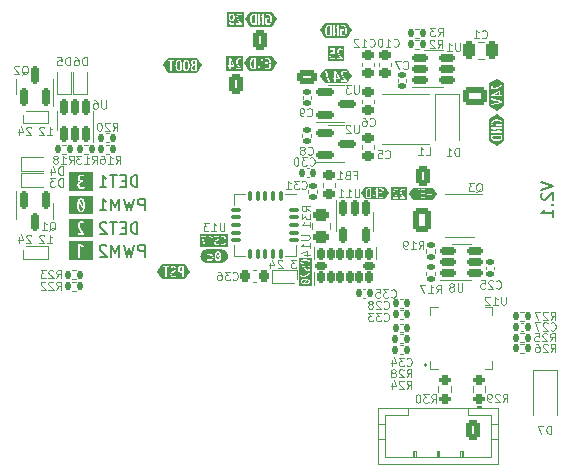
<source format=gbo>
G04 Layer: TopLayer*
G04 EasyEDA v6.5.9, 2022-08-01 21:18:00*
G04 ac5e******************************************aa,10*
G04 Gerber Generator version 0.2*
G04 Scale: 100 percent, Rotated: No, Reflected: No *
G04 Dimensions in millimeters *
G04 leading zeros omitted , absolute positions ,4 integer and 5 decimal *
%TF.GenerationSoftware,KiCad,Pcbnew,(6.0.6)*%
%TF.CreationDate,2022-09-22T21:47:15+08:00*%
%TF.ProjectId,Stealthburner_Toolhead_PCB,53746561-6c74-4686-9275-726e65725f54,rev?*%
%TF.SameCoordinates,Original*%
%TF.FileFunction,Legend,Bot*%
%TF.FilePolarity,Positive*%
%FSLAX46Y46*%
G04 Gerber Fmt 4.6, Leading zero omitted, Abs format (unit mm)*
G04 Created by KiCad (PCBNEW (6.0.6)) date 2022-09-22 21:47:15*
%MOMM*%
%LPD*%
G01*
G04 APERTURE LIST*
G04 Aperture macros list*
%AMRoundRect*
0 Rectangle with rounded corners*
0 $1 Rounding radius*
0 $2 $3 $4 $5 $6 $7 $8 $9 X,Y pos of 4 corners*
0 Add a 4 corners polygon primitive as box body*
4,1,4,$2,$3,$4,$5,$6,$7,$8,$9,$2,$3,0*
0 Add four circle primitives for the rounded corners*
1,1,$1+$1,$2,$3*
1,1,$1+$1,$4,$5*
1,1,$1+$1,$6,$7*
1,1,$1+$1,$8,$9*
0 Add four rect primitives between the rounded corners*
20,1,$1+$1,$2,$3,$4,$5,0*
20,1,$1+$1,$4,$5,$6,$7,0*
20,1,$1+$1,$6,$7,$8,$9,0*
20,1,$1+$1,$8,$9,$2,$3,0*%
%AMFreePoly0*
4,1,17,1.370000,0.720000,0.950000,0.720000,0.950000,0.580000,1.370000,0.580000,1.370000,0.080000,0.950000,0.080000,0.950000,-0.080000,1.370000,-0.080000,1.370000,-0.580000,0.950000,-0.580000,0.950000,-0.720000,1.371000,-0.720000,1.371000,-1.225000,-0.950000,-1.225000,-0.950000,1.225000,1.370000,1.225000,1.370000,0.720000,1.370000,0.720000,$1*%
G04 Aperture macros list end*
%ADD10C,0.120000*%
%ADD11C,0.150000*%
%ADD12C,0.170000*%
%ADD13C,0.200000*%
%ADD14C,0.024000*%
%ADD15RoundRect,0.250000X-0.350000X-0.625000X0.350000X-0.625000X0.350000X0.625000X-0.350000X0.625000X0*%
%ADD16O,1.200000X1.750000*%
%ADD17C,3.000000*%
%ADD18RoundRect,0.250001X0.499999X0.759999X-0.499999X0.759999X-0.499999X-0.759999X0.499999X-0.759999X0*%
%ADD19O,1.500000X2.020000*%
%ADD20R,1.600000X1.600000*%
%ADD21C,1.600000*%
%ADD22C,1.000000*%
%ADD23C,5.000000*%
%ADD24RoundRect,0.250000X0.625000X-0.350000X0.625000X0.350000X-0.625000X0.350000X-0.625000X-0.350000X0*%
%ADD25O,1.750000X1.200000*%
%ADD26RoundRect,0.250000X0.350000X0.625000X-0.350000X0.625000X-0.350000X-0.625000X0.350000X-0.625000X0*%
%ADD27RoundRect,0.250001X-0.759999X0.499999X-0.759999X-0.499999X0.759999X-0.499999X0.759999X0.499999X0*%
%ADD28O,2.020000X1.500000*%
%ADD29RoundRect,0.225000X0.250000X-0.225000X0.250000X0.225000X-0.250000X0.225000X-0.250000X-0.225000X0*%
%ADD30RoundRect,0.225000X-0.250000X0.225000X-0.250000X-0.225000X0.250000X-0.225000X0.250000X0.225000X0*%
%ADD31RoundRect,0.150000X-0.512500X-0.150000X0.512500X-0.150000X0.512500X0.150000X-0.512500X0.150000X0*%
%ADD32RoundRect,0.075000X0.337500X0.075000X-0.337500X0.075000X-0.337500X-0.075000X0.337500X-0.075000X0*%
%ADD33RoundRect,0.075000X0.075000X0.337500X-0.075000X0.337500X-0.075000X-0.337500X0.075000X-0.337500X0*%
%ADD34R,3.250000X3.250000*%
%ADD35RoundRect,0.135000X0.135000X0.185000X-0.135000X0.185000X-0.135000X-0.185000X0.135000X-0.185000X0*%
%ADD36RoundRect,0.140000X0.140000X0.170000X-0.140000X0.170000X-0.140000X-0.170000X0.140000X-0.170000X0*%
%ADD37RoundRect,0.135000X-0.135000X-0.185000X0.135000X-0.185000X0.135000X0.185000X-0.135000X0.185000X0*%
%ADD38RoundRect,0.150000X-0.150000X0.587500X-0.150000X-0.587500X0.150000X-0.587500X0.150000X0.587500X0*%
%ADD39RoundRect,0.150000X-0.587500X-0.150000X0.587500X-0.150000X0.587500X0.150000X-0.587500X0.150000X0*%
%ADD40RoundRect,0.140000X0.170000X-0.140000X0.170000X0.140000X-0.170000X0.140000X-0.170000X-0.140000X0*%
%ADD41RoundRect,0.140000X-0.140000X-0.170000X0.140000X-0.170000X0.140000X0.170000X-0.140000X0.170000X0*%
%ADD42RoundRect,0.150000X0.150000X-0.587500X0.150000X0.587500X-0.150000X0.587500X-0.150000X-0.587500X0*%
%ADD43R,0.630000X0.500000*%
%ADD44FreePoly0,180.000000*%
%ADD45R,0.600000X0.700000*%
%ADD46R,0.700000X0.600000*%
%ADD47RoundRect,0.250000X-0.450000X0.262500X-0.450000X-0.262500X0.450000X-0.262500X0.450000X0.262500X0*%
%ADD48RoundRect,0.200000X-0.275000X0.200000X-0.275000X-0.200000X0.275000X-0.200000X0.275000X0.200000X0*%
%ADD49RoundRect,0.150000X-0.150000X0.512500X-0.150000X-0.512500X0.150000X-0.512500X0.150000X0.512500X0*%
%ADD50R,1.200000X0.900000*%
%ADD51R,1.200000X3.700000*%
%ADD52RoundRect,0.140000X-0.170000X0.140000X-0.170000X-0.140000X0.170000X-0.140000X0.170000X0.140000X0*%
%ADD53R,0.500000X0.800000*%
%ADD54R,0.762000X0.254000*%
%ADD55R,0.254000X0.762000*%
%ADD56R,3.800000X3.800000*%
%ADD57RoundRect,0.150000X0.150000X-0.325000X0.150000X0.325000X-0.150000X0.325000X-0.150000X-0.325000X0*%
%ADD58RoundRect,0.150000X0.325000X-0.150000X0.325000X0.150000X-0.325000X0.150000X-0.325000X-0.150000X0*%
%ADD59RoundRect,0.218750X-0.256250X0.218750X-0.256250X-0.218750X0.256250X-0.218750X0.256250X0.218750X0*%
%ADD60RoundRect,0.250000X-0.250000X-0.475000X0.250000X-0.475000X0.250000X0.475000X-0.250000X0.475000X0*%
%ADD61RoundRect,0.135000X-0.185000X0.135000X-0.185000X-0.135000X0.185000X-0.135000X0.185000X0.135000X0*%
%ADD62RoundRect,0.150000X0.150000X-0.512500X0.150000X0.512500X-0.150000X0.512500X-0.150000X-0.512500X0*%
%ADD63RoundRect,0.225000X0.225000X0.250000X-0.225000X0.250000X-0.225000X-0.250000X0.225000X-0.250000X0*%
%ADD64R,1.100000X1.100000*%
%ADD65RoundRect,0.135000X0.185000X-0.135000X0.185000X0.135000X-0.185000X0.135000X-0.185000X-0.135000X0*%
G04 APERTURE END LIST*
D10*
X103257333Y-116191466D02*
X103657333Y-116191466D01*
X103457333Y-116191466D02*
X103457333Y-115491466D01*
X103524000Y-115591466D01*
X103590666Y-115658133D01*
X103657333Y-115691466D01*
X102990666Y-115558133D02*
X102957333Y-115524800D01*
X102890666Y-115491466D01*
X102724000Y-115491466D01*
X102657333Y-115524800D01*
X102624000Y-115558133D01*
X102590666Y-115624800D01*
X102590666Y-115691466D01*
X102624000Y-115791466D01*
X103024000Y-116191466D01*
X102590666Y-116191466D01*
X101879333Y-115558133D02*
X101846000Y-115524800D01*
X101779333Y-115491466D01*
X101612666Y-115491466D01*
X101546000Y-115524800D01*
X101512666Y-115558133D01*
X101479333Y-115624800D01*
X101479333Y-115691466D01*
X101512666Y-115791466D01*
X101912666Y-116191466D01*
X101479333Y-116191466D01*
X100879333Y-115724800D02*
X100879333Y-116191466D01*
X101046000Y-115458133D02*
X101212666Y-115958133D01*
X100779333Y-115958133D01*
D11*
X110893028Y-111450380D02*
X110893028Y-110450380D01*
X110654933Y-110450380D01*
X110512076Y-110498000D01*
X110416838Y-110593238D01*
X110369219Y-110688476D01*
X110321600Y-110878952D01*
X110321600Y-111021809D01*
X110369219Y-111212285D01*
X110416838Y-111307523D01*
X110512076Y-111402761D01*
X110654933Y-111450380D01*
X110893028Y-111450380D01*
X109893028Y-110926571D02*
X109559695Y-110926571D01*
X109416838Y-111450380D02*
X109893028Y-111450380D01*
X109893028Y-110450380D01*
X109416838Y-110450380D01*
X109131123Y-110450380D02*
X108559695Y-110450380D01*
X108845409Y-111450380D02*
X108845409Y-110450380D01*
X107702552Y-111450380D02*
X108273980Y-111450380D01*
X107988266Y-111450380D02*
X107988266Y-110450380D01*
X108083504Y-110593238D01*
X108178742Y-110688476D01*
X108273980Y-110736095D01*
D10*
X101879333Y-106414133D02*
X101846000Y-106380800D01*
X101779333Y-106347466D01*
X101612666Y-106347466D01*
X101546000Y-106380800D01*
X101512666Y-106414133D01*
X101479333Y-106480800D01*
X101479333Y-106547466D01*
X101512666Y-106647466D01*
X101912666Y-107047466D01*
X101479333Y-107047466D01*
X100879333Y-106580800D02*
X100879333Y-107047466D01*
X101046000Y-106314133D02*
X101212666Y-106814133D01*
X100779333Y-106814133D01*
X103257333Y-107047466D02*
X103657333Y-107047466D01*
X103457333Y-107047466D02*
X103457333Y-106347466D01*
X103524000Y-106447466D01*
X103590666Y-106514133D01*
X103657333Y-106547466D01*
X102990666Y-106414133D02*
X102957333Y-106380800D01*
X102890666Y-106347466D01*
X102724000Y-106347466D01*
X102657333Y-106380800D01*
X102624000Y-106414133D01*
X102590666Y-106480800D01*
X102590666Y-106547466D01*
X102624000Y-106647466D01*
X103024000Y-107047466D01*
X102590666Y-107047466D01*
D12*
X145095980Y-110998190D02*
X146095980Y-111331523D01*
X145095980Y-111664857D01*
X145191219Y-111950571D02*
X145143600Y-111998190D01*
X145095980Y-112093428D01*
X145095980Y-112331523D01*
X145143600Y-112426761D01*
X145191219Y-112474380D01*
X145286457Y-112522000D01*
X145381695Y-112522000D01*
X145524552Y-112474380D01*
X146095980Y-111902952D01*
X146095980Y-112522000D01*
X146000742Y-112950571D02*
X146048361Y-112998190D01*
X146095980Y-112950571D01*
X146048361Y-112902952D01*
X146000742Y-112950571D01*
X146095980Y-112950571D01*
X146095980Y-113950571D02*
X146095980Y-113379142D01*
X146095980Y-113664857D02*
X145095980Y-113664857D01*
X145238838Y-113569619D01*
X145334076Y-113474380D01*
X145381695Y-113379142D01*
D11*
X111507352Y-117343180D02*
X111507352Y-116343180D01*
X111126400Y-116343180D01*
X111031161Y-116390800D01*
X110983542Y-116438419D01*
X110935923Y-116533657D01*
X110935923Y-116676514D01*
X110983542Y-116771752D01*
X111031161Y-116819371D01*
X111126400Y-116866990D01*
X111507352Y-116866990D01*
X110602590Y-116343180D02*
X110364495Y-117343180D01*
X110174019Y-116628895D01*
X109983542Y-117343180D01*
X109745447Y-116343180D01*
X109364495Y-117343180D02*
X109364495Y-116343180D01*
X109031161Y-117057466D01*
X108697828Y-116343180D01*
X108697828Y-117343180D01*
X108269257Y-116438419D02*
X108221638Y-116390800D01*
X108126400Y-116343180D01*
X107888304Y-116343180D01*
X107793066Y-116390800D01*
X107745447Y-116438419D01*
X107697828Y-116533657D01*
X107697828Y-116628895D01*
X107745447Y-116771752D01*
X108316876Y-117343180D01*
X107697828Y-117343180D01*
X111507352Y-113431580D02*
X111507352Y-112431580D01*
X111126400Y-112431580D01*
X111031161Y-112479200D01*
X110983542Y-112526819D01*
X110935923Y-112622057D01*
X110935923Y-112764914D01*
X110983542Y-112860152D01*
X111031161Y-112907771D01*
X111126400Y-112955390D01*
X111507352Y-112955390D01*
X110602590Y-112431580D02*
X110364495Y-113431580D01*
X110174019Y-112717295D01*
X109983542Y-113431580D01*
X109745447Y-112431580D01*
X109364495Y-113431580D02*
X109364495Y-112431580D01*
X109031161Y-113145866D01*
X108697828Y-112431580D01*
X108697828Y-113431580D01*
X107697828Y-113431580D02*
X108269257Y-113431580D01*
X107983542Y-113431580D02*
X107983542Y-112431580D01*
X108078780Y-112574438D01*
X108174019Y-112669676D01*
X108269257Y-112717295D01*
D10*
X123164533Y-117691733D02*
X123131200Y-117658400D01*
X123064533Y-117625066D01*
X122897866Y-117625066D01*
X122831200Y-117658400D01*
X122797866Y-117691733D01*
X122764533Y-117758400D01*
X122764533Y-117825066D01*
X122797866Y-117925066D01*
X123197866Y-118325066D01*
X122764533Y-118325066D01*
X122164533Y-117858400D02*
X122164533Y-118325066D01*
X122331200Y-117591733D02*
X122497866Y-118091733D01*
X122064533Y-118091733D01*
X124337733Y-117625066D02*
X123904400Y-117625066D01*
X124137733Y-117891733D01*
X124037733Y-117891733D01*
X123971066Y-117925066D01*
X123937733Y-117958400D01*
X123904400Y-118025066D01*
X123904400Y-118191733D01*
X123937733Y-118258400D01*
X123971066Y-118291733D01*
X124037733Y-118325066D01*
X124237733Y-118325066D01*
X124304400Y-118291733D01*
X124337733Y-118258400D01*
D11*
X110893028Y-115412780D02*
X110893028Y-114412780D01*
X110654933Y-114412780D01*
X110512076Y-114460400D01*
X110416838Y-114555638D01*
X110369219Y-114650876D01*
X110321600Y-114841352D01*
X110321600Y-114984209D01*
X110369219Y-115174685D01*
X110416838Y-115269923D01*
X110512076Y-115365161D01*
X110654933Y-115412780D01*
X110893028Y-115412780D01*
X109893028Y-114888971D02*
X109559695Y-114888971D01*
X109416838Y-115412780D02*
X109893028Y-115412780D01*
X109893028Y-114412780D01*
X109416838Y-114412780D01*
X109131123Y-114412780D02*
X108559695Y-114412780D01*
X108845409Y-115412780D02*
X108845409Y-114412780D01*
X108273980Y-114508019D02*
X108226361Y-114460400D01*
X108131123Y-114412780D01*
X107893028Y-114412780D01*
X107797790Y-114460400D01*
X107750171Y-114508019D01*
X107702552Y-114603257D01*
X107702552Y-114698495D01*
X107750171Y-114841352D01*
X108321600Y-115412780D01*
X107702552Y-115412780D01*
D10*
%TO.C,C12*%
X130548800Y-99513200D02*
X130582133Y-99546533D01*
X130682133Y-99579866D01*
X130748800Y-99579866D01*
X130848800Y-99546533D01*
X130915466Y-99479866D01*
X130948800Y-99413200D01*
X130982133Y-99279866D01*
X130982133Y-99179866D01*
X130948800Y-99046533D01*
X130915466Y-98979866D01*
X130848800Y-98913200D01*
X130748800Y-98879866D01*
X130682133Y-98879866D01*
X130582133Y-98913200D01*
X130548800Y-98946533D01*
X129882133Y-99579866D02*
X130282133Y-99579866D01*
X130082133Y-99579866D02*
X130082133Y-98879866D01*
X130148800Y-98979866D01*
X130215466Y-99046533D01*
X130282133Y-99079866D01*
X129615466Y-98946533D02*
X129582133Y-98913200D01*
X129515466Y-98879866D01*
X129348800Y-98879866D01*
X129282133Y-98913200D01*
X129248800Y-98946533D01*
X129215466Y-99013200D01*
X129215466Y-99079866D01*
X129248800Y-99179866D01*
X129648800Y-99579866D01*
X129215466Y-99579866D01*
%TO.C,C5*%
X131891866Y-108962000D02*
X131925200Y-108995333D01*
X132025200Y-109028666D01*
X132091866Y-109028666D01*
X132191866Y-108995333D01*
X132258533Y-108928666D01*
X132291866Y-108862000D01*
X132325200Y-108728666D01*
X132325200Y-108628666D01*
X132291866Y-108495333D01*
X132258533Y-108428666D01*
X132191866Y-108362000D01*
X132091866Y-108328666D01*
X132025200Y-108328666D01*
X131925200Y-108362000D01*
X131891866Y-108395333D01*
X131258533Y-108328666D02*
X131591866Y-108328666D01*
X131625200Y-108662000D01*
X131591866Y-108628666D01*
X131525200Y-108595333D01*
X131358533Y-108595333D01*
X131291866Y-108628666D01*
X131258533Y-108662000D01*
X131225200Y-108728666D01*
X131225200Y-108895333D01*
X131258533Y-108962000D01*
X131291866Y-108995333D01*
X131358533Y-109028666D01*
X131525200Y-109028666D01*
X131591866Y-108995333D01*
X131625200Y-108962000D01*
%TO.C,U1*%
X138201333Y-99235466D02*
X138201333Y-99802133D01*
X138168000Y-99868800D01*
X138134666Y-99902133D01*
X138068000Y-99935466D01*
X137934666Y-99935466D01*
X137868000Y-99902133D01*
X137834666Y-99868800D01*
X137801333Y-99802133D01*
X137801333Y-99235466D01*
X137101333Y-99935466D02*
X137501333Y-99935466D01*
X137301333Y-99935466D02*
X137301333Y-99235466D01*
X137368000Y-99335466D01*
X137434666Y-99402133D01*
X137501333Y-99435466D01*
%TO.C,U13*%
X118265466Y-114475466D02*
X118265466Y-115042133D01*
X118232133Y-115108800D01*
X118198800Y-115142133D01*
X118132133Y-115175466D01*
X117998800Y-115175466D01*
X117932133Y-115142133D01*
X117898800Y-115108800D01*
X117865466Y-115042133D01*
X117865466Y-114475466D01*
X117165466Y-115175466D02*
X117565466Y-115175466D01*
X117365466Y-115175466D02*
X117365466Y-114475466D01*
X117432133Y-114575466D01*
X117498800Y-114642133D01*
X117565466Y-114675466D01*
X116932133Y-114475466D02*
X116498800Y-114475466D01*
X116732133Y-114742133D01*
X116632133Y-114742133D01*
X116565466Y-114775466D01*
X116532133Y-114808800D01*
X116498800Y-114875466D01*
X116498800Y-115042133D01*
X116532133Y-115108800D01*
X116565466Y-115142133D01*
X116632133Y-115175466D01*
X116832133Y-115175466D01*
X116898800Y-115142133D01*
X116932133Y-115108800D01*
%TO.C,R25*%
X145837600Y-124522666D02*
X146070933Y-124189333D01*
X146237600Y-124522666D02*
X146237600Y-123822666D01*
X145970933Y-123822666D01*
X145904266Y-123856000D01*
X145870933Y-123889333D01*
X145837600Y-123956000D01*
X145837600Y-124056000D01*
X145870933Y-124122666D01*
X145904266Y-124156000D01*
X145970933Y-124189333D01*
X146237600Y-124189333D01*
X145570933Y-123889333D02*
X145537600Y-123856000D01*
X145470933Y-123822666D01*
X145304266Y-123822666D01*
X145237600Y-123856000D01*
X145204266Y-123889333D01*
X145170933Y-123956000D01*
X145170933Y-124022666D01*
X145204266Y-124122666D01*
X145604266Y-124522666D01*
X145170933Y-124522666D01*
X144537600Y-123822666D02*
X144870933Y-123822666D01*
X144904266Y-124156000D01*
X144870933Y-124122666D01*
X144804266Y-124089333D01*
X144637600Y-124089333D01*
X144570933Y-124122666D01*
X144537600Y-124156000D01*
X144504266Y-124222666D01*
X144504266Y-124389333D01*
X144537600Y-124456000D01*
X144570933Y-124489333D01*
X144637600Y-124522666D01*
X144804266Y-124522666D01*
X144870933Y-124489333D01*
X144904266Y-124456000D01*
%TO.C,R13*%
X107053800Y-109485866D02*
X107287133Y-109152533D01*
X107453800Y-109485866D02*
X107453800Y-108785866D01*
X107187133Y-108785866D01*
X107120466Y-108819200D01*
X107087133Y-108852533D01*
X107053800Y-108919200D01*
X107053800Y-109019200D01*
X107087133Y-109085866D01*
X107120466Y-109119200D01*
X107187133Y-109152533D01*
X107453800Y-109152533D01*
X106387133Y-109485866D02*
X106787133Y-109485866D01*
X106587133Y-109485866D02*
X106587133Y-108785866D01*
X106653800Y-108885866D01*
X106720466Y-108952533D01*
X106787133Y-108985866D01*
X106153800Y-108785866D02*
X105720466Y-108785866D01*
X105953800Y-109052533D01*
X105853800Y-109052533D01*
X105787133Y-109085866D01*
X105753800Y-109119200D01*
X105720466Y-109185866D01*
X105720466Y-109352533D01*
X105753800Y-109419200D01*
X105787133Y-109452533D01*
X105853800Y-109485866D01*
X106053800Y-109485866D01*
X106120466Y-109452533D01*
X106153800Y-109419200D01*
%TO.C,C27*%
X145886400Y-123541600D02*
X145919733Y-123574933D01*
X146019733Y-123608266D01*
X146086400Y-123608266D01*
X146186400Y-123574933D01*
X146253066Y-123508266D01*
X146286400Y-123441600D01*
X146319733Y-123308266D01*
X146319733Y-123208266D01*
X146286400Y-123074933D01*
X146253066Y-123008266D01*
X146186400Y-122941600D01*
X146086400Y-122908266D01*
X146019733Y-122908266D01*
X145919733Y-122941600D01*
X145886400Y-122974933D01*
X145619733Y-122974933D02*
X145586400Y-122941600D01*
X145519733Y-122908266D01*
X145353066Y-122908266D01*
X145286400Y-122941600D01*
X145253066Y-122974933D01*
X145219733Y-123041600D01*
X145219733Y-123108266D01*
X145253066Y-123208266D01*
X145653066Y-123608266D01*
X145219733Y-123608266D01*
X144986400Y-122908266D02*
X144519733Y-122908266D01*
X144819733Y-123608266D01*
%TO.C,R28*%
X133698400Y-127570666D02*
X133931733Y-127237333D01*
X134098400Y-127570666D02*
X134098400Y-126870666D01*
X133831733Y-126870666D01*
X133765066Y-126904000D01*
X133731733Y-126937333D01*
X133698400Y-127004000D01*
X133698400Y-127104000D01*
X133731733Y-127170666D01*
X133765066Y-127204000D01*
X133831733Y-127237333D01*
X134098400Y-127237333D01*
X133431733Y-126937333D02*
X133398400Y-126904000D01*
X133331733Y-126870666D01*
X133165066Y-126870666D01*
X133098400Y-126904000D01*
X133065066Y-126937333D01*
X133031733Y-127004000D01*
X133031733Y-127070666D01*
X133065066Y-127170666D01*
X133465066Y-127570666D01*
X133031733Y-127570666D01*
X132631733Y-127170666D02*
X132698400Y-127137333D01*
X132731733Y-127104000D01*
X132765066Y-127037333D01*
X132765066Y-127004000D01*
X132731733Y-126937333D01*
X132698400Y-126904000D01*
X132631733Y-126870666D01*
X132498400Y-126870666D01*
X132431733Y-126904000D01*
X132398400Y-126937333D01*
X132365066Y-127004000D01*
X132365066Y-127037333D01*
X132398400Y-127104000D01*
X132431733Y-127137333D01*
X132498400Y-127170666D01*
X132631733Y-127170666D01*
X132698400Y-127204000D01*
X132731733Y-127237333D01*
X132765066Y-127304000D01*
X132765066Y-127437333D01*
X132731733Y-127504000D01*
X132698400Y-127537333D01*
X132631733Y-127570666D01*
X132498400Y-127570666D01*
X132431733Y-127537333D01*
X132398400Y-127504000D01*
X132365066Y-127437333D01*
X132365066Y-127304000D01*
X132398400Y-127237333D01*
X132431733Y-127204000D01*
X132498400Y-127170666D01*
%TO.C,C10*%
X132580800Y-99513200D02*
X132614133Y-99546533D01*
X132714133Y-99579866D01*
X132780800Y-99579866D01*
X132880800Y-99546533D01*
X132947466Y-99479866D01*
X132980800Y-99413200D01*
X133014133Y-99279866D01*
X133014133Y-99179866D01*
X132980800Y-99046533D01*
X132947466Y-98979866D01*
X132880800Y-98913200D01*
X132780800Y-98879866D01*
X132714133Y-98879866D01*
X132614133Y-98913200D01*
X132580800Y-98946533D01*
X131914133Y-99579866D02*
X132314133Y-99579866D01*
X132114133Y-99579866D02*
X132114133Y-98879866D01*
X132180800Y-98979866D01*
X132247466Y-99046533D01*
X132314133Y-99079866D01*
X131480800Y-98879866D02*
X131414133Y-98879866D01*
X131347466Y-98913200D01*
X131314133Y-98946533D01*
X131280800Y-99013200D01*
X131247466Y-99146533D01*
X131247466Y-99313200D01*
X131280800Y-99446533D01*
X131314133Y-99513200D01*
X131347466Y-99546533D01*
X131414133Y-99579866D01*
X131480800Y-99579866D01*
X131547466Y-99546533D01*
X131580800Y-99513200D01*
X131614133Y-99446533D01*
X131647466Y-99313200D01*
X131647466Y-99146533D01*
X131614133Y-99013200D01*
X131580800Y-98946533D01*
X131547466Y-98913200D01*
X131480800Y-98879866D01*
%TO.C,C6*%
X130571066Y-106218800D02*
X130604400Y-106252133D01*
X130704400Y-106285466D01*
X130771066Y-106285466D01*
X130871066Y-106252133D01*
X130937733Y-106185466D01*
X130971066Y-106118800D01*
X131004400Y-105985466D01*
X131004400Y-105885466D01*
X130971066Y-105752133D01*
X130937733Y-105685466D01*
X130871066Y-105618800D01*
X130771066Y-105585466D01*
X130704400Y-105585466D01*
X130604400Y-105618800D01*
X130571066Y-105652133D01*
X129971066Y-105585466D02*
X130104400Y-105585466D01*
X130171066Y-105618800D01*
X130204400Y-105652133D01*
X130271066Y-105752133D01*
X130304400Y-105885466D01*
X130304400Y-106152133D01*
X130271066Y-106218800D01*
X130237733Y-106252133D01*
X130171066Y-106285466D01*
X130037733Y-106285466D01*
X129971066Y-106252133D01*
X129937733Y-106218800D01*
X129904400Y-106152133D01*
X129904400Y-105985466D01*
X129937733Y-105918800D01*
X129971066Y-105885466D01*
X130037733Y-105852133D01*
X130171066Y-105852133D01*
X130237733Y-105885466D01*
X130271066Y-105918800D01*
X130304400Y-105985466D01*
%TO.C,Q1*%
X103444666Y-115140533D02*
X103511333Y-115107200D01*
X103578000Y-115040533D01*
X103678000Y-114940533D01*
X103744666Y-114907200D01*
X103811333Y-114907200D01*
X103778000Y-115073866D02*
X103844666Y-115040533D01*
X103911333Y-114973866D01*
X103944666Y-114840533D01*
X103944666Y-114607200D01*
X103911333Y-114473866D01*
X103844666Y-114407200D01*
X103778000Y-114373866D01*
X103644666Y-114373866D01*
X103578000Y-114407200D01*
X103511333Y-114473866D01*
X103478000Y-114607200D01*
X103478000Y-114840533D01*
X103511333Y-114973866D01*
X103578000Y-115040533D01*
X103644666Y-115073866D01*
X103778000Y-115073866D01*
X102811333Y-115073866D02*
X103211333Y-115073866D01*
X103011333Y-115073866D02*
X103011333Y-114373866D01*
X103078000Y-114473866D01*
X103144666Y-114540533D01*
X103211333Y-114573866D01*
%TO.C,C34*%
X133698400Y-126538800D02*
X133731733Y-126572133D01*
X133831733Y-126605466D01*
X133898400Y-126605466D01*
X133998400Y-126572133D01*
X134065066Y-126505466D01*
X134098400Y-126438800D01*
X134131733Y-126305466D01*
X134131733Y-126205466D01*
X134098400Y-126072133D01*
X134065066Y-126005466D01*
X133998400Y-125938800D01*
X133898400Y-125905466D01*
X133831733Y-125905466D01*
X133731733Y-125938800D01*
X133698400Y-125972133D01*
X133465066Y-125905466D02*
X133031733Y-125905466D01*
X133265066Y-126172133D01*
X133165066Y-126172133D01*
X133098400Y-126205466D01*
X133065066Y-126238800D01*
X133031733Y-126305466D01*
X133031733Y-126472133D01*
X133065066Y-126538800D01*
X133098400Y-126572133D01*
X133165066Y-126605466D01*
X133365066Y-126605466D01*
X133431733Y-126572133D01*
X133465066Y-126538800D01*
X132431733Y-126138800D02*
X132431733Y-126605466D01*
X132598400Y-125872133D02*
X132765066Y-126372133D01*
X132331733Y-126372133D01*
%TO.C,U3*%
X129616133Y-102842266D02*
X129616133Y-103408933D01*
X129582800Y-103475600D01*
X129549466Y-103508933D01*
X129482800Y-103542266D01*
X129349466Y-103542266D01*
X129282800Y-103508933D01*
X129249466Y-103475600D01*
X129216133Y-103408933D01*
X129216133Y-102842266D01*
X128949466Y-102842266D02*
X128516133Y-102842266D01*
X128749466Y-103108933D01*
X128649466Y-103108933D01*
X128582800Y-103142266D01*
X128549466Y-103175600D01*
X128516133Y-103242266D01*
X128516133Y-103408933D01*
X128549466Y-103475600D01*
X128582800Y-103508933D01*
X128649466Y-103542266D01*
X128849466Y-103542266D01*
X128916133Y-103508933D01*
X128949466Y-103475600D01*
%TO.C,C31*%
X124808400Y-111552800D02*
X124841733Y-111586133D01*
X124941733Y-111619466D01*
X125008400Y-111619466D01*
X125108400Y-111586133D01*
X125175066Y-111519466D01*
X125208400Y-111452800D01*
X125241733Y-111319466D01*
X125241733Y-111219466D01*
X125208400Y-111086133D01*
X125175066Y-111019466D01*
X125108400Y-110952800D01*
X125008400Y-110919466D01*
X124941733Y-110919466D01*
X124841733Y-110952800D01*
X124808400Y-110986133D01*
X124575066Y-110919466D02*
X124141733Y-110919466D01*
X124375066Y-111186133D01*
X124275066Y-111186133D01*
X124208400Y-111219466D01*
X124175066Y-111252800D01*
X124141733Y-111319466D01*
X124141733Y-111486133D01*
X124175066Y-111552800D01*
X124208400Y-111586133D01*
X124275066Y-111619466D01*
X124475066Y-111619466D01*
X124541733Y-111586133D01*
X124575066Y-111552800D01*
X123475066Y-111619466D02*
X123875066Y-111619466D01*
X123675066Y-111619466D02*
X123675066Y-110919466D01*
X123741733Y-111019466D01*
X123808400Y-111086133D01*
X123875066Y-111119466D01*
%TO.C,C35*%
X132377600Y-120747600D02*
X132410933Y-120780933D01*
X132510933Y-120814266D01*
X132577600Y-120814266D01*
X132677600Y-120780933D01*
X132744266Y-120714266D01*
X132777600Y-120647600D01*
X132810933Y-120514266D01*
X132810933Y-120414266D01*
X132777600Y-120280933D01*
X132744266Y-120214266D01*
X132677600Y-120147600D01*
X132577600Y-120114266D01*
X132510933Y-120114266D01*
X132410933Y-120147600D01*
X132377600Y-120180933D01*
X132144266Y-120114266D02*
X131710933Y-120114266D01*
X131944266Y-120380933D01*
X131844266Y-120380933D01*
X131777600Y-120414266D01*
X131744266Y-120447600D01*
X131710933Y-120514266D01*
X131710933Y-120680933D01*
X131744266Y-120747600D01*
X131777600Y-120780933D01*
X131844266Y-120814266D01*
X132044266Y-120814266D01*
X132110933Y-120780933D01*
X132144266Y-120747600D01*
X131077600Y-120114266D02*
X131410933Y-120114266D01*
X131444266Y-120447600D01*
X131410933Y-120414266D01*
X131344266Y-120380933D01*
X131177600Y-120380933D01*
X131110933Y-120414266D01*
X131077600Y-120447600D01*
X131044266Y-120514266D01*
X131044266Y-120680933D01*
X131077600Y-120747600D01*
X131110933Y-120780933D01*
X131177600Y-120814266D01*
X131344266Y-120814266D01*
X131410933Y-120780933D01*
X131444266Y-120747600D01*
%TO.C,Q2*%
X101107866Y-101932533D02*
X101174533Y-101899200D01*
X101241200Y-101832533D01*
X101341200Y-101732533D01*
X101407866Y-101699200D01*
X101474533Y-101699200D01*
X101441200Y-101865866D02*
X101507866Y-101832533D01*
X101574533Y-101765866D01*
X101607866Y-101632533D01*
X101607866Y-101399200D01*
X101574533Y-101265866D01*
X101507866Y-101199200D01*
X101441200Y-101165866D01*
X101307866Y-101165866D01*
X101241200Y-101199200D01*
X101174533Y-101265866D01*
X101141200Y-101399200D01*
X101141200Y-101632533D01*
X101174533Y-101765866D01*
X101241200Y-101832533D01*
X101307866Y-101865866D01*
X101441200Y-101865866D01*
X100874533Y-101232533D02*
X100841200Y-101199200D01*
X100774533Y-101165866D01*
X100607866Y-101165866D01*
X100541200Y-101199200D01*
X100507866Y-101232533D01*
X100474533Y-101299200D01*
X100474533Y-101365866D01*
X100507866Y-101465866D01*
X100907866Y-101865866D01*
X100474533Y-101865866D01*
%TO.C,Q3*%
X139563466Y-111889333D02*
X139630133Y-111856000D01*
X139696800Y-111789333D01*
X139796800Y-111689333D01*
X139863466Y-111656000D01*
X139930133Y-111656000D01*
X139896800Y-111822666D02*
X139963466Y-111789333D01*
X140030133Y-111722666D01*
X140063466Y-111589333D01*
X140063466Y-111356000D01*
X140030133Y-111222666D01*
X139963466Y-111156000D01*
X139896800Y-111122666D01*
X139763466Y-111122666D01*
X139696800Y-111156000D01*
X139630133Y-111222666D01*
X139596800Y-111356000D01*
X139596800Y-111589333D01*
X139630133Y-111722666D01*
X139696800Y-111789333D01*
X139763466Y-111822666D01*
X139896800Y-111822666D01*
X139363466Y-111122666D02*
X138930133Y-111122666D01*
X139163466Y-111389333D01*
X139063466Y-111389333D01*
X138996800Y-111422666D01*
X138963466Y-111456000D01*
X138930133Y-111522666D01*
X138930133Y-111689333D01*
X138963466Y-111756000D01*
X138996800Y-111789333D01*
X139063466Y-111822666D01*
X139263466Y-111822666D01*
X139330133Y-111789333D01*
X139363466Y-111756000D01*
%TO.C,D3*%
X104555066Y-111416266D02*
X104555066Y-110716266D01*
X104388400Y-110716266D01*
X104288400Y-110749600D01*
X104221733Y-110816266D01*
X104188400Y-110882933D01*
X104155066Y-111016266D01*
X104155066Y-111116266D01*
X104188400Y-111249600D01*
X104221733Y-111316266D01*
X104288400Y-111382933D01*
X104388400Y-111416266D01*
X104555066Y-111416266D01*
X103921733Y-110716266D02*
X103488400Y-110716266D01*
X103721733Y-110982933D01*
X103621733Y-110982933D01*
X103555066Y-111016266D01*
X103521733Y-111049600D01*
X103488400Y-111116266D01*
X103488400Y-111282933D01*
X103521733Y-111349600D01*
X103555066Y-111382933D01*
X103621733Y-111416266D01*
X103821733Y-111416266D01*
X103888400Y-111382933D01*
X103921733Y-111349600D01*
%TO.C,D6*%
X106587066Y-101154666D02*
X106587066Y-100454666D01*
X106420400Y-100454666D01*
X106320400Y-100488000D01*
X106253733Y-100554666D01*
X106220400Y-100621333D01*
X106187066Y-100754666D01*
X106187066Y-100854666D01*
X106220400Y-100988000D01*
X106253733Y-101054666D01*
X106320400Y-101121333D01*
X106420400Y-101154666D01*
X106587066Y-101154666D01*
X105587066Y-100454666D02*
X105720400Y-100454666D01*
X105787066Y-100488000D01*
X105820400Y-100521333D01*
X105887066Y-100621333D01*
X105920400Y-100754666D01*
X105920400Y-101021333D01*
X105887066Y-101088000D01*
X105853733Y-101121333D01*
X105787066Y-101154666D01*
X105653733Y-101154666D01*
X105587066Y-101121333D01*
X105553733Y-101088000D01*
X105520400Y-101021333D01*
X105520400Y-100854666D01*
X105553733Y-100788000D01*
X105587066Y-100754666D01*
X105653733Y-100721333D01*
X105787066Y-100721333D01*
X105853733Y-100754666D01*
X105887066Y-100788000D01*
X105920400Y-100854666D01*
%TO.C,R31*%
X125538666Y-113494400D02*
X125205333Y-113261066D01*
X125538666Y-113094400D02*
X124838666Y-113094400D01*
X124838666Y-113361066D01*
X124872000Y-113427733D01*
X124905333Y-113461066D01*
X124972000Y-113494400D01*
X125072000Y-113494400D01*
X125138666Y-113461066D01*
X125172000Y-113427733D01*
X125205333Y-113361066D01*
X125205333Y-113094400D01*
X124838666Y-113727733D02*
X124838666Y-114161066D01*
X125105333Y-113927733D01*
X125105333Y-114027733D01*
X125138666Y-114094400D01*
X125172000Y-114127733D01*
X125238666Y-114161066D01*
X125405333Y-114161066D01*
X125472000Y-114127733D01*
X125505333Y-114094400D01*
X125538666Y-114027733D01*
X125538666Y-113827733D01*
X125505333Y-113761066D01*
X125472000Y-113727733D01*
X125538666Y-114827733D02*
X125538666Y-114427733D01*
X125538666Y-114627733D02*
X124838666Y-114627733D01*
X124938666Y-114561066D01*
X125005333Y-114494400D01*
X125038666Y-114427733D01*
%TO.C,R29*%
X141826400Y-129653466D02*
X142059733Y-129320133D01*
X142226400Y-129653466D02*
X142226400Y-128953466D01*
X141959733Y-128953466D01*
X141893066Y-128986800D01*
X141859733Y-129020133D01*
X141826400Y-129086800D01*
X141826400Y-129186800D01*
X141859733Y-129253466D01*
X141893066Y-129286800D01*
X141959733Y-129320133D01*
X142226400Y-129320133D01*
X141559733Y-129020133D02*
X141526400Y-128986800D01*
X141459733Y-128953466D01*
X141293066Y-128953466D01*
X141226400Y-128986800D01*
X141193066Y-129020133D01*
X141159733Y-129086800D01*
X141159733Y-129153466D01*
X141193066Y-129253466D01*
X141593066Y-129653466D01*
X141159733Y-129653466D01*
X140826400Y-129653466D02*
X140693066Y-129653466D01*
X140626400Y-129620133D01*
X140593066Y-129586800D01*
X140526400Y-129486800D01*
X140493066Y-129353466D01*
X140493066Y-129086800D01*
X140526400Y-129020133D01*
X140559733Y-128986800D01*
X140626400Y-128953466D01*
X140759733Y-128953466D01*
X140826400Y-128986800D01*
X140859733Y-129020133D01*
X140893066Y-129086800D01*
X140893066Y-129253466D01*
X140859733Y-129320133D01*
X140826400Y-129353466D01*
X140759733Y-129386800D01*
X140626400Y-129386800D01*
X140559733Y-129353466D01*
X140526400Y-129320133D01*
X140493066Y-129253466D01*
%TO.C,C33*%
X131768000Y-122728800D02*
X131801333Y-122762133D01*
X131901333Y-122795466D01*
X131968000Y-122795466D01*
X132068000Y-122762133D01*
X132134666Y-122695466D01*
X132168000Y-122628800D01*
X132201333Y-122495466D01*
X132201333Y-122395466D01*
X132168000Y-122262133D01*
X132134666Y-122195466D01*
X132068000Y-122128800D01*
X131968000Y-122095466D01*
X131901333Y-122095466D01*
X131801333Y-122128800D01*
X131768000Y-122162133D01*
X131534666Y-122095466D02*
X131101333Y-122095466D01*
X131334666Y-122362133D01*
X131234666Y-122362133D01*
X131168000Y-122395466D01*
X131134666Y-122428800D01*
X131101333Y-122495466D01*
X131101333Y-122662133D01*
X131134666Y-122728800D01*
X131168000Y-122762133D01*
X131234666Y-122795466D01*
X131434666Y-122795466D01*
X131501333Y-122762133D01*
X131534666Y-122728800D01*
X130868000Y-122095466D02*
X130434666Y-122095466D01*
X130668000Y-122362133D01*
X130568000Y-122362133D01*
X130501333Y-122395466D01*
X130468000Y-122428800D01*
X130434666Y-122495466D01*
X130434666Y-122662133D01*
X130468000Y-122728800D01*
X130501333Y-122762133D01*
X130568000Y-122795466D01*
X130768000Y-122795466D01*
X130834666Y-122762133D01*
X130868000Y-122728800D01*
%TO.C,R30*%
X135781200Y-129704266D02*
X136014533Y-129370933D01*
X136181200Y-129704266D02*
X136181200Y-129004266D01*
X135914533Y-129004266D01*
X135847866Y-129037600D01*
X135814533Y-129070933D01*
X135781200Y-129137600D01*
X135781200Y-129237600D01*
X135814533Y-129304266D01*
X135847866Y-129337600D01*
X135914533Y-129370933D01*
X136181200Y-129370933D01*
X135547866Y-129004266D02*
X135114533Y-129004266D01*
X135347866Y-129270933D01*
X135247866Y-129270933D01*
X135181200Y-129304266D01*
X135147866Y-129337600D01*
X135114533Y-129404266D01*
X135114533Y-129570933D01*
X135147866Y-129637600D01*
X135181200Y-129670933D01*
X135247866Y-129704266D01*
X135447866Y-129704266D01*
X135514533Y-129670933D01*
X135547866Y-129637600D01*
X134681200Y-129004266D02*
X134614533Y-129004266D01*
X134547866Y-129037600D01*
X134514533Y-129070933D01*
X134481200Y-129137600D01*
X134447866Y-129270933D01*
X134447866Y-129437600D01*
X134481200Y-129570933D01*
X134514533Y-129637600D01*
X134547866Y-129670933D01*
X134614533Y-129704266D01*
X134681200Y-129704266D01*
X134747866Y-129670933D01*
X134781200Y-129637600D01*
X134814533Y-129570933D01*
X134847866Y-129437600D01*
X134847866Y-129270933D01*
X134814533Y-129137600D01*
X134781200Y-129070933D01*
X134747866Y-129037600D01*
X134681200Y-129004266D01*
%TO.C,R20*%
X108806400Y-106691866D02*
X109039733Y-106358533D01*
X109206400Y-106691866D02*
X109206400Y-105991866D01*
X108939733Y-105991866D01*
X108873066Y-106025200D01*
X108839733Y-106058533D01*
X108806400Y-106125200D01*
X108806400Y-106225200D01*
X108839733Y-106291866D01*
X108873066Y-106325200D01*
X108939733Y-106358533D01*
X109206400Y-106358533D01*
X108539733Y-106058533D02*
X108506400Y-106025200D01*
X108439733Y-105991866D01*
X108273066Y-105991866D01*
X108206400Y-106025200D01*
X108173066Y-106058533D01*
X108139733Y-106125200D01*
X108139733Y-106191866D01*
X108173066Y-106291866D01*
X108573066Y-106691866D01*
X108139733Y-106691866D01*
X107706400Y-105991866D02*
X107639733Y-105991866D01*
X107573066Y-106025200D01*
X107539733Y-106058533D01*
X107506400Y-106125200D01*
X107473066Y-106258533D01*
X107473066Y-106425200D01*
X107506400Y-106558533D01*
X107539733Y-106625200D01*
X107573066Y-106658533D01*
X107639733Y-106691866D01*
X107706400Y-106691866D01*
X107773066Y-106658533D01*
X107806400Y-106625200D01*
X107839733Y-106558533D01*
X107873066Y-106425200D01*
X107873066Y-106258533D01*
X107839733Y-106125200D01*
X107806400Y-106058533D01*
X107773066Y-106025200D01*
X107706400Y-105991866D01*
%TO.C,R2*%
X136311466Y-99681466D02*
X136544800Y-99348133D01*
X136711466Y-99681466D02*
X136711466Y-98981466D01*
X136444800Y-98981466D01*
X136378133Y-99014800D01*
X136344800Y-99048133D01*
X136311466Y-99114800D01*
X136311466Y-99214800D01*
X136344800Y-99281466D01*
X136378133Y-99314800D01*
X136444800Y-99348133D01*
X136711466Y-99348133D01*
X136044800Y-99048133D02*
X136011466Y-99014800D01*
X135944800Y-98981466D01*
X135778133Y-98981466D01*
X135711466Y-99014800D01*
X135678133Y-99048133D01*
X135644800Y-99114800D01*
X135644800Y-99181466D01*
X135678133Y-99281466D01*
X136078133Y-99681466D01*
X135644800Y-99681466D01*
%TO.C,C28*%
X131768000Y-121712800D02*
X131801333Y-121746133D01*
X131901333Y-121779466D01*
X131968000Y-121779466D01*
X132068000Y-121746133D01*
X132134666Y-121679466D01*
X132168000Y-121612800D01*
X132201333Y-121479466D01*
X132201333Y-121379466D01*
X132168000Y-121246133D01*
X132134666Y-121179466D01*
X132068000Y-121112800D01*
X131968000Y-121079466D01*
X131901333Y-121079466D01*
X131801333Y-121112800D01*
X131768000Y-121146133D01*
X131501333Y-121146133D02*
X131468000Y-121112800D01*
X131401333Y-121079466D01*
X131234666Y-121079466D01*
X131168000Y-121112800D01*
X131134666Y-121146133D01*
X131101333Y-121212800D01*
X131101333Y-121279466D01*
X131134666Y-121379466D01*
X131534666Y-121779466D01*
X131101333Y-121779466D01*
X130701333Y-121379466D02*
X130768000Y-121346133D01*
X130801333Y-121312800D01*
X130834666Y-121246133D01*
X130834666Y-121212800D01*
X130801333Y-121146133D01*
X130768000Y-121112800D01*
X130701333Y-121079466D01*
X130568000Y-121079466D01*
X130501333Y-121112800D01*
X130468000Y-121146133D01*
X130434666Y-121212800D01*
X130434666Y-121246133D01*
X130468000Y-121312800D01*
X130501333Y-121346133D01*
X130568000Y-121379466D01*
X130701333Y-121379466D01*
X130768000Y-121412800D01*
X130801333Y-121446133D01*
X130834666Y-121512800D01*
X130834666Y-121646133D01*
X130801333Y-121712800D01*
X130768000Y-121746133D01*
X130701333Y-121779466D01*
X130568000Y-121779466D01*
X130501333Y-121746133D01*
X130468000Y-121712800D01*
X130434666Y-121646133D01*
X130434666Y-121512800D01*
X130468000Y-121446133D01*
X130501333Y-121412800D01*
X130568000Y-121379466D01*
%TO.C,U11*%
X129695466Y-111630666D02*
X129695466Y-112197333D01*
X129662133Y-112264000D01*
X129628800Y-112297333D01*
X129562133Y-112330666D01*
X129428800Y-112330666D01*
X129362133Y-112297333D01*
X129328800Y-112264000D01*
X129295466Y-112197333D01*
X129295466Y-111630666D01*
X128595466Y-112330666D02*
X128995466Y-112330666D01*
X128795466Y-112330666D02*
X128795466Y-111630666D01*
X128862133Y-111730666D01*
X128928800Y-111797333D01*
X128995466Y-111830666D01*
X127928800Y-112330666D02*
X128328800Y-112330666D01*
X128128800Y-112330666D02*
X128128800Y-111630666D01*
X128195466Y-111730666D01*
X128262133Y-111797333D01*
X128328800Y-111830666D01*
%TO.C,D1*%
X138133866Y-108825466D02*
X138133866Y-108125466D01*
X137967200Y-108125466D01*
X137867200Y-108158800D01*
X137800533Y-108225466D01*
X137767200Y-108292133D01*
X137733866Y-108425466D01*
X137733866Y-108525466D01*
X137767200Y-108658800D01*
X137800533Y-108725466D01*
X137867200Y-108792133D01*
X137967200Y-108825466D01*
X138133866Y-108825466D01*
X137067200Y-108825466D02*
X137467200Y-108825466D01*
X137267200Y-108825466D02*
X137267200Y-108125466D01*
X137333866Y-108225466D01*
X137400533Y-108292133D01*
X137467200Y-108325466D01*
%TO.C,L1*%
X135295466Y-108774666D02*
X135628800Y-108774666D01*
X135628800Y-108074666D01*
X134695466Y-108774666D02*
X135095466Y-108774666D01*
X134895466Y-108774666D02*
X134895466Y-108074666D01*
X134962133Y-108174666D01*
X135028800Y-108241333D01*
X135095466Y-108274666D01*
%TO.C,C25*%
X141267600Y-119985600D02*
X141300933Y-120018933D01*
X141400933Y-120052266D01*
X141467600Y-120052266D01*
X141567600Y-120018933D01*
X141634266Y-119952266D01*
X141667600Y-119885600D01*
X141700933Y-119752266D01*
X141700933Y-119652266D01*
X141667600Y-119518933D01*
X141634266Y-119452266D01*
X141567600Y-119385600D01*
X141467600Y-119352266D01*
X141400933Y-119352266D01*
X141300933Y-119385600D01*
X141267600Y-119418933D01*
X141000933Y-119418933D02*
X140967600Y-119385600D01*
X140900933Y-119352266D01*
X140734266Y-119352266D01*
X140667600Y-119385600D01*
X140634266Y-119418933D01*
X140600933Y-119485600D01*
X140600933Y-119552266D01*
X140634266Y-119652266D01*
X141034266Y-120052266D01*
X140600933Y-120052266D01*
X139967600Y-119352266D02*
X140300933Y-119352266D01*
X140334266Y-119685600D01*
X140300933Y-119652266D01*
X140234266Y-119618933D01*
X140067600Y-119618933D01*
X140000933Y-119652266D01*
X139967600Y-119685600D01*
X139934266Y-119752266D01*
X139934266Y-119918933D01*
X139967600Y-119985600D01*
X140000933Y-120018933D01*
X140067600Y-120052266D01*
X140234266Y-120052266D01*
X140300933Y-120018933D01*
X140334266Y-119985600D01*
%TO.C,C9*%
X125287866Y-105406000D02*
X125321200Y-105439333D01*
X125421200Y-105472666D01*
X125487866Y-105472666D01*
X125587866Y-105439333D01*
X125654533Y-105372666D01*
X125687866Y-105306000D01*
X125721200Y-105172666D01*
X125721200Y-105072666D01*
X125687866Y-104939333D01*
X125654533Y-104872666D01*
X125587866Y-104806000D01*
X125487866Y-104772666D01*
X125421200Y-104772666D01*
X125321200Y-104806000D01*
X125287866Y-104839333D01*
X124954533Y-105472666D02*
X124821200Y-105472666D01*
X124754533Y-105439333D01*
X124721200Y-105406000D01*
X124654533Y-105306000D01*
X124621200Y-105172666D01*
X124621200Y-104906000D01*
X124654533Y-104839333D01*
X124687866Y-104806000D01*
X124754533Y-104772666D01*
X124887866Y-104772666D01*
X124954533Y-104806000D01*
X124987866Y-104839333D01*
X125021200Y-104906000D01*
X125021200Y-105072666D01*
X124987866Y-105139333D01*
X124954533Y-105172666D01*
X124887866Y-105206000D01*
X124754533Y-105206000D01*
X124687866Y-105172666D01*
X124654533Y-105139333D01*
X124621200Y-105072666D01*
%TO.C,R27*%
X145886400Y-122693866D02*
X146119733Y-122360533D01*
X146286400Y-122693866D02*
X146286400Y-121993866D01*
X146019733Y-121993866D01*
X145953066Y-122027200D01*
X145919733Y-122060533D01*
X145886400Y-122127200D01*
X145886400Y-122227200D01*
X145919733Y-122293866D01*
X145953066Y-122327200D01*
X146019733Y-122360533D01*
X146286400Y-122360533D01*
X145619733Y-122060533D02*
X145586400Y-122027200D01*
X145519733Y-121993866D01*
X145353066Y-121993866D01*
X145286400Y-122027200D01*
X145253066Y-122060533D01*
X145219733Y-122127200D01*
X145219733Y-122193866D01*
X145253066Y-122293866D01*
X145653066Y-122693866D01*
X145219733Y-122693866D01*
X144986400Y-121993866D02*
X144519733Y-121993866D01*
X144819733Y-122693866D01*
%TO.C,C8*%
X125338666Y-108657200D02*
X125372000Y-108690533D01*
X125472000Y-108723866D01*
X125538666Y-108723866D01*
X125638666Y-108690533D01*
X125705333Y-108623866D01*
X125738666Y-108557200D01*
X125772000Y-108423866D01*
X125772000Y-108323866D01*
X125738666Y-108190533D01*
X125705333Y-108123866D01*
X125638666Y-108057200D01*
X125538666Y-108023866D01*
X125472000Y-108023866D01*
X125372000Y-108057200D01*
X125338666Y-108090533D01*
X124938666Y-108323866D02*
X125005333Y-108290533D01*
X125038666Y-108257200D01*
X125072000Y-108190533D01*
X125072000Y-108157200D01*
X125038666Y-108090533D01*
X125005333Y-108057200D01*
X124938666Y-108023866D01*
X124805333Y-108023866D01*
X124738666Y-108057200D01*
X124705333Y-108090533D01*
X124672000Y-108157200D01*
X124672000Y-108190533D01*
X124705333Y-108257200D01*
X124738666Y-108290533D01*
X124805333Y-108323866D01*
X124938666Y-108323866D01*
X125005333Y-108357200D01*
X125038666Y-108390533D01*
X125072000Y-108457200D01*
X125072000Y-108590533D01*
X125038666Y-108657200D01*
X125005333Y-108690533D01*
X124938666Y-108723866D01*
X124805333Y-108723866D01*
X124738666Y-108690533D01*
X124705333Y-108657200D01*
X124672000Y-108590533D01*
X124672000Y-108457200D01*
X124705333Y-108390533D01*
X124738666Y-108357200D01*
X124805333Y-108323866D01*
%TO.C,R16*%
X109060400Y-109485866D02*
X109293733Y-109152533D01*
X109460400Y-109485866D02*
X109460400Y-108785866D01*
X109193733Y-108785866D01*
X109127066Y-108819200D01*
X109093733Y-108852533D01*
X109060400Y-108919200D01*
X109060400Y-109019200D01*
X109093733Y-109085866D01*
X109127066Y-109119200D01*
X109193733Y-109152533D01*
X109460400Y-109152533D01*
X108393733Y-109485866D02*
X108793733Y-109485866D01*
X108593733Y-109485866D02*
X108593733Y-108785866D01*
X108660400Y-108885866D01*
X108727066Y-108952533D01*
X108793733Y-108985866D01*
X107793733Y-108785866D02*
X107927066Y-108785866D01*
X107993733Y-108819200D01*
X108027066Y-108852533D01*
X108093733Y-108952533D01*
X108127066Y-109085866D01*
X108127066Y-109352533D01*
X108093733Y-109419200D01*
X108060400Y-109452533D01*
X107993733Y-109485866D01*
X107860400Y-109485866D01*
X107793733Y-109452533D01*
X107760400Y-109419200D01*
X107727066Y-109352533D01*
X107727066Y-109185866D01*
X107760400Y-109119200D01*
X107793733Y-109085866D01*
X107860400Y-109052533D01*
X107993733Y-109052533D01*
X108060400Y-109085866D01*
X108093733Y-109119200D01*
X108127066Y-109185866D01*
%TO.C,U12*%
X142090666Y-120723866D02*
X142090666Y-121290533D01*
X142057333Y-121357200D01*
X142024000Y-121390533D01*
X141957333Y-121423866D01*
X141824000Y-121423866D01*
X141757333Y-121390533D01*
X141724000Y-121357200D01*
X141690666Y-121290533D01*
X141690666Y-120723866D01*
X140990666Y-121423866D02*
X141390666Y-121423866D01*
X141190666Y-121423866D02*
X141190666Y-120723866D01*
X141257333Y-120823866D01*
X141324000Y-120890533D01*
X141390666Y-120923866D01*
X140724000Y-120790533D02*
X140690666Y-120757200D01*
X140624000Y-120723866D01*
X140457333Y-120723866D01*
X140390666Y-120757200D01*
X140357333Y-120790533D01*
X140324000Y-120857200D01*
X140324000Y-120923866D01*
X140357333Y-121023866D01*
X140757333Y-121423866D01*
X140324000Y-121423866D01*
%TO.C,R22*%
X104031200Y-120153866D02*
X104264533Y-119820533D01*
X104431200Y-120153866D02*
X104431200Y-119453866D01*
X104164533Y-119453866D01*
X104097866Y-119487200D01*
X104064533Y-119520533D01*
X104031200Y-119587200D01*
X104031200Y-119687200D01*
X104064533Y-119753866D01*
X104097866Y-119787200D01*
X104164533Y-119820533D01*
X104431200Y-119820533D01*
X103764533Y-119520533D02*
X103731200Y-119487200D01*
X103664533Y-119453866D01*
X103497866Y-119453866D01*
X103431200Y-119487200D01*
X103397866Y-119520533D01*
X103364533Y-119587200D01*
X103364533Y-119653866D01*
X103397866Y-119753866D01*
X103797866Y-120153866D01*
X103364533Y-120153866D01*
X103097866Y-119520533D02*
X103064533Y-119487200D01*
X102997866Y-119453866D01*
X102831200Y-119453866D01*
X102764533Y-119487200D01*
X102731200Y-119520533D01*
X102697866Y-119587200D01*
X102697866Y-119653866D01*
X102731200Y-119753866D01*
X103131200Y-120153866D01*
X102697866Y-120153866D01*
%TO.C,U14*%
X124787866Y-115516133D02*
X125354533Y-115516133D01*
X125421200Y-115549466D01*
X125454533Y-115582800D01*
X125487866Y-115649466D01*
X125487866Y-115782800D01*
X125454533Y-115849466D01*
X125421200Y-115882800D01*
X125354533Y-115916133D01*
X124787866Y-115916133D01*
X125487866Y-116616133D02*
X125487866Y-116216133D01*
X125487866Y-116416133D02*
X124787866Y-116416133D01*
X124887866Y-116349466D01*
X124954533Y-116282800D01*
X124987866Y-116216133D01*
X125021200Y-117216133D02*
X125487866Y-117216133D01*
X124754533Y-117049466D02*
X125254533Y-116882800D01*
X125254533Y-117316133D01*
%TO.C,R3*%
X136333866Y-98665466D02*
X136567200Y-98332133D01*
X136733866Y-98665466D02*
X136733866Y-97965466D01*
X136467200Y-97965466D01*
X136400533Y-97998800D01*
X136367200Y-98032133D01*
X136333866Y-98098800D01*
X136333866Y-98198800D01*
X136367200Y-98265466D01*
X136400533Y-98298800D01*
X136467200Y-98332133D01*
X136733866Y-98332133D01*
X136100533Y-97965466D02*
X135667200Y-97965466D01*
X135900533Y-98232133D01*
X135800533Y-98232133D01*
X135733866Y-98265466D01*
X135700533Y-98298800D01*
X135667200Y-98365466D01*
X135667200Y-98532133D01*
X135700533Y-98598800D01*
X135733866Y-98632133D01*
X135800533Y-98665466D01*
X136000533Y-98665466D01*
X136067200Y-98632133D01*
X136100533Y-98598800D01*
%TO.C,D5*%
X105164666Y-101154666D02*
X105164666Y-100454666D01*
X104998000Y-100454666D01*
X104898000Y-100488000D01*
X104831333Y-100554666D01*
X104798000Y-100621333D01*
X104764666Y-100754666D01*
X104764666Y-100854666D01*
X104798000Y-100988000D01*
X104831333Y-101054666D01*
X104898000Y-101121333D01*
X104998000Y-101154666D01*
X105164666Y-101154666D01*
X104131333Y-100454666D02*
X104464666Y-100454666D01*
X104498000Y-100788000D01*
X104464666Y-100754666D01*
X104398000Y-100721333D01*
X104231333Y-100721333D01*
X104164666Y-100754666D01*
X104131333Y-100788000D01*
X104098000Y-100854666D01*
X104098000Y-101021333D01*
X104131333Y-101088000D01*
X104164666Y-101121333D01*
X104231333Y-101154666D01*
X104398000Y-101154666D01*
X104464666Y-101121333D01*
X104498000Y-101088000D01*
%TO.C,FB1*%
X129259733Y-110440000D02*
X129493066Y-110440000D01*
X129493066Y-110806666D02*
X129493066Y-110106666D01*
X129159733Y-110106666D01*
X128659733Y-110440000D02*
X128559733Y-110473333D01*
X128526400Y-110506666D01*
X128493066Y-110573333D01*
X128493066Y-110673333D01*
X128526400Y-110740000D01*
X128559733Y-110773333D01*
X128626400Y-110806666D01*
X128893066Y-110806666D01*
X128893066Y-110106666D01*
X128659733Y-110106666D01*
X128593066Y-110140000D01*
X128559733Y-110173333D01*
X128526400Y-110240000D01*
X128526400Y-110306666D01*
X128559733Y-110373333D01*
X128593066Y-110406666D01*
X128659733Y-110440000D01*
X128893066Y-110440000D01*
X127826400Y-110806666D02*
X128226400Y-110806666D01*
X128026400Y-110806666D02*
X128026400Y-110106666D01*
X128093066Y-110206666D01*
X128159733Y-110273333D01*
X128226400Y-110306666D01*
%TO.C,C1*%
X140070666Y-98802000D02*
X140104000Y-98835333D01*
X140204000Y-98868666D01*
X140270666Y-98868666D01*
X140370666Y-98835333D01*
X140437333Y-98768666D01*
X140470666Y-98702000D01*
X140504000Y-98568666D01*
X140504000Y-98468666D01*
X140470666Y-98335333D01*
X140437333Y-98268666D01*
X140370666Y-98202000D01*
X140270666Y-98168666D01*
X140204000Y-98168666D01*
X140104000Y-98202000D01*
X140070666Y-98235333D01*
X139404000Y-98868666D02*
X139804000Y-98868666D01*
X139604000Y-98868666D02*
X139604000Y-98168666D01*
X139670666Y-98268666D01*
X139737333Y-98335333D01*
X139804000Y-98368666D01*
%TO.C,R23*%
X104031200Y-119188666D02*
X104264533Y-118855333D01*
X104431200Y-119188666D02*
X104431200Y-118488666D01*
X104164533Y-118488666D01*
X104097866Y-118522000D01*
X104064533Y-118555333D01*
X104031200Y-118622000D01*
X104031200Y-118722000D01*
X104064533Y-118788666D01*
X104097866Y-118822000D01*
X104164533Y-118855333D01*
X104431200Y-118855333D01*
X103764533Y-118555333D02*
X103731200Y-118522000D01*
X103664533Y-118488666D01*
X103497866Y-118488666D01*
X103431200Y-118522000D01*
X103397866Y-118555333D01*
X103364533Y-118622000D01*
X103364533Y-118688666D01*
X103397866Y-118788666D01*
X103797866Y-119188666D01*
X103364533Y-119188666D01*
X103131200Y-118488666D02*
X102697866Y-118488666D01*
X102931200Y-118755333D01*
X102831200Y-118755333D01*
X102764533Y-118788666D01*
X102731200Y-118822000D01*
X102697866Y-118888666D01*
X102697866Y-119055333D01*
X102731200Y-119122000D01*
X102764533Y-119155333D01*
X102831200Y-119188666D01*
X103031200Y-119188666D01*
X103097866Y-119155333D01*
X103131200Y-119122000D01*
%TO.C,C30*%
X125468800Y-109571600D02*
X125502133Y-109604933D01*
X125602133Y-109638266D01*
X125668800Y-109638266D01*
X125768800Y-109604933D01*
X125835466Y-109538266D01*
X125868800Y-109471600D01*
X125902133Y-109338266D01*
X125902133Y-109238266D01*
X125868800Y-109104933D01*
X125835466Y-109038266D01*
X125768800Y-108971600D01*
X125668800Y-108938266D01*
X125602133Y-108938266D01*
X125502133Y-108971600D01*
X125468800Y-109004933D01*
X125235466Y-108938266D02*
X124802133Y-108938266D01*
X125035466Y-109204933D01*
X124935466Y-109204933D01*
X124868800Y-109238266D01*
X124835466Y-109271600D01*
X124802133Y-109338266D01*
X124802133Y-109504933D01*
X124835466Y-109571600D01*
X124868800Y-109604933D01*
X124935466Y-109638266D01*
X125135466Y-109638266D01*
X125202133Y-109604933D01*
X125235466Y-109571600D01*
X124368800Y-108938266D02*
X124302133Y-108938266D01*
X124235466Y-108971600D01*
X124202133Y-109004933D01*
X124168800Y-109071600D01*
X124135466Y-109204933D01*
X124135466Y-109371600D01*
X124168800Y-109504933D01*
X124202133Y-109571600D01*
X124235466Y-109604933D01*
X124302133Y-109638266D01*
X124368800Y-109638266D01*
X124435466Y-109604933D01*
X124468800Y-109571600D01*
X124502133Y-109504933D01*
X124535466Y-109371600D01*
X124535466Y-109204933D01*
X124502133Y-109071600D01*
X124468800Y-109004933D01*
X124435466Y-108971600D01*
X124368800Y-108938266D01*
%TO.C,R19*%
X134714400Y-116699466D02*
X134947733Y-116366133D01*
X135114400Y-116699466D02*
X135114400Y-115999466D01*
X134847733Y-115999466D01*
X134781066Y-116032800D01*
X134747733Y-116066133D01*
X134714400Y-116132800D01*
X134714400Y-116232800D01*
X134747733Y-116299466D01*
X134781066Y-116332800D01*
X134847733Y-116366133D01*
X135114400Y-116366133D01*
X134047733Y-116699466D02*
X134447733Y-116699466D01*
X134247733Y-116699466D02*
X134247733Y-115999466D01*
X134314400Y-116099466D01*
X134381066Y-116166133D01*
X134447733Y-116199466D01*
X133714400Y-116699466D02*
X133581066Y-116699466D01*
X133514400Y-116666133D01*
X133481066Y-116632800D01*
X133414400Y-116532800D01*
X133381066Y-116399466D01*
X133381066Y-116132800D01*
X133414400Y-116066133D01*
X133447733Y-116032800D01*
X133514400Y-115999466D01*
X133647733Y-115999466D01*
X133714400Y-116032800D01*
X133747733Y-116066133D01*
X133781066Y-116132800D01*
X133781066Y-116299466D01*
X133747733Y-116366133D01*
X133714400Y-116399466D01*
X133647733Y-116432800D01*
X133514400Y-116432800D01*
X133447733Y-116399466D01*
X133414400Y-116366133D01*
X133381066Y-116299466D01*
%TO.C,R26*%
X145888400Y-125437066D02*
X146121733Y-125103733D01*
X146288400Y-125437066D02*
X146288400Y-124737066D01*
X146021733Y-124737066D01*
X145955066Y-124770400D01*
X145921733Y-124803733D01*
X145888400Y-124870400D01*
X145888400Y-124970400D01*
X145921733Y-125037066D01*
X145955066Y-125070400D01*
X146021733Y-125103733D01*
X146288400Y-125103733D01*
X145621733Y-124803733D02*
X145588400Y-124770400D01*
X145521733Y-124737066D01*
X145355066Y-124737066D01*
X145288400Y-124770400D01*
X145255066Y-124803733D01*
X145221733Y-124870400D01*
X145221733Y-124937066D01*
X145255066Y-125037066D01*
X145655066Y-125437066D01*
X145221733Y-125437066D01*
X144621733Y-124737066D02*
X144755066Y-124737066D01*
X144821733Y-124770400D01*
X144855066Y-124803733D01*
X144921733Y-124903733D01*
X144955066Y-125037066D01*
X144955066Y-125303733D01*
X144921733Y-125370400D01*
X144888400Y-125403733D01*
X144821733Y-125437066D01*
X144688400Y-125437066D01*
X144621733Y-125403733D01*
X144588400Y-125370400D01*
X144555066Y-125303733D01*
X144555066Y-125137066D01*
X144588400Y-125070400D01*
X144621733Y-125037066D01*
X144688400Y-125003733D01*
X144821733Y-125003733D01*
X144888400Y-125037066D01*
X144921733Y-125070400D01*
X144955066Y-125137066D01*
%TO.C,U2*%
X129616133Y-106195066D02*
X129616133Y-106761733D01*
X129582800Y-106828400D01*
X129549466Y-106861733D01*
X129482800Y-106895066D01*
X129349466Y-106895066D01*
X129282800Y-106861733D01*
X129249466Y-106828400D01*
X129216133Y-106761733D01*
X129216133Y-106195066D01*
X128916133Y-106261733D02*
X128882800Y-106228400D01*
X128816133Y-106195066D01*
X128649466Y-106195066D01*
X128582800Y-106228400D01*
X128549466Y-106261733D01*
X128516133Y-106328400D01*
X128516133Y-106395066D01*
X128549466Y-106495066D01*
X128949466Y-106895066D01*
X128516133Y-106895066D01*
%TO.C,R18*%
X105098000Y-109485866D02*
X105331333Y-109152533D01*
X105498000Y-109485866D02*
X105498000Y-108785866D01*
X105231333Y-108785866D01*
X105164666Y-108819200D01*
X105131333Y-108852533D01*
X105098000Y-108919200D01*
X105098000Y-109019200D01*
X105131333Y-109085866D01*
X105164666Y-109119200D01*
X105231333Y-109152533D01*
X105498000Y-109152533D01*
X104431333Y-109485866D02*
X104831333Y-109485866D01*
X104631333Y-109485866D02*
X104631333Y-108785866D01*
X104698000Y-108885866D01*
X104764666Y-108952533D01*
X104831333Y-108985866D01*
X104031333Y-109085866D02*
X104098000Y-109052533D01*
X104131333Y-109019200D01*
X104164666Y-108952533D01*
X104164666Y-108919200D01*
X104131333Y-108852533D01*
X104098000Y-108819200D01*
X104031333Y-108785866D01*
X103898000Y-108785866D01*
X103831333Y-108819200D01*
X103798000Y-108852533D01*
X103764666Y-108919200D01*
X103764666Y-108952533D01*
X103798000Y-109019200D01*
X103831333Y-109052533D01*
X103898000Y-109085866D01*
X104031333Y-109085866D01*
X104098000Y-109119200D01*
X104131333Y-109152533D01*
X104164666Y-109219200D01*
X104164666Y-109352533D01*
X104131333Y-109419200D01*
X104098000Y-109452533D01*
X104031333Y-109485866D01*
X103898000Y-109485866D01*
X103831333Y-109452533D01*
X103798000Y-109419200D01*
X103764666Y-109352533D01*
X103764666Y-109219200D01*
X103798000Y-109152533D01*
X103831333Y-109119200D01*
X103898000Y-109085866D01*
%TO.C,U6*%
X108229333Y-104112266D02*
X108229333Y-104678933D01*
X108196000Y-104745600D01*
X108162666Y-104778933D01*
X108096000Y-104812266D01*
X107962666Y-104812266D01*
X107896000Y-104778933D01*
X107862666Y-104745600D01*
X107829333Y-104678933D01*
X107829333Y-104112266D01*
X107196000Y-104112266D02*
X107329333Y-104112266D01*
X107396000Y-104145600D01*
X107429333Y-104178933D01*
X107496000Y-104278933D01*
X107529333Y-104412266D01*
X107529333Y-104678933D01*
X107496000Y-104745600D01*
X107462666Y-104778933D01*
X107396000Y-104812266D01*
X107262666Y-104812266D01*
X107196000Y-104778933D01*
X107162666Y-104745600D01*
X107129333Y-104678933D01*
X107129333Y-104512266D01*
X107162666Y-104445600D01*
X107196000Y-104412266D01*
X107262666Y-104378933D01*
X107396000Y-104378933D01*
X107462666Y-104412266D01*
X107496000Y-104445600D01*
X107529333Y-104512266D01*
%TO.C,C36*%
X118966400Y-119274400D02*
X118999733Y-119307733D01*
X119099733Y-119341066D01*
X119166400Y-119341066D01*
X119266400Y-119307733D01*
X119333066Y-119241066D01*
X119366400Y-119174400D01*
X119399733Y-119041066D01*
X119399733Y-118941066D01*
X119366400Y-118807733D01*
X119333066Y-118741066D01*
X119266400Y-118674400D01*
X119166400Y-118641066D01*
X119099733Y-118641066D01*
X118999733Y-118674400D01*
X118966400Y-118707733D01*
X118733066Y-118641066D02*
X118299733Y-118641066D01*
X118533066Y-118907733D01*
X118433066Y-118907733D01*
X118366400Y-118941066D01*
X118333066Y-118974400D01*
X118299733Y-119041066D01*
X118299733Y-119207733D01*
X118333066Y-119274400D01*
X118366400Y-119307733D01*
X118433066Y-119341066D01*
X118633066Y-119341066D01*
X118699733Y-119307733D01*
X118733066Y-119274400D01*
X117699733Y-118641066D02*
X117833066Y-118641066D01*
X117899733Y-118674400D01*
X117933066Y-118707733D01*
X117999733Y-118807733D01*
X118033066Y-118941066D01*
X118033066Y-119207733D01*
X117999733Y-119274400D01*
X117966400Y-119307733D01*
X117899733Y-119341066D01*
X117766400Y-119341066D01*
X117699733Y-119307733D01*
X117666400Y-119274400D01*
X117633066Y-119207733D01*
X117633066Y-119041066D01*
X117666400Y-118974400D01*
X117699733Y-118941066D01*
X117766400Y-118907733D01*
X117899733Y-118907733D01*
X117966400Y-118941066D01*
X117999733Y-118974400D01*
X118033066Y-119041066D01*
%TO.C,D7*%
X145906266Y-132345866D02*
X145906266Y-131645866D01*
X145739600Y-131645866D01*
X145639600Y-131679200D01*
X145572933Y-131745866D01*
X145539600Y-131812533D01*
X145506266Y-131945866D01*
X145506266Y-132045866D01*
X145539600Y-132179200D01*
X145572933Y-132245866D01*
X145639600Y-132312533D01*
X145739600Y-132345866D01*
X145906266Y-132345866D01*
X145272933Y-131645866D02*
X144806266Y-131645866D01*
X145106266Y-132345866D01*
%TO.C,R24*%
X133698400Y-128535866D02*
X133931733Y-128202533D01*
X134098400Y-128535866D02*
X134098400Y-127835866D01*
X133831733Y-127835866D01*
X133765066Y-127869200D01*
X133731733Y-127902533D01*
X133698400Y-127969200D01*
X133698400Y-128069200D01*
X133731733Y-128135866D01*
X133765066Y-128169200D01*
X133831733Y-128202533D01*
X134098400Y-128202533D01*
X133431733Y-127902533D02*
X133398400Y-127869200D01*
X133331733Y-127835866D01*
X133165066Y-127835866D01*
X133098400Y-127869200D01*
X133065066Y-127902533D01*
X133031733Y-127969200D01*
X133031733Y-128035866D01*
X133065066Y-128135866D01*
X133465066Y-128535866D01*
X133031733Y-128535866D01*
X132431733Y-128069200D02*
X132431733Y-128535866D01*
X132598400Y-127802533D02*
X132765066Y-128302533D01*
X132331733Y-128302533D01*
%TO.C,R17*%
X136187600Y-120458666D02*
X136420933Y-120125333D01*
X136587600Y-120458666D02*
X136587600Y-119758666D01*
X136320933Y-119758666D01*
X136254266Y-119792000D01*
X136220933Y-119825333D01*
X136187600Y-119892000D01*
X136187600Y-119992000D01*
X136220933Y-120058666D01*
X136254266Y-120092000D01*
X136320933Y-120125333D01*
X136587600Y-120125333D01*
X135520933Y-120458666D02*
X135920933Y-120458666D01*
X135720933Y-120458666D02*
X135720933Y-119758666D01*
X135787600Y-119858666D01*
X135854266Y-119925333D01*
X135920933Y-119958666D01*
X135287600Y-119758666D02*
X134820933Y-119758666D01*
X135120933Y-120458666D01*
%TO.C,U8*%
X138404533Y-119606266D02*
X138404533Y-120172933D01*
X138371200Y-120239600D01*
X138337866Y-120272933D01*
X138271200Y-120306266D01*
X138137866Y-120306266D01*
X138071200Y-120272933D01*
X138037866Y-120239600D01*
X138004533Y-120172933D01*
X138004533Y-119606266D01*
X137571200Y-119906266D02*
X137637866Y-119872933D01*
X137671200Y-119839600D01*
X137704533Y-119772933D01*
X137704533Y-119739600D01*
X137671200Y-119672933D01*
X137637866Y-119639600D01*
X137571200Y-119606266D01*
X137437866Y-119606266D01*
X137371200Y-119639600D01*
X137337866Y-119672933D01*
X137304533Y-119739600D01*
X137304533Y-119772933D01*
X137337866Y-119839600D01*
X137371200Y-119872933D01*
X137437866Y-119906266D01*
X137571200Y-119906266D01*
X137637866Y-119939600D01*
X137671200Y-119972933D01*
X137704533Y-120039600D01*
X137704533Y-120172933D01*
X137671200Y-120239600D01*
X137637866Y-120272933D01*
X137571200Y-120306266D01*
X137437866Y-120306266D01*
X137371200Y-120272933D01*
X137337866Y-120239600D01*
X137304533Y-120172933D01*
X137304533Y-120039600D01*
X137337866Y-119972933D01*
X137371200Y-119939600D01*
X137437866Y-119906266D01*
%TO.C,C7*%
X133415866Y-101392800D02*
X133449200Y-101426133D01*
X133549200Y-101459466D01*
X133615866Y-101459466D01*
X133715866Y-101426133D01*
X133782533Y-101359466D01*
X133815866Y-101292800D01*
X133849200Y-101159466D01*
X133849200Y-101059466D01*
X133815866Y-100926133D01*
X133782533Y-100859466D01*
X133715866Y-100792800D01*
X133615866Y-100759466D01*
X133549200Y-100759466D01*
X133449200Y-100792800D01*
X133415866Y-100826133D01*
X133182533Y-100759466D02*
X132715866Y-100759466D01*
X133015866Y-101459466D01*
%TO.C,D4*%
X104555066Y-110400266D02*
X104555066Y-109700266D01*
X104388400Y-109700266D01*
X104288400Y-109733600D01*
X104221733Y-109800266D01*
X104188400Y-109866933D01*
X104155066Y-110000266D01*
X104155066Y-110100266D01*
X104188400Y-110233600D01*
X104221733Y-110300266D01*
X104288400Y-110366933D01*
X104388400Y-110400266D01*
X104555066Y-110400266D01*
X103555066Y-109933600D02*
X103555066Y-110400266D01*
X103721733Y-109666933D02*
X103888400Y-110166933D01*
X103455066Y-110166933D01*
%TO.C,C12*%
X129893600Y-101194780D02*
X129893600Y-100913620D01*
X130913600Y-101194780D02*
X130913600Y-100913620D01*
%TO.C,kibuzzard-62BD8C64*%
G36*
X112580420Y-118618000D02*
G01*
X112815793Y-118264940D01*
X113056670Y-118264940D01*
X113245900Y-118264940D01*
X113245900Y-119081550D01*
X113388140Y-119081550D01*
X113388140Y-118840250D01*
X113698020Y-118840250D01*
X113708942Y-118931690D01*
X113741708Y-119002810D01*
X113796318Y-119053610D01*
X113872772Y-119084090D01*
X113971070Y-119094250D01*
X114049810Y-119087477D01*
X114070802Y-119081550D01*
X114298730Y-119081550D01*
X114444780Y-119081550D01*
X114518440Y-118814850D01*
X114539236Y-118757224D01*
X114563525Y-118721505D01*
X114640360Y-118696740D01*
X114689890Y-118696740D01*
X114689890Y-119081550D01*
X114832130Y-119081550D01*
X114832130Y-118167150D01*
X114761292Y-118153039D01*
X114689326Y-118144572D01*
X114616230Y-118141750D01*
X114524437Y-118149158D01*
X114450566Y-118171383D01*
X114394615Y-118208425D01*
X114355457Y-118261412D01*
X114331962Y-118331474D01*
X114324130Y-118418610D01*
X114333020Y-118501636D01*
X114359690Y-118569105D01*
X114404140Y-118621016D01*
X114466370Y-118657370D01*
X114466370Y-118659910D01*
X114418110Y-118722775D01*
X114377470Y-118822470D01*
X114298730Y-119081550D01*
X114070802Y-119081550D01*
X114121777Y-119067157D01*
X114186970Y-119033290D01*
X114186970Y-118901210D01*
X114119942Y-118947071D01*
X114049246Y-118974588D01*
X113974880Y-118983760D01*
X113918365Y-118975029D01*
X113875820Y-118948835D01*
X113849150Y-118905814D01*
X113840260Y-118846600D01*
X113847086Y-118790085D01*
X113867565Y-118745000D01*
X113903919Y-118707853D01*
X113958370Y-118675150D01*
X114036193Y-118634510D01*
X114096941Y-118592177D01*
X114140615Y-118548150D01*
X114180144Y-118473220D01*
X114193320Y-118383050D01*
X114176651Y-118281450D01*
X114126645Y-118205250D01*
X114075916Y-118169972D01*
X114012627Y-118148806D01*
X113936780Y-118141750D01*
X113862838Y-118145983D01*
X113791718Y-118158683D01*
X113723420Y-118179850D01*
X113723420Y-118306850D01*
X113821527Y-118265892D01*
X113920270Y-118252240D01*
X113975832Y-118260495D01*
X114018060Y-118285260D01*
X114044730Y-118324630D01*
X114053620Y-118376700D01*
X114042331Y-118441188D01*
X114008464Y-118492411D01*
X113952020Y-118530370D01*
X113865519Y-118573973D01*
X113799056Y-118618423D01*
X113752630Y-118663720D01*
X113711672Y-118742143D01*
X113698020Y-118840250D01*
X113388140Y-118840250D01*
X113388140Y-118264940D01*
X113577370Y-118264940D01*
X113577370Y-118154450D01*
X113056670Y-118154450D01*
X113056670Y-118264940D01*
X112815793Y-118264940D01*
X113003753Y-117983000D01*
X114885047Y-117983000D01*
X115308380Y-118618000D01*
X114885047Y-119253000D01*
X113003753Y-119253000D01*
X112580420Y-118618000D01*
G37*
G36*
X114689890Y-118262400D02*
G01*
X114689890Y-118586250D01*
X114640360Y-118586250D01*
X114557810Y-118576725D01*
X114503200Y-118548150D01*
X114472720Y-118496715D01*
X114462560Y-118418610D01*
X114472085Y-118343839D01*
X114500660Y-118292245D01*
X114548603Y-118262241D01*
X114616230Y-118252240D01*
X114689890Y-118262400D01*
G37*
%TO.C,C5*%
X130964400Y-107911020D02*
X130964400Y-108192180D01*
X129944400Y-107911020D02*
X129944400Y-108192180D01*
%TO.C,U1*%
X135969200Y-99887600D02*
X135169200Y-99887600D01*
X135969200Y-103007600D02*
X134169200Y-103007600D01*
X135969200Y-103007600D02*
X136769200Y-103007600D01*
X135969200Y-99887600D02*
X136769200Y-99887600D01*
%TO.C,kibuzzard-62BB2226*%
G36*
X141325600Y-104997462D02*
G01*
X140696950Y-104578362D01*
X140696950Y-104525445D01*
X140868400Y-104525445D01*
X141795500Y-104318435D01*
X141795500Y-104153335D01*
X140868400Y-103947595D01*
X140868400Y-104093645D01*
X141668500Y-104238425D01*
X141668500Y-104239695D01*
X140868400Y-104384475D01*
X140868400Y-104525445D01*
X140696950Y-104525445D01*
X140696950Y-103777415D01*
X140868400Y-103777415D01*
X141480540Y-103777415D01*
X141480540Y-103881555D01*
X141589760Y-103881555D01*
X141589760Y-103777415D01*
X141795500Y-103777415D01*
X141795500Y-103637715D01*
X141589760Y-103637715D01*
X141589760Y-103322755D01*
X141480540Y-103322755D01*
X140868400Y-103623745D01*
X140868400Y-103777415D01*
X140696950Y-103777415D01*
X140696950Y-102964615D01*
X140855700Y-102964615D01*
X140871416Y-103060976D01*
X140918565Y-103131620D01*
X140996194Y-103174959D01*
X141103350Y-103189405D01*
X141183783Y-103181432D01*
X141269297Y-103157514D01*
X141359890Y-103117650D01*
X141432439Y-103076256D01*
X141510385Y-103023829D01*
X141593729Y-102960368D01*
X141682470Y-102885875D01*
X141685010Y-102885875D01*
X141685010Y-103195755D01*
X141795500Y-103195755D01*
X141795500Y-102738555D01*
X141685010Y-102738555D01*
X141590227Y-102820094D01*
X141499642Y-102889089D01*
X141413256Y-102945539D01*
X141331069Y-102989445D01*
X141253080Y-103020806D01*
X141179291Y-103039623D01*
X141109700Y-103045895D01*
X141044930Y-103039069D01*
X141000480Y-103018590D01*
X140966190Y-102935405D01*
X140974516Y-102875715D01*
X140999492Y-102810098D01*
X141041120Y-102738555D01*
X140921740Y-102738555D01*
X140885051Y-102808828D01*
X140863038Y-102884182D01*
X140855700Y-102964615D01*
X140696950Y-102964615D01*
X140696950Y-102685638D01*
X141325600Y-102266538D01*
X141954250Y-102685638D01*
X141954250Y-104578362D01*
X141325600Y-104997462D01*
G37*
G36*
X141480540Y-103637715D02*
G01*
X141065250Y-103637715D01*
X141065250Y-103635175D01*
X141476730Y-103434515D01*
X141480540Y-103434515D01*
X141480540Y-103637715D01*
G37*
%TO.C,kibuzzard-62BD8A5E*%
G36*
X105121571Y-116062125D02*
G01*
X107120829Y-116062125D01*
X107120829Y-117617875D01*
X105121571Y-117617875D01*
X105121571Y-117419437D01*
X105894188Y-117419437D01*
X106071988Y-117419437D01*
X106071988Y-116427250D01*
X106075163Y-116425662D01*
X106348213Y-116578062D01*
X106348213Y-116422487D01*
X106070400Y-116260563D01*
X105894188Y-116260563D01*
X105894188Y-117419437D01*
X105121571Y-117419437D01*
X105121571Y-116062125D01*
G37*
%TO.C,U13*%
X120006800Y-117265600D02*
X119106800Y-117265600D01*
X123426800Y-112045600D02*
X124326800Y-112045600D01*
X124326800Y-117265600D02*
X124326800Y-116365600D01*
X123426800Y-117265600D02*
X124326800Y-117265600D01*
X120006800Y-112045600D02*
X119106800Y-112045600D01*
X119106800Y-112045600D02*
X119106800Y-112945600D01*
X119106800Y-117265600D02*
X119106800Y-116365600D01*
%TO.C,R25*%
X143612841Y-124586000D02*
X143305559Y-124586000D01*
X143612841Y-123826000D02*
X143305559Y-123826000D01*
%TO.C,R13*%
X106681241Y-108634800D02*
X106373959Y-108634800D01*
X106681241Y-107874800D02*
X106373959Y-107874800D01*
%TO.C,C27*%
X143565036Y-123651600D02*
X143349364Y-123651600D01*
X143565036Y-122931600D02*
X143349364Y-122931600D01*
%TO.C,R28*%
X133094759Y-123927600D02*
X133402041Y-123927600D01*
X133094759Y-124687600D02*
X133402041Y-124687600D01*
%TO.C,kibuzzard-62BD8846*%
G36*
X127001905Y-99542600D02*
G01*
X128420495Y-99542600D01*
X128420495Y-100812600D01*
X127001905Y-100812600D01*
X127001905Y-100346510D01*
X127160655Y-100346510D01*
X127167993Y-100446134D01*
X127190006Y-100524874D01*
X127226695Y-100582730D01*
X127279329Y-100622241D01*
X127349179Y-100645948D01*
X127436245Y-100653850D01*
X127530542Y-100644325D01*
X127540243Y-100641150D01*
X127804545Y-100641150D01*
X128261745Y-100641150D01*
X128261745Y-100530660D01*
X128180206Y-100435877D01*
X128111211Y-100345292D01*
X128054761Y-100258906D01*
X128010855Y-100176719D01*
X127979494Y-100098730D01*
X127960677Y-100024941D01*
X127954405Y-99955350D01*
X127961231Y-99890580D01*
X127981710Y-99846130D01*
X128064895Y-99811840D01*
X128124585Y-99820166D01*
X128190202Y-99845142D01*
X128261745Y-99886770D01*
X128261745Y-99767390D01*
X128191472Y-99730701D01*
X128116118Y-99708688D01*
X128035685Y-99701350D01*
X127939324Y-99717066D01*
X127868680Y-99764215D01*
X127825341Y-99841844D01*
X127810895Y-99949000D01*
X127818868Y-100029433D01*
X127842786Y-100114947D01*
X127882650Y-100205540D01*
X127924044Y-100278089D01*
X127976471Y-100356035D01*
X128039932Y-100439379D01*
X128114425Y-100528120D01*
X128114425Y-100530660D01*
X127804545Y-100530660D01*
X127804545Y-100641150D01*
X127540243Y-100641150D01*
X127617855Y-100615750D01*
X127617855Y-100495100D01*
X127531177Y-100531295D01*
X127446405Y-100543360D01*
X127381635Y-100532406D01*
X127337185Y-100499545D01*
X127311468Y-100439379D01*
X127302895Y-100346510D01*
X127308927Y-100258404D01*
X127327025Y-100199825D01*
X127401955Y-100156010D01*
X127450532Y-100168710D01*
X127494665Y-100206810D01*
X127611505Y-100206810D01*
X127598805Y-99714050D01*
X127186055Y-99714050D01*
X127186055Y-99823270D01*
X127469265Y-99823270D01*
X127478155Y-100079810D01*
X127475615Y-100079810D01*
X127424180Y-100055998D01*
X127363855Y-100048060D01*
X127290703Y-100059998D01*
X127233807Y-100095812D01*
X127193167Y-100155502D01*
X127168783Y-100239068D01*
X127160655Y-100346510D01*
X127001905Y-100346510D01*
X127001905Y-99542600D01*
G37*
%TO.C,kibuzzard-62BD8C8D*%
G36*
X115766215Y-100785930D02*
G01*
X115766215Y-101053900D01*
X115729385Y-101053900D01*
X115654455Y-101045169D01*
X115602385Y-101018975D01*
X115571905Y-100973414D01*
X115561745Y-100906580D01*
X115577408Y-100833908D01*
X115624398Y-100790304D01*
X115702715Y-100775770D01*
X115766215Y-100785930D01*
G37*
G36*
X114465417Y-100796566D02*
G01*
X114510185Y-100855145D01*
X114529235Y-100921820D01*
X114540665Y-101017705D01*
X114544475Y-101142800D01*
X114540665Y-101267895D01*
X114529235Y-101363780D01*
X114510185Y-101430455D01*
X114465417Y-101489034D01*
X114399695Y-101508560D01*
X114333972Y-101489034D01*
X114289205Y-101430455D01*
X114270155Y-101363780D01*
X114258725Y-101267895D01*
X114254915Y-101142800D01*
X114258725Y-101017705D01*
X114270155Y-100921820D01*
X114289205Y-100855145D01*
X114333972Y-100796566D01*
X114399695Y-100777040D01*
X114465417Y-100796566D01*
G37*
G36*
X115766215Y-101499670D02*
G01*
X115695095Y-101509830D01*
X115626356Y-101499511D01*
X115577620Y-101468555D01*
X115548569Y-101415056D01*
X115538885Y-101337110D01*
X115549363Y-101258053D01*
X115580795Y-101203760D01*
X115634770Y-101172327D01*
X115712875Y-101161850D01*
X115766215Y-101161850D01*
X115766215Y-101499670D01*
G37*
G36*
X113028095Y-101142800D02*
G01*
X113263468Y-100789740D01*
X113504345Y-100789740D01*
X113693575Y-100789740D01*
X113693575Y-101606350D01*
X113835815Y-101606350D01*
X113835815Y-101142800D01*
X114120295Y-101142800D01*
X114123752Y-101253996D01*
X114134124Y-101348822D01*
X114151410Y-101427280D01*
X114189669Y-101517133D01*
X114242215Y-101575870D01*
X114311430Y-101608255D01*
X114399695Y-101619050D01*
X114487960Y-101608255D01*
X114557175Y-101575870D01*
X114609721Y-101517133D01*
X114647980Y-101427280D01*
X114665266Y-101348822D01*
X114675638Y-101253996D01*
X114679095Y-101142800D01*
X114755295Y-101142800D01*
X114758752Y-101253996D01*
X114769124Y-101348822D01*
X114786410Y-101427280D01*
X114824669Y-101517133D01*
X114877215Y-101575870D01*
X114946430Y-101608255D01*
X115034695Y-101619050D01*
X115122960Y-101608255D01*
X115192175Y-101575870D01*
X115244721Y-101517133D01*
X115282980Y-101427280D01*
X115300266Y-101348822D01*
X115301269Y-101339650D01*
X115400455Y-101339650D01*
X115408639Y-101425022D01*
X115433193Y-101494872D01*
X115474115Y-101549200D01*
X115531406Y-101588006D01*
X115605066Y-101611289D01*
X115695095Y-101619050D01*
X115767344Y-101616228D01*
X115838464Y-101607761D01*
X115908455Y-101593650D01*
X115908455Y-100691950D01*
X115807490Y-100672900D01*
X115702715Y-100666550D01*
X115603045Y-100675796D01*
X115525525Y-100703532D01*
X115470153Y-100749760D01*
X115436929Y-100814480D01*
X115425855Y-100897690D01*
X115435856Y-100969445D01*
X115465860Y-101029770D01*
X115512374Y-101074855D01*
X115571905Y-101100890D01*
X115571905Y-101102160D01*
X115504436Y-101129148D01*
X115449350Y-101182170D01*
X115412679Y-101254560D01*
X115400455Y-101339650D01*
X115301269Y-101339650D01*
X115310638Y-101253996D01*
X115314095Y-101142800D01*
X115310638Y-101031604D01*
X115300266Y-100936778D01*
X115282980Y-100858320D01*
X115244721Y-100768468D01*
X115192175Y-100709730D01*
X115122960Y-100677345D01*
X115034695Y-100666550D01*
X114946430Y-100677345D01*
X114877215Y-100709730D01*
X114824669Y-100768468D01*
X114786410Y-100858320D01*
X114769124Y-100936778D01*
X114758752Y-101031604D01*
X114755295Y-101142800D01*
X114679095Y-101142800D01*
X114675638Y-101031604D01*
X114665266Y-100936778D01*
X114647980Y-100858320D01*
X114609721Y-100768468D01*
X114557175Y-100709730D01*
X114487960Y-100677345D01*
X114399695Y-100666550D01*
X114311430Y-100677345D01*
X114242215Y-100709730D01*
X114189669Y-100768468D01*
X114151410Y-100858320D01*
X114134124Y-100936778D01*
X114123752Y-101031604D01*
X114120295Y-101142800D01*
X113835815Y-101142800D01*
X113835815Y-100789740D01*
X114025045Y-100789740D01*
X114025045Y-100679250D01*
X113504345Y-100679250D01*
X113504345Y-100789740D01*
X113263468Y-100789740D01*
X113451428Y-100507800D01*
X115961372Y-100507800D01*
X116384705Y-101142800D01*
X115961372Y-101777800D01*
X113451428Y-101777800D01*
X113028095Y-101142800D01*
G37*
G36*
X115100417Y-100796566D02*
G01*
X115145185Y-100855145D01*
X115164235Y-100921820D01*
X115175665Y-101017705D01*
X115179475Y-101142800D01*
X115175665Y-101267895D01*
X115164235Y-101363780D01*
X115145185Y-101430455D01*
X115100417Y-101489034D01*
X115034695Y-101508560D01*
X114968973Y-101489034D01*
X114924205Y-101430455D01*
X114905155Y-101363780D01*
X114893725Y-101267895D01*
X114889915Y-101142800D01*
X114893725Y-101017705D01*
X114905155Y-100921820D01*
X114924205Y-100855145D01*
X114968973Y-100796566D01*
X115034695Y-100777040D01*
X115100417Y-100796566D01*
G37*
%TO.C,C10*%
X132386800Y-101194780D02*
X132386800Y-100913620D01*
X131366800Y-101194780D02*
X131366800Y-100913620D01*
%TO.C,kibuzzard-63148E7F*%
G36*
X132345460Y-111463931D02*
G01*
X133744940Y-111463931D01*
X133744940Y-112564069D01*
X132345460Y-112564069D01*
X132345460Y-112425163D01*
X132567362Y-112425163D01*
X132967412Y-112425163D01*
X133122987Y-112425163D01*
X133523037Y-112425163D01*
X133523037Y-112328484D01*
X133451691Y-112245548D01*
X133391320Y-112166287D01*
X133341926Y-112090699D01*
X133303509Y-112018785D01*
X133276068Y-111950545D01*
X133259603Y-111885979D01*
X133254115Y-111825087D01*
X133260088Y-111768414D01*
X133278007Y-111729520D01*
X133350794Y-111699516D01*
X133403022Y-111706801D01*
X133460437Y-111728656D01*
X133523037Y-111765080D01*
X133523037Y-111660622D01*
X133461548Y-111628520D01*
X133395614Y-111609258D01*
X133325235Y-111602837D01*
X133240919Y-111616589D01*
X133179106Y-111657844D01*
X133141184Y-111725770D01*
X133128544Y-111819531D01*
X133135520Y-111889910D01*
X133156448Y-111964735D01*
X133191329Y-112044004D01*
X133227549Y-112107484D01*
X133273423Y-112175687D01*
X133328951Y-112248613D01*
X133394132Y-112326261D01*
X133394132Y-112328484D01*
X133122987Y-112328484D01*
X133122987Y-112425163D01*
X132967412Y-112425163D01*
X132967412Y-112328484D01*
X132896066Y-112245548D01*
X132835695Y-112166287D01*
X132786301Y-112090699D01*
X132747884Y-112018785D01*
X132720443Y-111950545D01*
X132703978Y-111885979D01*
X132698490Y-111825087D01*
X132704463Y-111768414D01*
X132722382Y-111729520D01*
X132795169Y-111699516D01*
X132847397Y-111706801D01*
X132904812Y-111728656D01*
X132967412Y-111765080D01*
X132967412Y-111660622D01*
X132905923Y-111628520D01*
X132839989Y-111609258D01*
X132769610Y-111602837D01*
X132685294Y-111616589D01*
X132623481Y-111657844D01*
X132585559Y-111725770D01*
X132572919Y-111819531D01*
X132579895Y-111889910D01*
X132600823Y-111964735D01*
X132635704Y-112044004D01*
X132671924Y-112107484D01*
X132717798Y-112175687D01*
X132773326Y-112248613D01*
X132838507Y-112326261D01*
X132838507Y-112328484D01*
X132567362Y-112328484D01*
X132567362Y-112425163D01*
X132345460Y-112425163D01*
X132345460Y-111463931D01*
G37*
%TO.C,C6*%
X129944400Y-104331380D02*
X129944400Y-104050220D01*
X130964400Y-104331380D02*
X130964400Y-104050220D01*
%TO.C,kibuzzard-62BB2232*%
G36*
X119921655Y-100990400D02*
G01*
X119930122Y-100977700D01*
X120397905Y-100977700D01*
X120402068Y-101092706D01*
X120414556Y-101190496D01*
X120435370Y-101271070D01*
X120481249Y-101362986D01*
X120543955Y-101422835D01*
X120626505Y-101455696D01*
X120731915Y-101466650D01*
X120835737Y-101460300D01*
X120867593Y-101453950D01*
X121073545Y-101453950D01*
X121215785Y-101453950D01*
X121413905Y-100780850D01*
X121416445Y-100780850D01*
X121416445Y-101453950D01*
X121556145Y-101453950D01*
X121556145Y-101422200D01*
X121689495Y-101422200D01*
X121757511Y-101446894D01*
X121829477Y-101461711D01*
X121905395Y-101466650D01*
X121979809Y-101459109D01*
X122044301Y-101436487D01*
X122098872Y-101398784D01*
X122143520Y-101346000D01*
X122178247Y-101278134D01*
X122203051Y-101195188D01*
X122217934Y-101097159D01*
X122222895Y-100984050D01*
X122217537Y-100870306D01*
X122201464Y-100772913D01*
X122174675Y-100691871D01*
X122137170Y-100627180D01*
X122070495Y-100564386D01*
X121984770Y-100526709D01*
X121879995Y-100514150D01*
X121799032Y-100521135D01*
X121721245Y-100542090D01*
X121721245Y-100656390D01*
X121802208Y-100633530D01*
X121879995Y-100625910D01*
X121970483Y-100646071D01*
X122033665Y-100706555D01*
X122061182Y-100773230D01*
X122077692Y-100865728D01*
X122083195Y-100984050D01*
X122077974Y-101105123D01*
X122062311Y-101200797D01*
X122036205Y-101271070D01*
X121979055Y-101335840D01*
X121901585Y-101357430D01*
X121825385Y-101342190D01*
X121825385Y-101009450D01*
X121985405Y-101009450D01*
X121985405Y-100901500D01*
X121689495Y-100901500D01*
X121689495Y-101422200D01*
X121556145Y-101422200D01*
X121556145Y-100526850D01*
X121408825Y-100526850D01*
X121210705Y-101199950D01*
X121206895Y-101199950D01*
X121206895Y-100526850D01*
X121073545Y-100526850D01*
X121073545Y-101453950D01*
X120867593Y-101453950D01*
X120931305Y-101441250D01*
X120931305Y-100539550D01*
X120831928Y-100520500D01*
X120731915Y-100514150D01*
X120624459Y-100525651D01*
X120539157Y-100560152D01*
X120476010Y-100617655D01*
X120441839Y-100678972D01*
X120417431Y-100759419D01*
X120402787Y-100858995D01*
X120397905Y-100977700D01*
X119930122Y-100977700D01*
X120344988Y-100355400D01*
X122275812Y-100355400D01*
X122699145Y-100990400D01*
X122275812Y-101625400D01*
X120344988Y-101625400D01*
X119921655Y-100990400D01*
G37*
G36*
X120789065Y-100636070D02*
G01*
X120789065Y-101346000D01*
X120731915Y-101357430D01*
X120643174Y-101337110D01*
X120582690Y-101276150D01*
X120556937Y-101206864D01*
X120541486Y-101107381D01*
X120536335Y-100977700D01*
X120541556Y-100860296D01*
X120557219Y-100768856D01*
X120583325Y-100703380D01*
X120643968Y-100644325D01*
X120731915Y-100624640D01*
X120789065Y-100636070D01*
G37*
%TO.C,Q1*%
X103769600Y-113487200D02*
X103769600Y-114137200D01*
X100649600Y-113487200D02*
X100649600Y-114137200D01*
X100649600Y-113487200D02*
X100649600Y-111812200D01*
X103769600Y-113487200D02*
X103769600Y-112837200D01*
%TO.C,C34*%
X133356236Y-123033200D02*
X133140564Y-123033200D01*
X133356236Y-123753200D02*
X133140564Y-123753200D01*
%TO.C,U3*%
X127711200Y-102834000D02*
X128361200Y-102834000D01*
X127711200Y-105954000D02*
X126036200Y-105954000D01*
X127711200Y-105954000D02*
X128361200Y-105954000D01*
X127711200Y-102834000D02*
X127061200Y-102834000D01*
%TO.C,C31*%
X126090000Y-111918636D02*
X126090000Y-111702964D01*
X125370000Y-111918636D02*
X125370000Y-111702964D01*
%TO.C,kibuzzard-62BB2232*%
G36*
X120839865Y-96876870D02*
G01*
X120839865Y-97586800D01*
X120782715Y-97598230D01*
X120693974Y-97577910D01*
X120633490Y-97516950D01*
X120607737Y-97447664D01*
X120592286Y-97348181D01*
X120587135Y-97218500D01*
X120592356Y-97101096D01*
X120608019Y-97009656D01*
X120634125Y-96944180D01*
X120694768Y-96885125D01*
X120782715Y-96865440D01*
X120839865Y-96876870D01*
G37*
G36*
X119972455Y-97231200D02*
G01*
X119980922Y-97218500D01*
X120448705Y-97218500D01*
X120452868Y-97333506D01*
X120465356Y-97431296D01*
X120486170Y-97511870D01*
X120532049Y-97603786D01*
X120594755Y-97663635D01*
X120677305Y-97696496D01*
X120782715Y-97707450D01*
X120886537Y-97701100D01*
X120918393Y-97694750D01*
X121124345Y-97694750D01*
X121266585Y-97694750D01*
X121464705Y-97021650D01*
X121467245Y-97021650D01*
X121467245Y-97694750D01*
X121606945Y-97694750D01*
X121606945Y-97663000D01*
X121740295Y-97663000D01*
X121808311Y-97687694D01*
X121880277Y-97702511D01*
X121956195Y-97707450D01*
X122030609Y-97699909D01*
X122095101Y-97677287D01*
X122149672Y-97639584D01*
X122194320Y-97586800D01*
X122229047Y-97518934D01*
X122253851Y-97435988D01*
X122268734Y-97337959D01*
X122273695Y-97224850D01*
X122268337Y-97111106D01*
X122252264Y-97013713D01*
X122225475Y-96932671D01*
X122187970Y-96867980D01*
X122121295Y-96805186D01*
X122035570Y-96767509D01*
X121930795Y-96754950D01*
X121849832Y-96761935D01*
X121772045Y-96782890D01*
X121772045Y-96897190D01*
X121853008Y-96874330D01*
X121930795Y-96866710D01*
X122021283Y-96886871D01*
X122084465Y-96947355D01*
X122111982Y-97014030D01*
X122128492Y-97106528D01*
X122133995Y-97224850D01*
X122128774Y-97345923D01*
X122113111Y-97441597D01*
X122087005Y-97511870D01*
X122029855Y-97576640D01*
X121952385Y-97598230D01*
X121876185Y-97582990D01*
X121876185Y-97250250D01*
X122036205Y-97250250D01*
X122036205Y-97142300D01*
X121740295Y-97142300D01*
X121740295Y-97663000D01*
X121606945Y-97663000D01*
X121606945Y-96767650D01*
X121459625Y-96767650D01*
X121261505Y-97440750D01*
X121257695Y-97440750D01*
X121257695Y-96767650D01*
X121124345Y-96767650D01*
X121124345Y-97694750D01*
X120918393Y-97694750D01*
X120982105Y-97682050D01*
X120982105Y-96780350D01*
X120882728Y-96761300D01*
X120782715Y-96754950D01*
X120675259Y-96766451D01*
X120589957Y-96800952D01*
X120526810Y-96858455D01*
X120492639Y-96919772D01*
X120468231Y-97000219D01*
X120453587Y-97099795D01*
X120448705Y-97218500D01*
X119980922Y-97218500D01*
X120395788Y-96596200D01*
X122326612Y-96596200D01*
X122749945Y-97231200D01*
X122326612Y-97866200D01*
X120395788Y-97866200D01*
X119972455Y-97231200D01*
G37*
%TO.C,C35*%
X129990964Y-120086800D02*
X130206636Y-120086800D01*
X129990964Y-120806800D02*
X130206636Y-120806800D01*
%TO.C,Q2*%
X103769600Y-102920800D02*
X103769600Y-102270800D01*
X103769600Y-102920800D02*
X103769600Y-104595800D01*
X100649600Y-102920800D02*
X100649600Y-103570800D01*
X100649600Y-102920800D02*
X100649600Y-102270800D01*
%TO.C,kibuzzard-63148E89*%
G36*
X133893842Y-112014000D02*
G01*
X134167951Y-111602837D01*
X134275989Y-111602837D01*
X134457122Y-112414050D01*
X134601585Y-112414050D01*
X134658797Y-112156240D01*
X134876064Y-112156240D01*
X134882484Y-112243411D01*
X134901746Y-112312309D01*
X134933849Y-112362933D01*
X134979904Y-112397505D01*
X135041023Y-112418248D01*
X135117205Y-112425163D01*
X135199715Y-112416828D01*
X135276114Y-112391825D01*
X135276114Y-112286256D01*
X135200271Y-112317927D01*
X135126095Y-112328484D01*
X135069421Y-112318899D01*
X135030527Y-112290146D01*
X135008025Y-112237500D01*
X135000524Y-112156240D01*
X135002654Y-112125125D01*
X135400574Y-112125125D01*
X135579485Y-112125125D01*
X135579485Y-112358488D01*
X135698389Y-112358488D01*
X135698389Y-112125125D01*
X135878411Y-112125125D01*
X135878411Y-112032891D01*
X135698389Y-112032891D01*
X135698389Y-111802862D01*
X135579485Y-111802862D01*
X135579485Y-112032891D01*
X135400574Y-112032891D01*
X135400574Y-112125125D01*
X135002654Y-112125125D01*
X135005802Y-112079147D01*
X135021637Y-112027891D01*
X135087201Y-111989552D01*
X135129707Y-112000665D01*
X135168322Y-112034003D01*
X135270557Y-112034003D01*
X135259445Y-111602837D01*
X134898289Y-111602837D01*
X134898289Y-111698405D01*
X135146097Y-111698405D01*
X135153876Y-111922877D01*
X135151654Y-111922877D01*
X135106648Y-111902042D01*
X135053864Y-111895096D01*
X134989856Y-111905542D01*
X134940072Y-111936879D01*
X134904512Y-111989108D01*
X134883176Y-112062228D01*
X134876064Y-112156240D01*
X134658797Y-112156240D01*
X134781607Y-111602837D01*
X134653814Y-111602837D01*
X134527131Y-112302925D01*
X134526020Y-112302925D01*
X134399337Y-111602837D01*
X134275989Y-111602837D01*
X134167951Y-111602837D01*
X134229687Y-111510233D01*
X135924713Y-111510233D01*
X136260558Y-112014000D01*
X135924713Y-112517767D01*
X134229687Y-112517767D01*
X133893842Y-112014000D01*
G37*
%TO.C,Q3*%
X139402400Y-115642400D02*
X136942400Y-115642400D01*
X140072400Y-112042400D02*
X136942400Y-112042400D01*
%TO.C,D3*%
X102909600Y-111445600D02*
X101059600Y-111445600D01*
X101059600Y-111445600D02*
X101059600Y-110245600D01*
X102909600Y-110245600D02*
X101059600Y-110245600D01*
%TO.C,D6*%
X106670400Y-101712800D02*
X106670400Y-103562800D01*
X106670400Y-103562800D02*
X105470400Y-103562800D01*
X105470400Y-101712800D02*
X105470400Y-103562800D01*
%TO.C,R31*%
X127176200Y-114530136D02*
X127176200Y-114984264D01*
X125706200Y-114530136D02*
X125706200Y-114984264D01*
%TO.C,R29*%
X139279100Y-128337542D02*
X139279100Y-128812058D01*
X140324100Y-128337542D02*
X140324100Y-128812058D01*
%TO.C,C33*%
X133356236Y-121864800D02*
X133140564Y-121864800D01*
X133356236Y-122584800D02*
X133140564Y-122584800D01*
%TO.C,R30*%
X137428500Y-128337542D02*
X137428500Y-128812058D01*
X136383500Y-128337542D02*
X136383500Y-128812058D01*
%TO.C,R20*%
X108202759Y-106909600D02*
X108510041Y-106909600D01*
X108202759Y-107669600D02*
X108510041Y-107669600D01*
%TO.C,R2*%
X134415559Y-98984800D02*
X134722841Y-98984800D01*
X134415559Y-99744800D02*
X134722841Y-99744800D01*
%TO.C,C28*%
X133140564Y-121670400D02*
X133356236Y-121670400D01*
X133140564Y-120950400D02*
X133356236Y-120950400D01*
%TO.C,kibuzzard-62BB2156*%
G36*
X116158962Y-115420775D02*
G01*
X118537038Y-115420775D01*
X118537038Y-116532025D01*
X116158962Y-116532025D01*
X116158962Y-115667473D01*
X116297869Y-115667473D01*
X116326583Y-115737317D01*
X116354446Y-115809548D01*
X116381459Y-115884166D01*
X116407622Y-115961172D01*
X116432934Y-116040564D01*
X116457395Y-116122344D01*
X116481005Y-116206511D01*
X116503766Y-116293065D01*
X116525675Y-116382006D01*
X116655691Y-116382006D01*
X116937949Y-116382006D01*
X117062409Y-116382006D01*
X117062409Y-116170869D01*
X117392450Y-116170869D01*
X117402007Y-116250879D01*
X117430677Y-116313109D01*
X117478461Y-116357559D01*
X117545358Y-116384229D01*
X117631369Y-116393119D01*
X117700266Y-116387192D01*
X117763237Y-116369412D01*
X117820281Y-116339779D01*
X117820281Y-116224209D01*
X117761632Y-116264337D01*
X117699772Y-116288414D01*
X117634702Y-116296440D01*
X117585252Y-116288800D01*
X117548025Y-116265881D01*
X117524689Y-116228237D01*
X117516910Y-116176425D01*
X117522883Y-116126974D01*
X117540802Y-116087525D01*
X117572611Y-116055021D01*
X117620256Y-116026406D01*
X117688351Y-115990846D01*
X117741506Y-115953805D01*
X117779721Y-115915281D01*
X117814308Y-115849718D01*
X117816419Y-115835271D01*
X117970300Y-115835271D01*
X118089204Y-115835271D01*
X118089204Y-115661916D01*
X118114762Y-115657471D01*
X118163997Y-115666022D01*
X118204280Y-115691673D01*
X118235611Y-115734425D01*
X118257990Y-115794278D01*
X118271418Y-115871233D01*
X118275894Y-115965288D01*
X118270955Y-116066813D01*
X118256138Y-116149878D01*
X118231444Y-116214485D01*
X118196872Y-116260633D01*
X118152422Y-116288322D01*
X118098094Y-116297551D01*
X118039197Y-116288939D01*
X117975856Y-116263103D01*
X117975856Y-116365338D01*
X118042809Y-116386173D01*
X118116985Y-116393119D01*
X118182879Y-116386434D01*
X118239986Y-116366379D01*
X118288308Y-116332955D01*
X118327845Y-116286161D01*
X118358595Y-116225997D01*
X118380560Y-116152464D01*
X118393738Y-116065560D01*
X118398131Y-115965288D01*
X118393790Y-115870224D01*
X118380768Y-115787835D01*
X118359064Y-115718121D01*
X118328678Y-115661083D01*
X118289611Y-115616720D01*
X118241862Y-115585032D01*
X118185431Y-115566019D01*
X118120319Y-115559681D01*
X118041142Y-115565793D01*
X117970300Y-115584129D01*
X117970300Y-115835271D01*
X117816419Y-115835271D01*
X117825837Y-115770819D01*
X117811252Y-115681919D01*
X117767497Y-115615244D01*
X117723109Y-115584376D01*
X117667731Y-115565855D01*
X117601365Y-115559681D01*
X117536666Y-115563385D01*
X117474436Y-115574498D01*
X117414675Y-115593019D01*
X117414675Y-115704144D01*
X117500519Y-115668306D01*
X117586919Y-115656360D01*
X117635536Y-115663583D01*
X117672485Y-115685253D01*
X117695821Y-115719701D01*
X117703600Y-115765263D01*
X117693722Y-115821689D01*
X117664089Y-115866510D01*
X117614700Y-115899724D01*
X117539012Y-115937877D01*
X117480856Y-115976770D01*
X117440234Y-116016405D01*
X117404396Y-116085025D01*
X117392450Y-116170869D01*
X117062409Y-116170869D01*
X117062409Y-115687475D01*
X117064631Y-115686364D01*
X117255766Y-115793044D01*
X117255766Y-115684141D01*
X117061297Y-115570794D01*
X116937949Y-115570794D01*
X116937949Y-116382006D01*
X116655691Y-116382006D01*
X116632849Y-116296385D01*
X116608772Y-116212383D01*
X116583460Y-116129999D01*
X116556913Y-116049235D01*
X116529132Y-115970089D01*
X116500116Y-115892562D01*
X116469866Y-115816654D01*
X116438380Y-115742365D01*
X116405660Y-115669695D01*
X116405660Y-115667473D01*
X116709031Y-115667473D01*
X116709031Y-115570794D01*
X116297869Y-115570794D01*
X116297869Y-115667473D01*
X116158962Y-115667473D01*
X116158962Y-115420775D01*
G37*
%TO.C,U11*%
X127726000Y-114350800D02*
X127726000Y-112550800D01*
X127726000Y-114350800D02*
X127726000Y-115150800D01*
X130846000Y-114350800D02*
X130846000Y-115150800D01*
X130846000Y-114350800D02*
X130846000Y-113550800D01*
%TO.C,kibuzzard-62BD8A50*%
G36*
X105121571Y-110204250D02*
G01*
X107120829Y-110204250D01*
X107120829Y-111791750D01*
X105121571Y-111791750D01*
X105121571Y-111244063D01*
X105815606Y-111244063D01*
X105825528Y-111350778D01*
X105855294Y-111438090D01*
X105904903Y-111506000D01*
X105974356Y-111554507D01*
X106063653Y-111583611D01*
X106172794Y-111593313D01*
X106302175Y-111580613D01*
X106426794Y-111542513D01*
X106426794Y-111390113D01*
X106311303Y-111438928D01*
X106193431Y-111455200D01*
X106105920Y-111441508D01*
X106043412Y-111400431D01*
X106005908Y-111331970D01*
X105993406Y-111236125D01*
X106007694Y-111141867D01*
X106050556Y-111078169D01*
X106128344Y-111041855D01*
X106247406Y-111029750D01*
X106279156Y-111029750D01*
X106279156Y-110890050D01*
X106247406Y-110890050D01*
X106136678Y-110878144D01*
X106061669Y-110842425D01*
X106018806Y-110780909D01*
X106004519Y-110691613D01*
X106022863Y-110606946D01*
X106077897Y-110556146D01*
X106169619Y-110539213D01*
X106281537Y-110555881D01*
X106404569Y-110605888D01*
X106404569Y-110458250D01*
X106312847Y-110427382D01*
X106223947Y-110408861D01*
X106137869Y-110402687D01*
X106007297Y-110420348D01*
X105910856Y-110473331D01*
X105851325Y-110557667D01*
X105831481Y-110669388D01*
X105843387Y-110771087D01*
X105879106Y-110852347D01*
X105938637Y-110913168D01*
X106021981Y-110953550D01*
X106021981Y-110955138D01*
X105931692Y-110988078D01*
X105867200Y-111047213D01*
X105828505Y-111132541D01*
X105815606Y-111244063D01*
X105121571Y-111244063D01*
X105121571Y-110204250D01*
G37*
%TO.C,D1*%
X136086800Y-103566400D02*
X138086800Y-103566400D01*
X136086800Y-103566400D02*
X136086800Y-107466400D01*
X138086800Y-103566400D02*
X138086800Y-107466400D01*
%TO.C,L1*%
X135581600Y-107814800D02*
X131581600Y-107814800D01*
X135581600Y-103614800D02*
X131581600Y-103614800D01*
%TO.C,C25*%
X140406800Y-118421036D02*
X140406800Y-118205364D01*
X141126800Y-118421036D02*
X141126800Y-118205364D01*
%TO.C,kibuzzard-62BB2169*%
G36*
X124564775Y-119815372D02*
G01*
X124564775Y-119454216D01*
X124703681Y-119454216D01*
X124712710Y-119523391D01*
X124739797Y-119577564D01*
X124790081Y-119619097D01*
X124868702Y-119650351D01*
X124937908Y-119664859D01*
X125021807Y-119673564D01*
X125120400Y-119676466D01*
X125218993Y-119673564D01*
X125302892Y-119664859D01*
X125372098Y-119650351D01*
X125450719Y-119619097D01*
X125501003Y-119577564D01*
X125528090Y-119523391D01*
X125537119Y-119454216D01*
X125528090Y-119385040D01*
X125501003Y-119330867D01*
X125450719Y-119289334D01*
X125372098Y-119258080D01*
X125302892Y-119243572D01*
X125218993Y-119234867D01*
X125120400Y-119231966D01*
X125021807Y-119234867D01*
X124937908Y-119243572D01*
X124868702Y-119258080D01*
X124790081Y-119289334D01*
X124739797Y-119330867D01*
X124712710Y-119385040D01*
X124703681Y-119454216D01*
X124564775Y-119454216D01*
X124564775Y-118896368D01*
X124703681Y-118896368D01*
X124717433Y-118980684D01*
X124758688Y-119042498D01*
X124826613Y-119080419D01*
X124920375Y-119093059D01*
X124990754Y-119086083D01*
X125065578Y-119065155D01*
X125144848Y-119030274D01*
X125208328Y-118994054D01*
X125276531Y-118948180D01*
X125349456Y-118892652D01*
X125427105Y-118827471D01*
X125429328Y-118827471D01*
X125429328Y-119098616D01*
X125526006Y-119098616D01*
X125526006Y-118698566D01*
X125429328Y-118698566D01*
X125346392Y-118769912D01*
X125267130Y-118830283D01*
X125191543Y-118879677D01*
X125119629Y-118918094D01*
X125051389Y-118945535D01*
X124986823Y-118962000D01*
X124925931Y-118967488D01*
X124869258Y-118961515D01*
X124830364Y-118943596D01*
X124800360Y-118870809D01*
X124807645Y-118818581D01*
X124829499Y-118761166D01*
X124865924Y-118698566D01*
X124761466Y-118698566D01*
X124729363Y-118760055D01*
X124710102Y-118825989D01*
X124703681Y-118896368D01*
X124564775Y-118896368D01*
X124564775Y-118356301D01*
X124703681Y-118356301D01*
X124707385Y-118421000D01*
X124718498Y-118483230D01*
X124737019Y-118542991D01*
X124848144Y-118542991D01*
X124812306Y-118457147D01*
X124800360Y-118370747D01*
X124807583Y-118322130D01*
X124829253Y-118285181D01*
X124863701Y-118261844D01*
X124909263Y-118254066D01*
X124965689Y-118263943D01*
X125010510Y-118293577D01*
X125043724Y-118342966D01*
X125081877Y-118418654D01*
X125120770Y-118476810D01*
X125160405Y-118517432D01*
X125229025Y-118553270D01*
X125314869Y-118565216D01*
X125394879Y-118555659D01*
X125457109Y-118526989D01*
X125501559Y-118479205D01*
X125528229Y-118412308D01*
X125537119Y-118326297D01*
X125531192Y-118257399D01*
X125513412Y-118194429D01*
X125483779Y-118137384D01*
X125368209Y-118137384D01*
X125408337Y-118196034D01*
X125432414Y-118257893D01*
X125440440Y-118322963D01*
X125432800Y-118372414D01*
X125409881Y-118409641D01*
X125372237Y-118432977D01*
X125320425Y-118440756D01*
X125270974Y-118434783D01*
X125231525Y-118416864D01*
X125199021Y-118385054D01*
X125170406Y-118337409D01*
X125134846Y-118269314D01*
X125097805Y-118216160D01*
X125059281Y-118177945D01*
X124993718Y-118143357D01*
X124914819Y-118131828D01*
X124825919Y-118146413D01*
X124759244Y-118190169D01*
X124728376Y-118234557D01*
X124709855Y-118289934D01*
X124703681Y-118356301D01*
X124564775Y-118356301D01*
X124564775Y-117837347D01*
X124703681Y-117837347D01*
X124709793Y-117916523D01*
X124728129Y-117987366D01*
X124979271Y-117987366D01*
X124979271Y-117868462D01*
X124805916Y-117868462D01*
X124801471Y-117842903D01*
X124810022Y-117793669D01*
X124835673Y-117753386D01*
X124878425Y-117722055D01*
X124938278Y-117699675D01*
X125015233Y-117686248D01*
X125109288Y-117681772D01*
X125210813Y-117686711D01*
X125293878Y-117701527D01*
X125358485Y-117726222D01*
X125404633Y-117760794D01*
X125432322Y-117805244D01*
X125441551Y-117859572D01*
X125432939Y-117918468D01*
X125407103Y-117981809D01*
X125509338Y-117981809D01*
X125530173Y-117914857D01*
X125537119Y-117840681D01*
X125530434Y-117774787D01*
X125510379Y-117717679D01*
X125476955Y-117669357D01*
X125430161Y-117629821D01*
X125369997Y-117599071D01*
X125296464Y-117577106D01*
X125209560Y-117563927D01*
X125109288Y-117559534D01*
X125014224Y-117563875D01*
X124931835Y-117576898D01*
X124862121Y-117598602D01*
X124805083Y-117628987D01*
X124760720Y-117668055D01*
X124729032Y-117715804D01*
X124710019Y-117772235D01*
X124703681Y-117837347D01*
X124564775Y-117837347D01*
X124564775Y-117420628D01*
X125676025Y-117420628D01*
X125676025Y-119815372D01*
X124564775Y-119815372D01*
G37*
G36*
X125212634Y-119349758D02*
G01*
X124882593Y-119539782D01*
X124816473Y-119506444D01*
X124797026Y-119454216D01*
X124822585Y-119395875D01*
X124859812Y-119376289D01*
X124920375Y-119360871D01*
X124974703Y-119353462D01*
X125041378Y-119349017D01*
X125120400Y-119347536D01*
X125212634Y-119349758D01*
G37*
G36*
X125420993Y-119398653D02*
G01*
X125443774Y-119454216D01*
X125418215Y-119512556D01*
X125380988Y-119532142D01*
X125320425Y-119547561D01*
X125266097Y-119554969D01*
X125199422Y-119559414D01*
X125120400Y-119560896D01*
X125060115Y-119560062D01*
X125008164Y-119557562D01*
X125342650Y-119364204D01*
X125420993Y-119398653D01*
G37*
%TO.C,kibuzzard-6309F118*%
G36*
X119001540Y-101141530D02*
G01*
X119001540Y-101145340D01*
X118798340Y-101145340D01*
X118798340Y-100730050D01*
X118800880Y-100730050D01*
X119001540Y-101141530D01*
G37*
G36*
X118395750Y-100361750D02*
G01*
X119856250Y-100361750D01*
X119856250Y-101619050D01*
X118395750Y-101619050D01*
X118395750Y-101254560D01*
X118554500Y-101254560D01*
X118658640Y-101254560D01*
X118658640Y-101460300D01*
X118798340Y-101460300D01*
X119240300Y-101460300D01*
X119697500Y-101460300D01*
X119697500Y-101349810D01*
X119615961Y-101255027D01*
X119546966Y-101164442D01*
X119490516Y-101078056D01*
X119446610Y-100995869D01*
X119415249Y-100917880D01*
X119396432Y-100844091D01*
X119390160Y-100774500D01*
X119396986Y-100709730D01*
X119417465Y-100665280D01*
X119500650Y-100630990D01*
X119560340Y-100639316D01*
X119625957Y-100664292D01*
X119697500Y-100705920D01*
X119697500Y-100586540D01*
X119627227Y-100549851D01*
X119551873Y-100527838D01*
X119471440Y-100520500D01*
X119375079Y-100536216D01*
X119304435Y-100583365D01*
X119261096Y-100660994D01*
X119246650Y-100768150D01*
X119254623Y-100848583D01*
X119278541Y-100934097D01*
X119318405Y-101024690D01*
X119359799Y-101097239D01*
X119412226Y-101175185D01*
X119475687Y-101258529D01*
X119550180Y-101347270D01*
X119550180Y-101349810D01*
X119240300Y-101349810D01*
X119240300Y-101460300D01*
X118798340Y-101460300D01*
X118798340Y-101254560D01*
X119113300Y-101254560D01*
X119113300Y-101145340D01*
X118812310Y-100533200D01*
X118658640Y-100533200D01*
X118658640Y-101145340D01*
X118554500Y-101145340D01*
X118554500Y-101254560D01*
X118395750Y-101254560D01*
X118395750Y-100361750D01*
G37*
%TO.C,C9*%
X125632800Y-103778164D02*
X125632800Y-103993836D01*
X124912800Y-103778164D02*
X124912800Y-103993836D01*
%TO.C,R27*%
X143610841Y-121997200D02*
X143303559Y-121997200D01*
X143610841Y-122757200D02*
X143303559Y-122757200D01*
%TO.C,C8*%
X124862000Y-106978564D02*
X124862000Y-107194236D01*
X125582000Y-106978564D02*
X125582000Y-107194236D01*
%TO.C,R16*%
X108510041Y-107874800D02*
X108202759Y-107874800D01*
X108510041Y-108634800D02*
X108202759Y-108634800D01*
%TO.C,JP2*%
X101473000Y-104978200D02*
X103352600Y-104978200D01*
X101168200Y-106045000D02*
X103352600Y-106045000D01*
X103352600Y-106045000D02*
X103352600Y-104978200D01*
X101168200Y-106045000D02*
X101168200Y-105333800D01*
%TO.C,kibuzzard-62BD8A5A*%
G36*
X105121571Y-114123787D02*
G01*
X107120829Y-114123787D01*
X107120829Y-115695413D01*
X105121571Y-115695413D01*
X105121571Y-115496975D01*
X105835450Y-115496975D01*
X106406950Y-115496975D01*
X106406950Y-115358863D01*
X106305026Y-115240383D01*
X106218783Y-115127152D01*
X106148220Y-115019170D01*
X106093338Y-114916436D01*
X106054136Y-114818951D01*
X106030615Y-114726714D01*
X106022775Y-114639725D01*
X106031308Y-114558763D01*
X106056906Y-114503200D01*
X106160887Y-114460337D01*
X106235500Y-114470744D01*
X106317521Y-114501965D01*
X106406950Y-114554000D01*
X106406950Y-114404775D01*
X106319108Y-114358914D01*
X106224917Y-114331397D01*
X106124375Y-114322225D01*
X106003923Y-114341870D01*
X105915619Y-114400806D01*
X105861445Y-114497842D01*
X105843387Y-114631788D01*
X105853353Y-114732329D01*
X105883251Y-114839221D01*
X105933081Y-114952463D01*
X105984824Y-115043148D01*
X106050358Y-115140581D01*
X106129683Y-115244761D01*
X106222800Y-115355688D01*
X106222800Y-115358863D01*
X105835450Y-115358863D01*
X105835450Y-115496975D01*
X105121571Y-115496975D01*
X105121571Y-114123787D01*
G37*
%TO.C,U12*%
X135699500Y-122297060D02*
X135699500Y-121627900D01*
X135699500Y-126885700D02*
X135699500Y-126216540D01*
X140957300Y-126216540D02*
X140957300Y-126885700D01*
X140288140Y-121627900D02*
X140957300Y-121627900D01*
X135699500Y-121627900D02*
X136368660Y-121627900D01*
X140957300Y-126885700D02*
X140288140Y-126885700D01*
X140957300Y-121627900D02*
X140957300Y-122297060D01*
X136368660Y-126885700D02*
X135699500Y-126885700D01*
D13*
X135382000Y-126517400D02*
G75*
G03*
X135382000Y-126517400I-76200J0D01*
G01*
%TO.C,kibuzzard-62BD8A57*%
G36*
X106204544Y-112553750D02*
G01*
X106232523Y-112606931D01*
X106254550Y-112693450D01*
X106265133Y-112771061D01*
X106271483Y-112866311D01*
X106273600Y-112979200D01*
X106270425Y-113110963D01*
X105998962Y-112639475D01*
X106046587Y-112545019D01*
X106121200Y-112517238D01*
X106204544Y-112553750D01*
G37*
G36*
X105121571Y-112185450D02*
G01*
X107120829Y-112185450D01*
X107120829Y-113772950D01*
X105121571Y-113772950D01*
X105121571Y-112979200D01*
X105803700Y-112979200D01*
X105807845Y-113120047D01*
X105820281Y-113239903D01*
X105841006Y-113338769D01*
X105885655Y-113451084D01*
X105944987Y-113522919D01*
X106022378Y-113561614D01*
X106121200Y-113574513D01*
X106220022Y-113561614D01*
X106297413Y-113522919D01*
X106356745Y-113451084D01*
X106401394Y-113338769D01*
X106422119Y-113239903D01*
X106434555Y-113120047D01*
X106438700Y-112979200D01*
X106434555Y-112838353D01*
X106422119Y-112718497D01*
X106401394Y-112619631D01*
X106356745Y-112507316D01*
X106297413Y-112435481D01*
X106220022Y-112396786D01*
X106121200Y-112383887D01*
X106022378Y-112396786D01*
X105944987Y-112435481D01*
X105885655Y-112507316D01*
X105841006Y-112619631D01*
X105820281Y-112718497D01*
X105807845Y-112838353D01*
X105803700Y-112979200D01*
X105121571Y-112979200D01*
X105121571Y-112185450D01*
G37*
G36*
X106249788Y-113296700D02*
G01*
X106200575Y-113408619D01*
X106121200Y-113441163D01*
X106037856Y-113404650D01*
X106009877Y-113351469D01*
X105987850Y-113264950D01*
X105977267Y-113187339D01*
X105970917Y-113092089D01*
X105968800Y-112979200D01*
X105969991Y-112893078D01*
X105973563Y-112818863D01*
X106249788Y-113296700D01*
G37*
D10*
%TO.C,R22*%
X105665241Y-120217200D02*
X105357959Y-120217200D01*
X105665241Y-119457200D02*
X105357959Y-119457200D01*
%TO.C,U14*%
X125863200Y-117550000D02*
X125863200Y-116500000D01*
X125863200Y-118670000D02*
X125863200Y-119720000D01*
X131083200Y-117550000D02*
X131083200Y-116500000D01*
%TO.C,R3*%
X134722841Y-98830400D02*
X134415559Y-98830400D01*
X134722841Y-98070400D02*
X134415559Y-98070400D01*
%TO.C,D5*%
X105248000Y-103562800D02*
X104048000Y-103562800D01*
X104048000Y-101712800D02*
X104048000Y-103562800D01*
X105248000Y-101712800D02*
X105248000Y-103562800D01*
%TO.C,kibuzzard-63148E96*%
G36*
X130557032Y-111653161D02*
G01*
X130557032Y-112274350D01*
X130507026Y-112284351D01*
X130429377Y-112266571D01*
X130376454Y-112213231D01*
X130353920Y-112152606D01*
X130340400Y-112065558D01*
X130335893Y-111952088D01*
X130340462Y-111849359D01*
X130354167Y-111769349D01*
X130377009Y-111712057D01*
X130430072Y-111660384D01*
X130507026Y-111643160D01*
X130557032Y-111653161D01*
G37*
G36*
X129828916Y-111963200D02*
G01*
X129836324Y-111952088D01*
X130214767Y-111952088D01*
X130218409Y-112052717D01*
X130229337Y-112138284D01*
X130247549Y-112208786D01*
X130287693Y-112289213D01*
X130342561Y-112341581D01*
X130414792Y-112370334D01*
X130507026Y-112379919D01*
X130597870Y-112374363D01*
X130625747Y-112368806D01*
X130805952Y-112368806D01*
X130930412Y-112368806D01*
X131103767Y-111779844D01*
X131105989Y-111779844D01*
X131105989Y-112368806D01*
X131228227Y-112368806D01*
X131228227Y-112341025D01*
X131344908Y-112341025D01*
X131404422Y-112362633D01*
X131467393Y-112375597D01*
X131533821Y-112379919D01*
X131598933Y-112373321D01*
X131655364Y-112353527D01*
X131703113Y-112320536D01*
X131742180Y-112274350D01*
X131772566Y-112214968D01*
X131794270Y-112142389D01*
X131807292Y-112056614D01*
X131811633Y-111957644D01*
X131806945Y-111858117D01*
X131792881Y-111772898D01*
X131769440Y-111701987D01*
X131736624Y-111645382D01*
X131678283Y-111590437D01*
X131603274Y-111557470D01*
X131511596Y-111546481D01*
X131440753Y-111552593D01*
X131372689Y-111570929D01*
X131372689Y-111670941D01*
X131443532Y-111650939D01*
X131511596Y-111644271D01*
X131590772Y-111661912D01*
X131646057Y-111714836D01*
X131670134Y-111773176D01*
X131684580Y-111854112D01*
X131689396Y-111957644D01*
X131684827Y-112063583D01*
X131671122Y-112147297D01*
X131648279Y-112208786D01*
X131598273Y-112265460D01*
X131530487Y-112284351D01*
X131463812Y-112271016D01*
X131463812Y-111979869D01*
X131603829Y-111979869D01*
X131603829Y-111885413D01*
X131344908Y-111885413D01*
X131344908Y-112341025D01*
X131228227Y-112341025D01*
X131228227Y-111557594D01*
X131099322Y-111557594D01*
X130925967Y-112146556D01*
X130922633Y-112146556D01*
X130922633Y-111557594D01*
X130805952Y-111557594D01*
X130805952Y-112368806D01*
X130625747Y-112368806D01*
X130681492Y-112357694D01*
X130681492Y-111568706D01*
X130594537Y-111552037D01*
X130507026Y-111546481D01*
X130413002Y-111556544D01*
X130338363Y-111586733D01*
X130283109Y-111637048D01*
X130253209Y-111690701D01*
X130231852Y-111761091D01*
X130219038Y-111848220D01*
X130214767Y-111952088D01*
X129836324Y-111952088D01*
X130168465Y-111453877D01*
X131857935Y-111453877D01*
X132197484Y-111963200D01*
X131857935Y-112472523D01*
X130168465Y-112472523D01*
X129828916Y-111963200D01*
G37*
%TO.C,kibuzzard-62BB2232*%
G36*
X141692630Y-107207685D02*
G01*
X141672310Y-107296426D01*
X141611350Y-107356910D01*
X141542064Y-107382663D01*
X141442581Y-107398114D01*
X141312900Y-107403265D01*
X141195496Y-107398044D01*
X141104056Y-107382381D01*
X141038580Y-107356275D01*
X140979525Y-107295632D01*
X140959840Y-107207685D01*
X140971270Y-107150535D01*
X141681200Y-107150535D01*
X141692630Y-107207685D01*
G37*
G36*
X141325600Y-108017945D02*
G01*
X140690600Y-107594612D01*
X140690600Y-107207685D01*
X140849350Y-107207685D01*
X140860851Y-107315141D01*
X140895352Y-107400443D01*
X140952855Y-107463590D01*
X141014172Y-107497761D01*
X141094619Y-107522169D01*
X141194195Y-107536813D01*
X141312900Y-107541695D01*
X141427906Y-107537532D01*
X141525696Y-107525044D01*
X141606270Y-107504230D01*
X141698186Y-107458351D01*
X141758035Y-107395645D01*
X141790896Y-107313095D01*
X141801850Y-107207685D01*
X141795500Y-107103863D01*
X141776450Y-107008295D01*
X140874750Y-107008295D01*
X140855700Y-107107672D01*
X140849350Y-107207685D01*
X140690600Y-107207685D01*
X140690600Y-106383455D01*
X140862050Y-106383455D01*
X140862050Y-106530775D01*
X141535150Y-106728895D01*
X141535150Y-106732705D01*
X140862050Y-106732705D01*
X140862050Y-106866055D01*
X141789150Y-106866055D01*
X141789150Y-106723815D01*
X141116050Y-106525695D01*
X141116050Y-106523155D01*
X141789150Y-106523155D01*
X141789150Y-106383455D01*
X140862050Y-106383455D01*
X140690600Y-106383455D01*
X140690600Y-106059605D01*
X140849350Y-106059605D01*
X140856335Y-106140568D01*
X140877290Y-106218355D01*
X140991590Y-106218355D01*
X140968730Y-106137392D01*
X140961110Y-106059605D01*
X140981271Y-105969117D01*
X141041755Y-105905935D01*
X141108430Y-105878418D01*
X141200928Y-105861908D01*
X141319250Y-105856405D01*
X141440323Y-105861626D01*
X141535997Y-105877289D01*
X141606270Y-105903395D01*
X141671040Y-105960545D01*
X141692630Y-106038015D01*
X141677390Y-106114215D01*
X141344650Y-106114215D01*
X141344650Y-105954195D01*
X141236700Y-105954195D01*
X141236700Y-106250105D01*
X141757400Y-106250105D01*
X141782094Y-106182089D01*
X141796911Y-106110123D01*
X141801850Y-106034205D01*
X141794309Y-105959791D01*
X141771687Y-105895299D01*
X141733984Y-105840728D01*
X141681200Y-105796080D01*
X141613334Y-105761353D01*
X141530388Y-105736549D01*
X141432359Y-105721666D01*
X141319250Y-105716705D01*
X141205506Y-105722063D01*
X141108113Y-105738136D01*
X141027071Y-105764925D01*
X140962380Y-105802430D01*
X140899586Y-105869105D01*
X140861909Y-105954830D01*
X140849350Y-106059605D01*
X140690600Y-106059605D01*
X140690600Y-105663788D01*
X141325600Y-105240455D01*
X141960600Y-105663788D01*
X141960600Y-107594612D01*
X141325600Y-108017945D01*
G37*
%TO.C,JP5*%
X124129800Y-119557800D02*
X122250200Y-119557800D01*
X122250200Y-118491000D02*
X122250200Y-119557800D01*
X124434600Y-118491000D02*
X122250200Y-118491000D01*
X124434600Y-118491000D02*
X124434600Y-119202200D01*
%TO.C,JP1*%
X103352600Y-117525800D02*
X103352600Y-116459000D01*
X101473000Y-116459000D02*
X103352600Y-116459000D01*
X101168200Y-117525800D02*
X101168200Y-116814600D01*
X101168200Y-117525800D02*
X103352600Y-117525800D01*
%TO.C,FB1*%
X127611600Y-111089221D02*
X127611600Y-111414779D01*
X126591600Y-111089221D02*
X126591600Y-111414779D01*
%TO.C,C1*%
X139692748Y-100607800D02*
X140215252Y-100607800D01*
X139692748Y-99137800D02*
X140215252Y-99137800D01*
%TO.C,R23*%
X105665241Y-118492000D02*
X105357959Y-118492000D01*
X105665241Y-119252000D02*
X105357959Y-119252000D01*
%TO.C,C30*%
X125431436Y-109876000D02*
X125215764Y-109876000D01*
X125431436Y-110596000D02*
X125215764Y-110596000D01*
%TO.C,R19*%
X135357600Y-116737159D02*
X135357600Y-117044441D01*
X136117600Y-116737159D02*
X136117600Y-117044441D01*
%TO.C,kibuzzard-62BB2232*%
G36*
X126322455Y-98196400D02*
G01*
X126330922Y-98183700D01*
X126798705Y-98183700D01*
X126802868Y-98298706D01*
X126815356Y-98396496D01*
X126836170Y-98477070D01*
X126882049Y-98568986D01*
X126944755Y-98628835D01*
X127027305Y-98661696D01*
X127132715Y-98672650D01*
X127236537Y-98666300D01*
X127268393Y-98659950D01*
X127474345Y-98659950D01*
X127616585Y-98659950D01*
X127814705Y-97986850D01*
X127817245Y-97986850D01*
X127817245Y-98659950D01*
X127956945Y-98659950D01*
X127956945Y-98628200D01*
X128090295Y-98628200D01*
X128158311Y-98652894D01*
X128230277Y-98667711D01*
X128306195Y-98672650D01*
X128380609Y-98665109D01*
X128445101Y-98642487D01*
X128499672Y-98604784D01*
X128544320Y-98552000D01*
X128579047Y-98484134D01*
X128603851Y-98401188D01*
X128618734Y-98303159D01*
X128623695Y-98190050D01*
X128618337Y-98076306D01*
X128602264Y-97978913D01*
X128575475Y-97897871D01*
X128537970Y-97833180D01*
X128471295Y-97770386D01*
X128385570Y-97732709D01*
X128280795Y-97720150D01*
X128199832Y-97727135D01*
X128122045Y-97748090D01*
X128122045Y-97862390D01*
X128203008Y-97839530D01*
X128280795Y-97831910D01*
X128371283Y-97852071D01*
X128434465Y-97912555D01*
X128461982Y-97979230D01*
X128478492Y-98071728D01*
X128483995Y-98190050D01*
X128478774Y-98311123D01*
X128463111Y-98406797D01*
X128437005Y-98477070D01*
X128379855Y-98541840D01*
X128302385Y-98563430D01*
X128226185Y-98548190D01*
X128226185Y-98215450D01*
X128386205Y-98215450D01*
X128386205Y-98107500D01*
X128090295Y-98107500D01*
X128090295Y-98628200D01*
X127956945Y-98628200D01*
X127956945Y-97732850D01*
X127809625Y-97732850D01*
X127611505Y-98405950D01*
X127607695Y-98405950D01*
X127607695Y-97732850D01*
X127474345Y-97732850D01*
X127474345Y-98659950D01*
X127268393Y-98659950D01*
X127332105Y-98647250D01*
X127332105Y-97745550D01*
X127232728Y-97726500D01*
X127132715Y-97720150D01*
X127025259Y-97731651D01*
X126939957Y-97766152D01*
X126876810Y-97823655D01*
X126842639Y-97884972D01*
X126818231Y-97965419D01*
X126803587Y-98064995D01*
X126798705Y-98183700D01*
X126330922Y-98183700D01*
X126745788Y-97561400D01*
X128676612Y-97561400D01*
X129099945Y-98196400D01*
X128676612Y-98831400D01*
X126745788Y-98831400D01*
X126322455Y-98196400D01*
G37*
G36*
X127189865Y-97842070D02*
G01*
X127189865Y-98552000D01*
X127132715Y-98563430D01*
X127043974Y-98543110D01*
X126983490Y-98482150D01*
X126957737Y-98412864D01*
X126942286Y-98313381D01*
X126937135Y-98183700D01*
X126942356Y-98066296D01*
X126958019Y-97974856D01*
X126984125Y-97909380D01*
X127044768Y-97850325D01*
X127132715Y-97830640D01*
X127189865Y-97842070D01*
G37*
%TO.C,R26*%
X143612841Y-124740400D02*
X143305559Y-124740400D01*
X143612841Y-125500400D02*
X143305559Y-125500400D01*
%TO.C,kibuzzard-62F0BBF4*%
G36*
X118925657Y-96875124D02*
G01*
X118959630Y-96907985D01*
X118978680Y-96970374D01*
X118985030Y-97069910D01*
X118978839Y-97170558D01*
X118960265Y-97233740D01*
X118927721Y-97267078D01*
X118879620Y-97278190D01*
X118829614Y-97265490D01*
X118793895Y-97227390D01*
X118772464Y-97163890D01*
X118765320Y-97074990D01*
X118771987Y-96975613D01*
X118791990Y-96911160D01*
X118825962Y-96875918D01*
X118874540Y-96864170D01*
X118925657Y-96875124D01*
G37*
G36*
X118464330Y-96596200D02*
G01*
X119889270Y-96596200D01*
X119889270Y-97866200D01*
X118464330Y-97866200D01*
X118464330Y-97174050D01*
X118623080Y-97174050D01*
X118625064Y-97271403D01*
X118631017Y-97357724D01*
X118640939Y-97433011D01*
X118654830Y-97497265D01*
X118693724Y-97596960D01*
X118746905Y-97661095D01*
X118817549Y-97695861D01*
X118908830Y-97707450D01*
X118989793Y-97701100D01*
X119015722Y-97694750D01*
X119273320Y-97694750D01*
X119730520Y-97694750D01*
X119730520Y-97584260D01*
X119648981Y-97489477D01*
X119579986Y-97398892D01*
X119523536Y-97312506D01*
X119479630Y-97230319D01*
X119448269Y-97152330D01*
X119429452Y-97078541D01*
X119423180Y-97008950D01*
X119430006Y-96944180D01*
X119450485Y-96899730D01*
X119533670Y-96865440D01*
X119593360Y-96873766D01*
X119658977Y-96898742D01*
X119730520Y-96940370D01*
X119730520Y-96820990D01*
X119660247Y-96784301D01*
X119584893Y-96762288D01*
X119504460Y-96754950D01*
X119408099Y-96770666D01*
X119337455Y-96817815D01*
X119294116Y-96895444D01*
X119279670Y-97002600D01*
X119287643Y-97083033D01*
X119311561Y-97168547D01*
X119351425Y-97259140D01*
X119392819Y-97331689D01*
X119445246Y-97409635D01*
X119508707Y-97492979D01*
X119583200Y-97581720D01*
X119583200Y-97584260D01*
X119273320Y-97584260D01*
X119273320Y-97694750D01*
X119015722Y-97694750D01*
X119067580Y-97682050D01*
X119067580Y-97561400D01*
X118997730Y-97588070D01*
X118925340Y-97596960D01*
X118855331Y-97583308D01*
X118807865Y-97542350D01*
X118787051Y-97494796D01*
X118772869Y-97424946D01*
X118765320Y-97332800D01*
X118769130Y-97332800D01*
X118834218Y-97373758D01*
X118905020Y-97387410D01*
X119000746Y-97368836D01*
X119069485Y-97313115D01*
X119100177Y-97253072D01*
X119118592Y-97172004D01*
X119124730Y-97069910D01*
X119117886Y-96970497D01*
X119097354Y-96890699D01*
X119063135Y-96830515D01*
X119014804Y-96788534D01*
X118951939Y-96763346D01*
X118874540Y-96754950D01*
X118790720Y-96764687D01*
X118725527Y-96793897D01*
X118678960Y-96842580D01*
X118654512Y-96896158D01*
X118637050Y-96969262D01*
X118626572Y-97061893D01*
X118623080Y-97174050D01*
X118464330Y-97174050D01*
X118464330Y-96596200D01*
G37*
%TO.C,U2*%
X127711200Y-109357600D02*
X126036200Y-109357600D01*
X127711200Y-106237600D02*
X127061200Y-106237600D01*
X127711200Y-106237600D02*
X128361200Y-106237600D01*
X127711200Y-109357600D02*
X128361200Y-109357600D01*
%TO.C,R18*%
X104545159Y-107874800D02*
X104852441Y-107874800D01*
X104545159Y-108634800D02*
X104852441Y-108634800D01*
%TO.C,U6*%
X107173200Y-105816400D02*
X107173200Y-105016400D01*
X104053200Y-105816400D02*
X104053200Y-106616400D01*
X104053200Y-105816400D02*
X104053200Y-105016400D01*
X107173200Y-105816400D02*
X107173200Y-107616400D01*
%TO.C,J12*%
X134247200Y-133787200D02*
X134247200Y-134287200D01*
X131287200Y-132787200D02*
X131897200Y-132787200D01*
X140797200Y-130787200D02*
X140797200Y-134287200D01*
X136347200Y-134287200D02*
X136347200Y-133787200D01*
X138247200Y-133787200D02*
X138247200Y-134287200D01*
X134447200Y-134287200D02*
X134447200Y-133787200D01*
X138847200Y-130177200D02*
X138847200Y-130787200D01*
X131287200Y-130177200D02*
X141407200Y-130177200D01*
X139647200Y-130077200D02*
X139947200Y-130077200D01*
X136447200Y-134287200D02*
X136447200Y-133787200D01*
X134347200Y-134287200D02*
X134347200Y-133787200D01*
X138447200Y-134287200D02*
X138447200Y-133787200D01*
X139947200Y-129977200D02*
X139947200Y-130177200D01*
X138447200Y-133787200D02*
X138247200Y-133787200D01*
X131287200Y-131487200D02*
X131897200Y-131487200D01*
X136447200Y-133787200D02*
X136247200Y-133787200D01*
X133847200Y-130787200D02*
X133847200Y-130177200D01*
X141407200Y-134897200D02*
X131287200Y-134897200D01*
X131897200Y-134287200D02*
X131897200Y-130787200D01*
X134447200Y-133787200D02*
X134247200Y-133787200D01*
X138847200Y-130787200D02*
X140797200Y-130787200D01*
X139647200Y-129977200D02*
X139947200Y-129977200D01*
X139647200Y-130177200D02*
X139647200Y-129977200D01*
X141407200Y-132787200D02*
X140797200Y-132787200D01*
X141407200Y-130177200D02*
X141407200Y-134897200D01*
X138347200Y-134287200D02*
X138347200Y-133787200D01*
X131897200Y-130787200D02*
X133847200Y-130787200D01*
X140797200Y-134287200D02*
X131897200Y-134287200D01*
X131287200Y-134897200D02*
X131287200Y-130177200D01*
X136247200Y-133787200D02*
X136247200Y-134287200D01*
X141407200Y-131487200D02*
X140797200Y-131487200D01*
%TO.C,C36*%
X120942980Y-118514400D02*
X120661820Y-118514400D01*
X120942980Y-119534400D02*
X120661820Y-119534400D01*
%TO.C,D7*%
X144389600Y-126933600D02*
X146389600Y-126933600D01*
X146389600Y-126933600D02*
X146389600Y-130783600D01*
X144389600Y-126933600D02*
X144389600Y-130783600D01*
%TO.C,R24*%
X133094759Y-125602000D02*
X133402041Y-125602000D01*
X133094759Y-124842000D02*
X133402041Y-124842000D01*
%TO.C,R17*%
X135357600Y-118924041D02*
X135357600Y-118616759D01*
X136117600Y-118924041D02*
X136117600Y-118616759D01*
%TO.C,kibuzzard-62BB1DD3*%
G36*
X117618510Y-117502305D02*
G01*
X117599813Y-117448048D01*
X117588594Y-117379256D01*
X117584855Y-117295930D01*
X117585430Y-117283230D01*
X117645815Y-117283230D01*
X117665500Y-117342285D01*
X117715665Y-117367050D01*
X117767735Y-117342285D01*
X117786785Y-117283230D01*
X117767735Y-117223540D01*
X117715665Y-117198140D01*
X117665500Y-117223540D01*
X117645815Y-117283230D01*
X117585430Y-117283230D01*
X117588594Y-117213309D01*
X117599813Y-117144941D01*
X117618510Y-117090825D01*
X117659944Y-117037961D01*
X117716935Y-117020340D01*
X117773132Y-117037961D01*
X117814725Y-117090825D01*
X117833775Y-117144941D01*
X117845205Y-117213309D01*
X117849015Y-117295930D01*
X117845205Y-117379256D01*
X117833775Y-117448048D01*
X117814725Y-117502305D01*
X117773132Y-117555169D01*
X117716935Y-117572790D01*
X117715665Y-117572397D01*
X117659944Y-117555169D01*
X117618510Y-117502305D01*
G37*
G36*
X116751741Y-117863420D02*
G01*
X116696511Y-117855228D01*
X116642349Y-117841661D01*
X116589778Y-117822850D01*
X116539303Y-117798978D01*
X116491412Y-117770273D01*
X116446565Y-117737012D01*
X116405194Y-117699515D01*
X116383573Y-117675660D01*
X116807615Y-117675660D01*
X116887625Y-117696615D01*
X116938742Y-117702806D01*
X116998115Y-117704870D01*
X117083046Y-117698838D01*
X117154960Y-117680740D01*
X117214491Y-117652165D01*
X117262275Y-117614700D01*
X117298629Y-117568980D01*
X117323870Y-117515640D01*
X117338634Y-117456268D01*
X117343555Y-117392450D01*
X117338475Y-117329585D01*
X117329790Y-117295930D01*
X117443885Y-117295930D01*
X117448251Y-117393403D01*
X117461347Y-117477540D01*
X117483176Y-117548342D01*
X117513735Y-117605810D01*
X117567357Y-117662254D01*
X117635091Y-117696121D01*
X117716935Y-117707410D01*
X117798779Y-117696121D01*
X117866513Y-117662254D01*
X117920135Y-117605810D01*
X117950694Y-117548342D01*
X117972522Y-117477540D01*
X117985619Y-117393403D01*
X117989985Y-117295930D01*
X117985540Y-117199569D01*
X117972205Y-117116225D01*
X117949980Y-117045899D01*
X117918865Y-116988590D01*
X117864819Y-116932146D01*
X117797509Y-116898279D01*
X117716935Y-116886990D01*
X117635091Y-116898208D01*
X117567357Y-116931863D01*
X117513735Y-116987955D01*
X117483176Y-117045065D01*
X117461347Y-117115431D01*
X117448251Y-117199053D01*
X117443885Y-117295930D01*
X117329790Y-117295930D01*
X117323235Y-117270530D01*
X117297517Y-117217031D01*
X117261005Y-117170835D01*
X117213539Y-117132735D01*
X117154960Y-117103525D01*
X117084634Y-117084951D01*
X117001925Y-117078760D01*
X116905405Y-117086380D01*
X116817775Y-117111780D01*
X116852065Y-117237510D01*
X116908580Y-117221635D01*
X116987955Y-117214650D01*
X117081300Y-117227985D01*
X117141625Y-117264815D01*
X117174645Y-117321330D01*
X117184805Y-117392450D01*
X117173216Y-117466110D01*
X117138450Y-117521990D01*
X117075744Y-117557232D01*
X116980335Y-117568980D01*
X116903500Y-117563900D01*
X116830475Y-117547390D01*
X116807615Y-117675660D01*
X116383573Y-117675660D01*
X116367697Y-117658144D01*
X116334436Y-117613297D01*
X116305731Y-117565406D01*
X116281859Y-117514932D01*
X116263048Y-117462360D01*
X116249482Y-117408199D01*
X116241289Y-117352968D01*
X116238549Y-117297200D01*
X116241289Y-117241432D01*
X116249482Y-117186201D01*
X116263048Y-117132040D01*
X116281859Y-117079468D01*
X116305731Y-117028994D01*
X116334436Y-116981103D01*
X116367697Y-116936256D01*
X116405194Y-116894885D01*
X116446565Y-116857388D01*
X116491412Y-116824127D01*
X116539303Y-116795422D01*
X116589778Y-116771550D01*
X116642349Y-116752739D01*
X116696511Y-116739172D01*
X116751741Y-116730980D01*
X116807509Y-116728240D01*
X117990091Y-116728240D01*
X118045859Y-116730980D01*
X118101089Y-116739172D01*
X118155251Y-116752739D01*
X118207822Y-116771550D01*
X118258297Y-116795422D01*
X118306188Y-116824127D01*
X118351035Y-116857388D01*
X118392406Y-116894885D01*
X118429903Y-116936256D01*
X118463164Y-116981103D01*
X118491869Y-117028994D01*
X118515741Y-117079468D01*
X118534552Y-117132040D01*
X118548118Y-117186201D01*
X118556311Y-117241432D01*
X118559051Y-117297200D01*
X118556311Y-117352968D01*
X118548118Y-117408199D01*
X118534552Y-117462360D01*
X118515741Y-117514932D01*
X118491869Y-117565406D01*
X118463164Y-117613297D01*
X118429903Y-117658144D01*
X118392406Y-117699515D01*
X118351035Y-117737012D01*
X118306188Y-117770273D01*
X118258297Y-117798978D01*
X118207822Y-117822850D01*
X118155251Y-117841661D01*
X118101089Y-117855228D01*
X118045859Y-117863420D01*
X117990091Y-117866160D01*
X116807509Y-117866160D01*
X116751741Y-117863420D01*
G37*
%TO.C,kibuzzard-62BB2226*%
G36*
X127908685Y-102208330D02*
G01*
X127908685Y-102212140D01*
X127705485Y-102212140D01*
X127705485Y-101796850D01*
X127708025Y-101796850D01*
X127908685Y-102208330D01*
G37*
G36*
X126345738Y-102057200D02*
G01*
X126650538Y-101600000D01*
X126817755Y-101600000D01*
X127024765Y-102527100D01*
X127189865Y-102527100D01*
X127235522Y-102321360D01*
X127461645Y-102321360D01*
X127565785Y-102321360D01*
X127565785Y-102527100D01*
X127705485Y-102527100D01*
X128147445Y-102527100D01*
X128604645Y-102527100D01*
X128604645Y-102416610D01*
X128523106Y-102321827D01*
X128454111Y-102231242D01*
X128397661Y-102144856D01*
X128353755Y-102062669D01*
X128322394Y-101984680D01*
X128303577Y-101910891D01*
X128297305Y-101841300D01*
X128304131Y-101776530D01*
X128324610Y-101732080D01*
X128407795Y-101697790D01*
X128467485Y-101706116D01*
X128533102Y-101731092D01*
X128604645Y-101772720D01*
X128604645Y-101653340D01*
X128534372Y-101616651D01*
X128459018Y-101594638D01*
X128378585Y-101587300D01*
X128282224Y-101603016D01*
X128211580Y-101650165D01*
X128168241Y-101727794D01*
X128153795Y-101834950D01*
X128161768Y-101915383D01*
X128185686Y-102000897D01*
X128225550Y-102091490D01*
X128266944Y-102164039D01*
X128319371Y-102241985D01*
X128382832Y-102325329D01*
X128457325Y-102414070D01*
X128457325Y-102416610D01*
X128147445Y-102416610D01*
X128147445Y-102527100D01*
X127705485Y-102527100D01*
X127705485Y-102321360D01*
X128020445Y-102321360D01*
X128020445Y-102212140D01*
X127719455Y-101600000D01*
X127565785Y-101600000D01*
X127565785Y-102212140D01*
X127461645Y-102212140D01*
X127461645Y-102321360D01*
X127235522Y-102321360D01*
X127395605Y-101600000D01*
X127249555Y-101600000D01*
X127104775Y-102400100D01*
X127103505Y-102400100D01*
X126958725Y-101600000D01*
X126817755Y-101600000D01*
X126650538Y-101600000D01*
X126764838Y-101428550D01*
X128657562Y-101428550D01*
X129076662Y-102057200D01*
X128657562Y-102685850D01*
X126764838Y-102685850D01*
X126345738Y-102057200D01*
G37*
%TO.C,U8*%
X138328400Y-116245200D02*
X139128400Y-116245200D01*
X138328400Y-119365200D02*
X136528400Y-119365200D01*
X138328400Y-116245200D02*
X137528400Y-116245200D01*
X138328400Y-119365200D02*
X139128400Y-119365200D01*
%TO.C,C7*%
X132939200Y-102520636D02*
X132939200Y-102304964D01*
X133659200Y-102520636D02*
X133659200Y-102304964D01*
%TO.C,D4*%
X101059600Y-110074000D02*
X101059600Y-108874000D01*
X102909600Y-110074000D02*
X101059600Y-110074000D01*
X102909600Y-108874000D02*
X101059600Y-108874000D01*
%TD*%
%LPC*%
D14*
G36*
X103609861Y-120348072D02*
G01*
X103611110Y-120348190D01*
X103612345Y-120348359D01*
X103613564Y-120348579D01*
X103614766Y-120348849D01*
X103615951Y-120349167D01*
X103617117Y-120349532D01*
X103618262Y-120349944D01*
X103619386Y-120350402D01*
X103620488Y-120350904D01*
X103621565Y-120351449D01*
X103622617Y-120352037D01*
X103623644Y-120352667D01*
X103624642Y-120353337D01*
X103625612Y-120354047D01*
X103626552Y-120354795D01*
X103627461Y-120355581D01*
X103628338Y-120356403D01*
X103629181Y-120357260D01*
X103629989Y-120358153D01*
X103630761Y-120359078D01*
X103631497Y-120360036D01*
X103632194Y-120361026D01*
X103632851Y-120362046D01*
X103633467Y-120363096D01*
X103634042Y-120364174D01*
X103634573Y-120365279D01*
X103635060Y-120366411D01*
X103635502Y-120367569D01*
X103635896Y-120368751D01*
X103636243Y-120369957D01*
X103636540Y-120371184D01*
X103737188Y-120909664D01*
X103737813Y-120912342D01*
X103738602Y-120914955D01*
X103739548Y-120917498D01*
X103740646Y-120919965D01*
X103741892Y-120922350D01*
X103743280Y-120924647D01*
X103744805Y-120926849D01*
X103746462Y-120928950D01*
X103748246Y-120930945D01*
X103750152Y-120932828D01*
X103752174Y-120934591D01*
X103754308Y-120936230D01*
X103756549Y-120937738D01*
X103758890Y-120939108D01*
X103761328Y-120940336D01*
X103763857Y-120941414D01*
X104126760Y-121089687D01*
X104129260Y-121090663D01*
X104131797Y-121091483D01*
X104134365Y-121092147D01*
X104136957Y-121092656D01*
X104139566Y-121093010D01*
X104142184Y-121093210D01*
X104144806Y-121093256D01*
X104147424Y-121093149D01*
X104150031Y-121092889D01*
X104152620Y-121092477D01*
X104155185Y-121091912D01*
X104157719Y-121091196D01*
X104160214Y-121090330D01*
X104162663Y-121089313D01*
X104165061Y-121088146D01*
X104167400Y-121086829D01*
X104616027Y-120775044D01*
X104617103Y-120774379D01*
X104618198Y-120773764D01*
X104619311Y-120773200D01*
X104620439Y-120772686D01*
X104621583Y-120772223D01*
X104622739Y-120771810D01*
X104623907Y-120771447D01*
X104625084Y-120771133D01*
X104626270Y-120770870D01*
X104627463Y-120770656D01*
X104629862Y-120770376D01*
X104632269Y-120770293D01*
X104634671Y-120770406D01*
X104637057Y-120770713D01*
X104639412Y-120771214D01*
X104641726Y-120771907D01*
X104642863Y-120772325D01*
X104643985Y-120772791D01*
X104645090Y-120773305D01*
X104646177Y-120773866D01*
X104647243Y-120774474D01*
X104648288Y-120775129D01*
X104649310Y-120775832D01*
X104650308Y-120776581D01*
X104651279Y-120777377D01*
X104652222Y-120778219D01*
X105033223Y-121159219D01*
X105034070Y-121160146D01*
X105034871Y-121161101D01*
X105036335Y-121163089D01*
X105037612Y-121165172D01*
X105038702Y-121167335D01*
X105039603Y-121169568D01*
X105040315Y-121171857D01*
X105040835Y-121174191D01*
X105041163Y-121176555D01*
X105041297Y-121178938D01*
X105041237Y-121181328D01*
X105040980Y-121183712D01*
X105040527Y-121186076D01*
X105039874Y-121188410D01*
X105039023Y-121190699D01*
X105037970Y-121192932D01*
X105037368Y-121194024D01*
X105036715Y-121195097D01*
X104732550Y-121639597D01*
X104731226Y-121641916D01*
X104730055Y-121644295D01*
X104729037Y-121646728D01*
X104728174Y-121649208D01*
X104727466Y-121651726D01*
X104726912Y-121654276D01*
X104726515Y-121656851D01*
X104726273Y-121659443D01*
X104726188Y-121662044D01*
X104726259Y-121664648D01*
X104726488Y-121667248D01*
X104726875Y-121669835D01*
X104727420Y-121672404D01*
X104728124Y-121674945D01*
X104728987Y-121677453D01*
X104730010Y-121679919D01*
X104888760Y-122053299D01*
X104889879Y-122055797D01*
X104891139Y-122058206D01*
X104892536Y-122060522D01*
X104894063Y-122062739D01*
X104895714Y-122064854D01*
X104897485Y-122066860D01*
X104899369Y-122068755D01*
X104901361Y-122070532D01*
X104903455Y-122072187D01*
X104905646Y-122073716D01*
X104907929Y-122075114D01*
X104910296Y-122076376D01*
X104912744Y-122077497D01*
X104915266Y-122078473D01*
X104917856Y-122079298D01*
X104920510Y-122079969D01*
X105442480Y-122176807D01*
X105443115Y-122176807D01*
X105444337Y-122177113D01*
X105445537Y-122177468D01*
X105446713Y-122177869D01*
X105447865Y-122178317D01*
X105448992Y-122178810D01*
X105450093Y-122179346D01*
X105452211Y-122180544D01*
X105454213Y-122181903D01*
X105456090Y-122183413D01*
X105457835Y-122185064D01*
X105459440Y-122186848D01*
X105460896Y-122188754D01*
X105462197Y-122190774D01*
X105463334Y-122192898D01*
X105464300Y-122195116D01*
X105465086Y-122197420D01*
X105465410Y-122198600D01*
X105465685Y-122199799D01*
X105465913Y-122201014D01*
X105466090Y-122202244D01*
X105466217Y-122203489D01*
X105466292Y-122204747D01*
X105466291Y-122740052D01*
X105466226Y-122741313D01*
X105466108Y-122742562D01*
X105465939Y-122743797D01*
X105465719Y-122745016D01*
X105465450Y-122746218D01*
X105465132Y-122747403D01*
X105464766Y-122748569D01*
X105464354Y-122749714D01*
X105463897Y-122750838D01*
X105463395Y-122751940D01*
X105462849Y-122753017D01*
X105462261Y-122754069D01*
X105461631Y-122755096D01*
X105460961Y-122756094D01*
X105460252Y-122757064D01*
X105459504Y-122758004D01*
X105458718Y-122758913D01*
X105457896Y-122759790D01*
X105457038Y-122760633D01*
X105456146Y-122761441D01*
X105455220Y-122762213D01*
X105454262Y-122762949D01*
X105453273Y-122763646D01*
X105452253Y-122764303D01*
X105451203Y-122764919D01*
X105450125Y-122765494D01*
X105449019Y-122766025D01*
X105447887Y-122766512D01*
X105446730Y-122766953D01*
X105445548Y-122767348D01*
X105444343Y-122767694D01*
X105443115Y-122767992D01*
X104935115Y-122863241D01*
X104932439Y-122863907D01*
X104929829Y-122864733D01*
X104927289Y-122865713D01*
X104924826Y-122866842D01*
X104922444Y-122868115D01*
X104920152Y-122869528D01*
X104917953Y-122871075D01*
X104915854Y-122872752D01*
X104913861Y-122874553D01*
X104911980Y-122876474D01*
X104910216Y-122878509D01*
X104908576Y-122880654D01*
X104907064Y-122882903D01*
X104905688Y-122885252D01*
X104904453Y-122887696D01*
X104903365Y-122890229D01*
X104744615Y-123287104D01*
X104743639Y-123289604D01*
X104742819Y-123292141D01*
X104742154Y-123294709D01*
X104741645Y-123297301D01*
X104741291Y-123299910D01*
X104741091Y-123302529D01*
X104741045Y-123305150D01*
X104741153Y-123307768D01*
X104741413Y-123310375D01*
X104741825Y-123312964D01*
X104742390Y-123315529D01*
X104743105Y-123318063D01*
X104743972Y-123320558D01*
X104744989Y-123323008D01*
X104746156Y-123325405D01*
X104747472Y-123327744D01*
X105036715Y-123749067D01*
X105037372Y-123750149D01*
X105037979Y-123751250D01*
X105038534Y-123752368D01*
X105039039Y-123753502D01*
X105039493Y-123754650D01*
X105039897Y-123755811D01*
X105040251Y-123756983D01*
X105040555Y-123758164D01*
X105040809Y-123759353D01*
X105041013Y-123760548D01*
X105041272Y-123762952D01*
X105041335Y-123765362D01*
X105041201Y-123767765D01*
X105040873Y-123770150D01*
X105040351Y-123772504D01*
X105039636Y-123774813D01*
X105039207Y-123775948D01*
X105038731Y-123777066D01*
X105038207Y-123778168D01*
X105037636Y-123779250D01*
X105037017Y-123780312D01*
X105036351Y-123781353D01*
X105035639Y-123782369D01*
X105034880Y-123783361D01*
X105034074Y-123784325D01*
X105033222Y-123785262D01*
X104652222Y-124166262D01*
X104651286Y-124167114D01*
X104650321Y-124167919D01*
X104648313Y-124169391D01*
X104646211Y-124170675D01*
X104644027Y-124171770D01*
X104641774Y-124172676D01*
X104639464Y-124173390D01*
X104637111Y-124173912D01*
X104634726Y-124174240D01*
X104632322Y-124174374D01*
X104629913Y-124174312D01*
X104627509Y-124174052D01*
X104625125Y-124173594D01*
X104622772Y-124172937D01*
X104620463Y-124172078D01*
X104618210Y-124171018D01*
X104617109Y-124170411D01*
X104616027Y-124169754D01*
X104203277Y-123884004D01*
X104200933Y-123882802D01*
X104198534Y-123881761D01*
X104196088Y-123880879D01*
X104193604Y-123880158D01*
X104191088Y-123879597D01*
X104188550Y-123879197D01*
X104185996Y-123878956D01*
X104183433Y-123878876D01*
X104180871Y-123878956D01*
X104178317Y-123879197D01*
X104175779Y-123879597D01*
X104173263Y-123880158D01*
X104170779Y-123880879D01*
X104168333Y-123881761D01*
X104165934Y-123882802D01*
X104163590Y-123884004D01*
X103981027Y-123981477D01*
X103980008Y-123981989D01*
X103978967Y-123982445D01*
X103977909Y-123982844D01*
X103976835Y-123983186D01*
X103975747Y-123983471D01*
X103974648Y-123983699D01*
X103973540Y-123983868D01*
X103972426Y-123983980D01*
X103971307Y-123984035D01*
X103970187Y-123984031D01*
X103969066Y-123983968D01*
X103967948Y-123983848D01*
X103966835Y-123983668D01*
X103965730Y-123983430D01*
X103964633Y-123983133D01*
X103963549Y-123982777D01*
X103962485Y-123982365D01*
X103961449Y-123981899D01*
X103960443Y-123981381D01*
X103959469Y-123980813D01*
X103958529Y-123980197D01*
X103957623Y-123979534D01*
X103956755Y-123978826D01*
X103955924Y-123978075D01*
X103955134Y-123977281D01*
X103954385Y-123976447D01*
X103953680Y-123975574D01*
X103953020Y-123974663D01*
X103952407Y-123973718D01*
X103951842Y-123972738D01*
X103951328Y-123971725D01*
X103950865Y-123970682D01*
X103573675Y-123061044D01*
X103573272Y-123059865D01*
X103572922Y-123058679D01*
X103572625Y-123057486D01*
X103572380Y-123056290D01*
X103572187Y-123055090D01*
X103572046Y-123053889D01*
X103571955Y-123052689D01*
X103571915Y-123051490D01*
X103571924Y-123050294D01*
X103571983Y-123049102D01*
X103572091Y-123047917D01*
X103572248Y-123046739D01*
X103572452Y-123045570D01*
X103572703Y-123044412D01*
X103573002Y-123043266D01*
X103573347Y-123042133D01*
X103573738Y-123041016D01*
X103574174Y-123039915D01*
X103574656Y-123038832D01*
X103575182Y-123037768D01*
X103575752Y-123036726D01*
X103576365Y-123035706D01*
X103577022Y-123034710D01*
X103577721Y-123033739D01*
X103578462Y-123032796D01*
X103579245Y-123031881D01*
X103580069Y-123030996D01*
X103580933Y-123030142D01*
X103581838Y-123029321D01*
X103582782Y-123028535D01*
X103583765Y-123027785D01*
X103584787Y-123027072D01*
X103630507Y-122999132D01*
X103634322Y-122996627D01*
X103638081Y-122994042D01*
X103641783Y-122991378D01*
X103645428Y-122988636D01*
X103649013Y-122985817D01*
X103652537Y-122982922D01*
X103656000Y-122979951D01*
X103659400Y-122976907D01*
X103699698Y-122948796D01*
X103737094Y-122917860D01*
X103771504Y-122884316D01*
X103802847Y-122848381D01*
X103831043Y-122810272D01*
X103856008Y-122770206D01*
X103877663Y-122728401D01*
X103895924Y-122685073D01*
X103910711Y-122640440D01*
X103921942Y-122594718D01*
X103929535Y-122548125D01*
X103933410Y-122500879D01*
X103933483Y-122453195D01*
X103929674Y-122405291D01*
X103921901Y-122357385D01*
X103910082Y-122309693D01*
X103902688Y-122286171D01*
X103894389Y-122263132D01*
X103875171Y-122218566D01*
X103852612Y-122176135D01*
X103826899Y-122135978D01*
X103798217Y-122098234D01*
X103766751Y-122063042D01*
X103732688Y-122030542D01*
X103696213Y-122000871D01*
X103657510Y-121974170D01*
X103616767Y-121950578D01*
X103574168Y-121930234D01*
X103529900Y-121913277D01*
X103484146Y-121899845D01*
X103437094Y-121890079D01*
X103388929Y-121884118D01*
X103364487Y-121882607D01*
X103339836Y-121882100D01*
X103315185Y-121882607D01*
X103290743Y-121884118D01*
X103266533Y-121886614D01*
X103242578Y-121890079D01*
X103218901Y-121894496D01*
X103195526Y-121899845D01*
X103172475Y-121906112D01*
X103149773Y-121913277D01*
X103127441Y-121921323D01*
X103105504Y-121930234D01*
X103083984Y-121939992D01*
X103062905Y-121950578D01*
X103042290Y-121961977D01*
X103022162Y-121974170D01*
X103002544Y-121987141D01*
X102983460Y-122000871D01*
X102964932Y-122015344D01*
X102946984Y-122030542D01*
X102929639Y-122046447D01*
X102912921Y-122063042D01*
X102896852Y-122080311D01*
X102881455Y-122098234D01*
X102866755Y-122116796D01*
X102852773Y-122135978D01*
X102839534Y-122155764D01*
X102827060Y-122176135D01*
X102815375Y-122197075D01*
X102804501Y-122218566D01*
X102794463Y-122240591D01*
X102785283Y-122263132D01*
X102776984Y-122286171D01*
X102769590Y-122309693D01*
X102763170Y-122333498D01*
X102757771Y-122357385D01*
X102753384Y-122381325D01*
X102749998Y-122405291D01*
X102747603Y-122429257D01*
X102746189Y-122453195D01*
X102745746Y-122477078D01*
X102746262Y-122500879D01*
X102747730Y-122524570D01*
X102750137Y-122548125D01*
X102753473Y-122571517D01*
X102757730Y-122594718D01*
X102762896Y-122617702D01*
X102768961Y-122640440D01*
X102775915Y-122662906D01*
X102783748Y-122685073D01*
X102792449Y-122706914D01*
X102802009Y-122728401D01*
X102812417Y-122749508D01*
X102823664Y-122770206D01*
X102835738Y-122790470D01*
X102848629Y-122810272D01*
X102862328Y-122829585D01*
X102876825Y-122848381D01*
X102892108Y-122866634D01*
X102908168Y-122884316D01*
X102924995Y-122901401D01*
X102942579Y-122917860D01*
X102960908Y-122933668D01*
X102979974Y-122948796D01*
X102999765Y-122963218D01*
X103020273Y-122976907D01*
X103023672Y-122979951D01*
X103027135Y-122982922D01*
X103030660Y-122985817D01*
X103034245Y-122988636D01*
X103037889Y-122991378D01*
X103041591Y-122994042D01*
X103045350Y-122996627D01*
X103049165Y-122999132D01*
X103094885Y-123027072D01*
X103095914Y-123027780D01*
X103096904Y-123028526D01*
X103097853Y-123029309D01*
X103098762Y-123030128D01*
X103100456Y-123031866D01*
X103101981Y-123033725D01*
X103103333Y-123035696D01*
X103104509Y-123037763D01*
X103105504Y-123039916D01*
X103106315Y-123042141D01*
X103106937Y-123044426D01*
X103107367Y-123046759D01*
X103107601Y-123049126D01*
X103107633Y-123051515D01*
X103107462Y-123053914D01*
X103107082Y-123056311D01*
X103106812Y-123057504D01*
X103106489Y-123058691D01*
X103106112Y-123059872D01*
X103105680Y-123061044D01*
X102729760Y-123972587D01*
X102729307Y-123973715D01*
X102728794Y-123974810D01*
X102728223Y-123975870D01*
X102727597Y-123976893D01*
X102726916Y-123977876D01*
X102726185Y-123978818D01*
X102725403Y-123979717D01*
X102724573Y-123980571D01*
X102723698Y-123981378D01*
X102722779Y-123982136D01*
X102721818Y-123982843D01*
X102720818Y-123983498D01*
X102719779Y-123984097D01*
X102718705Y-123984640D01*
X102717597Y-123985124D01*
X102716457Y-123985548D01*
X102715295Y-123985907D01*
X102714121Y-123986199D01*
X102712938Y-123986423D01*
X102711750Y-123986581D01*
X102710558Y-123986672D01*
X102709365Y-123986697D01*
X102708174Y-123986656D01*
X102706988Y-123986550D01*
X102705810Y-123986379D01*
X102704643Y-123986142D01*
X102703488Y-123985842D01*
X102702350Y-123985477D01*
X102701230Y-123985048D01*
X102700131Y-123984556D01*
X102699057Y-123984000D01*
X102698010Y-123983382D01*
X102515448Y-123885909D01*
X102513103Y-123884707D01*
X102510704Y-123883665D01*
X102508258Y-123882784D01*
X102505774Y-123882063D01*
X102503259Y-123881502D01*
X102500720Y-123881101D01*
X102498166Y-123880861D01*
X102495604Y-123880781D01*
X102493042Y-123880861D01*
X102490487Y-123881101D01*
X102487949Y-123881502D01*
X102485433Y-123882063D01*
X102482949Y-123882784D01*
X102480503Y-123883665D01*
X102478105Y-123884707D01*
X102475760Y-123885909D01*
X102063010Y-124171659D01*
X102061928Y-124172316D01*
X102060827Y-124172923D01*
X102059709Y-124173478D01*
X102058575Y-124173983D01*
X102057426Y-124174438D01*
X102056266Y-124174842D01*
X102055094Y-124175195D01*
X102053913Y-124175499D01*
X102052724Y-124175753D01*
X102051528Y-124175957D01*
X102049125Y-124176217D01*
X102046715Y-124176279D01*
X102044311Y-124176145D01*
X102041926Y-124175817D01*
X102039573Y-124175295D01*
X102037263Y-124174581D01*
X102036129Y-124174152D01*
X102035010Y-124173675D01*
X102033909Y-124173151D01*
X102032826Y-124172580D01*
X102031764Y-124171961D01*
X102030724Y-124171296D01*
X102029708Y-124170584D01*
X102028716Y-124169824D01*
X102027751Y-124169019D01*
X102026815Y-124168167D01*
X101645815Y-123787166D01*
X101644299Y-123785205D01*
X101642955Y-123783154D01*
X101641783Y-123781025D01*
X101640784Y-123778827D01*
X101639959Y-123776573D01*
X101639309Y-123774271D01*
X101638835Y-123771933D01*
X101638538Y-123769568D01*
X101638419Y-123767188D01*
X101638479Y-123764803D01*
X101638718Y-123762423D01*
X101639137Y-123760059D01*
X101639739Y-123757722D01*
X101640522Y-123755421D01*
X101641489Y-123753167D01*
X101642640Y-123750972D01*
X101931882Y-123329649D01*
X101933199Y-123327311D01*
X101934366Y-123324913D01*
X101935383Y-123322463D01*
X101936249Y-123319968D01*
X101936965Y-123317435D01*
X101937530Y-123314870D01*
X101937942Y-123312280D01*
X101938202Y-123309673D01*
X101938309Y-123307055D01*
X101938263Y-123304434D01*
X101938063Y-123301815D01*
X101937709Y-123299206D01*
X101937200Y-123296615D01*
X101936536Y-123294047D01*
X101935716Y-123291509D01*
X101934740Y-123289009D01*
X101775990Y-122892135D01*
X101774972Y-122889666D01*
X101773813Y-122887279D01*
X101772519Y-122884979D01*
X101771096Y-122882771D01*
X101769548Y-122880659D01*
X101767881Y-122878648D01*
X101766101Y-122876743D01*
X101764212Y-122874949D01*
X101762219Y-122873271D01*
X101760129Y-122871712D01*
X101757946Y-122870278D01*
X101755676Y-122868974D01*
X101753324Y-122867804D01*
X101750895Y-122866773D01*
X101748394Y-122865886D01*
X101745827Y-122865147D01*
X101237828Y-122769897D01*
X101236600Y-122769599D01*
X101235394Y-122769253D01*
X101234212Y-122768858D01*
X101233055Y-122768417D01*
X101231922Y-122767930D01*
X101230817Y-122767399D01*
X101229739Y-122766824D01*
X101228689Y-122766208D01*
X101226679Y-122764854D01*
X101224796Y-122763346D01*
X101223046Y-122761695D01*
X101221438Y-122759909D01*
X101219980Y-122757999D01*
X101218680Y-122755974D01*
X101217547Y-122753845D01*
X101216587Y-122751619D01*
X101216175Y-122750474D01*
X101215810Y-122749308D01*
X101215492Y-122748124D01*
X101215222Y-122746921D01*
X101215002Y-122745702D01*
X101214833Y-122744467D01*
X101214715Y-122743219D01*
X101214650Y-122741957D01*
X101214650Y-122204747D01*
X101214725Y-122203489D01*
X101214852Y-122202244D01*
X101215029Y-122201014D01*
X101215256Y-122199799D01*
X101215532Y-122198600D01*
X101215856Y-122197420D01*
X101216226Y-122196258D01*
X101216642Y-122195116D01*
X101217103Y-122193996D01*
X101217608Y-122192898D01*
X101218156Y-122191824D01*
X101218745Y-122190774D01*
X101219375Y-122189751D01*
X101220046Y-122188754D01*
X101220755Y-122187786D01*
X101221502Y-122186848D01*
X101222287Y-122185940D01*
X101223107Y-122185064D01*
X101223962Y-122184221D01*
X101224852Y-122183413D01*
X101225774Y-122182639D01*
X101226729Y-122181903D01*
X101227715Y-122181204D01*
X101228731Y-122180544D01*
X101229776Y-122179924D01*
X101230849Y-122179346D01*
X101231950Y-122178809D01*
X101233077Y-122178317D01*
X101234229Y-122177869D01*
X101235405Y-122177468D01*
X101236605Y-122177113D01*
X101237827Y-122176807D01*
X101760115Y-122081557D01*
X101762769Y-122080886D01*
X101765359Y-122080060D01*
X101767881Y-122079084D01*
X101770329Y-122077963D01*
X101772696Y-122076701D01*
X101774978Y-122075304D01*
X101777170Y-122073775D01*
X101779264Y-122072119D01*
X101781256Y-122070342D01*
X101783140Y-122068448D01*
X101784911Y-122066441D01*
X101786562Y-122064327D01*
X101788089Y-122062110D01*
X101789486Y-122059794D01*
X101790746Y-122057385D01*
X101791865Y-122054887D01*
X101950615Y-121681507D01*
X101951526Y-121679039D01*
X101952281Y-121676537D01*
X101952881Y-121674008D01*
X101953325Y-121671458D01*
X101953615Y-121668895D01*
X101953751Y-121666326D01*
X101953734Y-121663758D01*
X101953565Y-121661197D01*
X101953244Y-121658651D01*
X101952772Y-121656126D01*
X101952149Y-121653630D01*
X101951377Y-121651169D01*
X101950456Y-121648751D01*
X101949387Y-121646382D01*
X101948169Y-121644069D01*
X101946805Y-121641819D01*
X101642640Y-121197320D01*
X101641987Y-121196247D01*
X101641385Y-121195155D01*
X101640834Y-121194046D01*
X101640332Y-121192922D01*
X101639881Y-121191783D01*
X101639481Y-121190632D01*
X101639130Y-121189470D01*
X101638828Y-121188299D01*
X101638577Y-121187120D01*
X101638375Y-121185934D01*
X101638222Y-121184744D01*
X101638118Y-121183551D01*
X101638058Y-121181161D01*
X101638192Y-121178778D01*
X101638520Y-121176413D01*
X101639040Y-121174080D01*
X101639372Y-121172929D01*
X101639751Y-121171791D01*
X101640178Y-121170667D01*
X101640653Y-121169558D01*
X101641174Y-121168467D01*
X101641743Y-121167394D01*
X101642358Y-121166342D01*
X101643020Y-121165312D01*
X101643729Y-121164305D01*
X101644484Y-121163324D01*
X101645285Y-121162369D01*
X101646132Y-121161442D01*
X102027132Y-120780442D01*
X102028076Y-120779599D01*
X102029047Y-120778804D01*
X102031066Y-120777352D01*
X102033178Y-120776088D01*
X102035370Y-120775014D01*
X102037629Y-120774129D01*
X102039943Y-120773436D01*
X102042298Y-120772936D01*
X102044684Y-120772628D01*
X102047086Y-120772516D01*
X102049493Y-120772598D01*
X102051892Y-120772878D01*
X102054271Y-120773356D01*
X102056616Y-120774032D01*
X102058916Y-120774909D01*
X102061157Y-120775987D01*
X102062252Y-120776602D01*
X102063327Y-120777267D01*
X102514177Y-121086829D01*
X102516516Y-121088146D01*
X102518914Y-121089313D01*
X102521364Y-121090330D01*
X102523859Y-121091196D01*
X102526392Y-121091912D01*
X102528957Y-121092477D01*
X102531547Y-121092889D01*
X102534154Y-121093149D01*
X102536771Y-121093256D01*
X102539393Y-121093210D01*
X102542012Y-121093010D01*
X102544620Y-121092656D01*
X102547212Y-121092147D01*
X102549780Y-121091483D01*
X102552317Y-121090663D01*
X102554817Y-121089687D01*
X102916450Y-120942684D01*
X102918979Y-120941606D01*
X102921417Y-120940378D01*
X102923759Y-120939008D01*
X102925999Y-120937500D01*
X102928133Y-120935861D01*
X102930156Y-120934098D01*
X102932061Y-120932215D01*
X102933845Y-120930220D01*
X102935503Y-120928119D01*
X102937028Y-120925917D01*
X102938416Y-120923620D01*
X102939661Y-120921235D01*
X102940760Y-120918768D01*
X102941706Y-120916225D01*
X102942494Y-120913612D01*
X102943120Y-120910934D01*
X103043767Y-120371185D01*
X103044061Y-120369967D01*
X103044404Y-120368771D01*
X103044794Y-120367598D01*
X103045230Y-120366449D01*
X103045710Y-120365325D01*
X103046235Y-120364227D01*
X103046802Y-120363156D01*
X103047411Y-120362113D01*
X103048748Y-120360114D01*
X103050236Y-120358239D01*
X103051867Y-120356495D01*
X103053630Y-120354890D01*
X103055517Y-120353432D01*
X103057517Y-120352129D01*
X103059623Y-120350989D01*
X103061823Y-120350020D01*
X103062956Y-120349601D01*
X103064110Y-120349229D01*
X103065282Y-120348903D01*
X103066473Y-120348625D01*
X103067680Y-120348395D01*
X103068902Y-120348215D01*
X103070140Y-120348085D01*
X103071390Y-120348007D01*
X103608600Y-120348007D01*
X103609861Y-120348072D01*
G37*
X103609861Y-120348072D02*
X103611110Y-120348190D01*
X103612345Y-120348359D01*
X103613564Y-120348579D01*
X103614766Y-120348849D01*
X103615951Y-120349167D01*
X103617117Y-120349532D01*
X103618262Y-120349944D01*
X103619386Y-120350402D01*
X103620488Y-120350904D01*
X103621565Y-120351449D01*
X103622617Y-120352037D01*
X103623644Y-120352667D01*
X103624642Y-120353337D01*
X103625612Y-120354047D01*
X103626552Y-120354795D01*
X103627461Y-120355581D01*
X103628338Y-120356403D01*
X103629181Y-120357260D01*
X103629989Y-120358153D01*
X103630761Y-120359078D01*
X103631497Y-120360036D01*
X103632194Y-120361026D01*
X103632851Y-120362046D01*
X103633467Y-120363096D01*
X103634042Y-120364174D01*
X103634573Y-120365279D01*
X103635060Y-120366411D01*
X103635502Y-120367569D01*
X103635896Y-120368751D01*
X103636243Y-120369957D01*
X103636540Y-120371184D01*
X103737188Y-120909664D01*
X103737813Y-120912342D01*
X103738602Y-120914955D01*
X103739548Y-120917498D01*
X103740646Y-120919965D01*
X103741892Y-120922350D01*
X103743280Y-120924647D01*
X103744805Y-120926849D01*
X103746462Y-120928950D01*
X103748246Y-120930945D01*
X103750152Y-120932828D01*
X103752174Y-120934591D01*
X103754308Y-120936230D01*
X103756549Y-120937738D01*
X103758890Y-120939108D01*
X103761328Y-120940336D01*
X103763857Y-120941414D01*
X104126760Y-121089687D01*
X104129260Y-121090663D01*
X104131797Y-121091483D01*
X104134365Y-121092147D01*
X104136957Y-121092656D01*
X104139566Y-121093010D01*
X104142184Y-121093210D01*
X104144806Y-121093256D01*
X104147424Y-121093149D01*
X104150031Y-121092889D01*
X104152620Y-121092477D01*
X104155185Y-121091912D01*
X104157719Y-121091196D01*
X104160214Y-121090330D01*
X104162663Y-121089313D01*
X104165061Y-121088146D01*
X104167400Y-121086829D01*
X104616027Y-120775044D01*
X104617103Y-120774379D01*
X104618198Y-120773764D01*
X104619311Y-120773200D01*
X104620439Y-120772686D01*
X104621583Y-120772223D01*
X104622739Y-120771810D01*
X104623907Y-120771447D01*
X104625084Y-120771133D01*
X104626270Y-120770870D01*
X104627463Y-120770656D01*
X104629862Y-120770376D01*
X104632269Y-120770293D01*
X104634671Y-120770406D01*
X104637057Y-120770713D01*
X104639412Y-120771214D01*
X104641726Y-120771907D01*
X104642863Y-120772325D01*
X104643985Y-120772791D01*
X104645090Y-120773305D01*
X104646177Y-120773866D01*
X104647243Y-120774474D01*
X104648288Y-120775129D01*
X104649310Y-120775832D01*
X104650308Y-120776581D01*
X104651279Y-120777377D01*
X104652222Y-120778219D01*
X105033223Y-121159219D01*
X105034070Y-121160146D01*
X105034871Y-121161101D01*
X105036335Y-121163089D01*
X105037612Y-121165172D01*
X105038702Y-121167335D01*
X105039603Y-121169568D01*
X105040315Y-121171857D01*
X105040835Y-121174191D01*
X105041163Y-121176555D01*
X105041297Y-121178938D01*
X105041237Y-121181328D01*
X105040980Y-121183712D01*
X105040527Y-121186076D01*
X105039874Y-121188410D01*
X105039023Y-121190699D01*
X105037970Y-121192932D01*
X105037368Y-121194024D01*
X105036715Y-121195097D01*
X104732550Y-121639597D01*
X104731226Y-121641916D01*
X104730055Y-121644295D01*
X104729037Y-121646728D01*
X104728174Y-121649208D01*
X104727466Y-121651726D01*
X104726912Y-121654276D01*
X104726515Y-121656851D01*
X104726273Y-121659443D01*
X104726188Y-121662044D01*
X104726259Y-121664648D01*
X104726488Y-121667248D01*
X104726875Y-121669835D01*
X104727420Y-121672404D01*
X104728124Y-121674945D01*
X104728987Y-121677453D01*
X104730010Y-121679919D01*
X104888760Y-122053299D01*
X104889879Y-122055797D01*
X104891139Y-122058206D01*
X104892536Y-122060522D01*
X104894063Y-122062739D01*
X104895714Y-122064854D01*
X104897485Y-122066860D01*
X104899369Y-122068755D01*
X104901361Y-122070532D01*
X104903455Y-122072187D01*
X104905646Y-122073716D01*
X104907929Y-122075114D01*
X104910296Y-122076376D01*
X104912744Y-122077497D01*
X104915266Y-122078473D01*
X104917856Y-122079298D01*
X104920510Y-122079969D01*
X105442480Y-122176807D01*
X105443115Y-122176807D01*
X105444337Y-122177113D01*
X105445537Y-122177468D01*
X105446713Y-122177869D01*
X105447865Y-122178317D01*
X105448992Y-122178810D01*
X105450093Y-122179346D01*
X105452211Y-122180544D01*
X105454213Y-122181903D01*
X105456090Y-122183413D01*
X105457835Y-122185064D01*
X105459440Y-122186848D01*
X105460896Y-122188754D01*
X105462197Y-122190774D01*
X105463334Y-122192898D01*
X105464300Y-122195116D01*
X105465086Y-122197420D01*
X105465410Y-122198600D01*
X105465685Y-122199799D01*
X105465913Y-122201014D01*
X105466090Y-122202244D01*
X105466217Y-122203489D01*
X105466292Y-122204747D01*
X105466291Y-122740052D01*
X105466226Y-122741313D01*
X105466108Y-122742562D01*
X105465939Y-122743797D01*
X105465719Y-122745016D01*
X105465450Y-122746218D01*
X105465132Y-122747403D01*
X105464766Y-122748569D01*
X105464354Y-122749714D01*
X105463897Y-122750838D01*
X105463395Y-122751940D01*
X105462849Y-122753017D01*
X105462261Y-122754069D01*
X105461631Y-122755096D01*
X105460961Y-122756094D01*
X105460252Y-122757064D01*
X105459504Y-122758004D01*
X105458718Y-122758913D01*
X105457896Y-122759790D01*
X105457038Y-122760633D01*
X105456146Y-122761441D01*
X105455220Y-122762213D01*
X105454262Y-122762949D01*
X105453273Y-122763646D01*
X105452253Y-122764303D01*
X105451203Y-122764919D01*
X105450125Y-122765494D01*
X105449019Y-122766025D01*
X105447887Y-122766512D01*
X105446730Y-122766953D01*
X105445548Y-122767348D01*
X105444343Y-122767694D01*
X105443115Y-122767992D01*
X104935115Y-122863241D01*
X104932439Y-122863907D01*
X104929829Y-122864733D01*
X104927289Y-122865713D01*
X104924826Y-122866842D01*
X104922444Y-122868115D01*
X104920152Y-122869528D01*
X104917953Y-122871075D01*
X104915854Y-122872752D01*
X104913861Y-122874553D01*
X104911980Y-122876474D01*
X104910216Y-122878509D01*
X104908576Y-122880654D01*
X104907064Y-122882903D01*
X104905688Y-122885252D01*
X104904453Y-122887696D01*
X104903365Y-122890229D01*
X104744615Y-123287104D01*
X104743639Y-123289604D01*
X104742819Y-123292141D01*
X104742154Y-123294709D01*
X104741645Y-123297301D01*
X104741291Y-123299910D01*
X104741091Y-123302529D01*
X104741045Y-123305150D01*
X104741153Y-123307768D01*
X104741413Y-123310375D01*
X104741825Y-123312964D01*
X104742390Y-123315529D01*
X104743105Y-123318063D01*
X104743972Y-123320558D01*
X104744989Y-123323008D01*
X104746156Y-123325405D01*
X104747472Y-123327744D01*
X105036715Y-123749067D01*
X105037372Y-123750149D01*
X105037979Y-123751250D01*
X105038534Y-123752368D01*
X105039039Y-123753502D01*
X105039493Y-123754650D01*
X105039897Y-123755811D01*
X105040251Y-123756983D01*
X105040555Y-123758164D01*
X105040809Y-123759353D01*
X105041013Y-123760548D01*
X105041272Y-123762952D01*
X105041335Y-123765362D01*
X105041201Y-123767765D01*
X105040873Y-123770150D01*
X105040351Y-123772504D01*
X105039636Y-123774813D01*
X105039207Y-123775948D01*
X105038731Y-123777066D01*
X105038207Y-123778168D01*
X105037636Y-123779250D01*
X105037017Y-123780312D01*
X105036351Y-123781353D01*
X105035639Y-123782369D01*
X105034880Y-123783361D01*
X105034074Y-123784325D01*
X105033222Y-123785262D01*
X104652222Y-124166262D01*
X104651286Y-124167114D01*
X104650321Y-124167919D01*
X104648313Y-124169391D01*
X104646211Y-124170675D01*
X104644027Y-124171770D01*
X104641774Y-124172676D01*
X104639464Y-124173390D01*
X104637111Y-124173912D01*
X104634726Y-124174240D01*
X104632322Y-124174374D01*
X104629913Y-124174312D01*
X104627509Y-124174052D01*
X104625125Y-124173594D01*
X104622772Y-124172937D01*
X104620463Y-124172078D01*
X104618210Y-124171018D01*
X104617109Y-124170411D01*
X104616027Y-124169754D01*
X104203277Y-123884004D01*
X104200933Y-123882802D01*
X104198534Y-123881761D01*
X104196088Y-123880879D01*
X104193604Y-123880158D01*
X104191088Y-123879597D01*
X104188550Y-123879197D01*
X104185996Y-123878956D01*
X104183433Y-123878876D01*
X104180871Y-123878956D01*
X104178317Y-123879197D01*
X104175779Y-123879597D01*
X104173263Y-123880158D01*
X104170779Y-123880879D01*
X104168333Y-123881761D01*
X104165934Y-123882802D01*
X104163590Y-123884004D01*
X103981027Y-123981477D01*
X103980008Y-123981989D01*
X103978967Y-123982445D01*
X103977909Y-123982844D01*
X103976835Y-123983186D01*
X103975747Y-123983471D01*
X103974648Y-123983699D01*
X103973540Y-123983868D01*
X103972426Y-123983980D01*
X103971307Y-123984035D01*
X103970187Y-123984031D01*
X103969066Y-123983968D01*
X103967948Y-123983848D01*
X103966835Y-123983668D01*
X103965730Y-123983430D01*
X103964633Y-123983133D01*
X103963549Y-123982777D01*
X103962485Y-123982365D01*
X103961449Y-123981899D01*
X103960443Y-123981381D01*
X103959469Y-123980813D01*
X103958529Y-123980197D01*
X103957623Y-123979534D01*
X103956755Y-123978826D01*
X103955924Y-123978075D01*
X103955134Y-123977281D01*
X103954385Y-123976447D01*
X103953680Y-123975574D01*
X103953020Y-123974663D01*
X103952407Y-123973718D01*
X103951842Y-123972738D01*
X103951328Y-123971725D01*
X103950865Y-123970682D01*
X103573675Y-123061044D01*
X103573272Y-123059865D01*
X103572922Y-123058679D01*
X103572625Y-123057486D01*
X103572380Y-123056290D01*
X103572187Y-123055090D01*
X103572046Y-123053889D01*
X103571955Y-123052689D01*
X103571915Y-123051490D01*
X103571924Y-123050294D01*
X103571983Y-123049102D01*
X103572091Y-123047917D01*
X103572248Y-123046739D01*
X103572452Y-123045570D01*
X103572703Y-123044412D01*
X103573002Y-123043266D01*
X103573347Y-123042133D01*
X103573738Y-123041016D01*
X103574174Y-123039915D01*
X103574656Y-123038832D01*
X103575182Y-123037768D01*
X103575752Y-123036726D01*
X103576365Y-123035706D01*
X103577022Y-123034710D01*
X103577721Y-123033739D01*
X103578462Y-123032796D01*
X103579245Y-123031881D01*
X103580069Y-123030996D01*
X103580933Y-123030142D01*
X103581838Y-123029321D01*
X103582782Y-123028535D01*
X103583765Y-123027785D01*
X103584787Y-123027072D01*
X103630507Y-122999132D01*
X103634322Y-122996627D01*
X103638081Y-122994042D01*
X103641783Y-122991378D01*
X103645428Y-122988636D01*
X103649013Y-122985817D01*
X103652537Y-122982922D01*
X103656000Y-122979951D01*
X103659400Y-122976907D01*
X103699698Y-122948796D01*
X103737094Y-122917860D01*
X103771504Y-122884316D01*
X103802847Y-122848381D01*
X103831043Y-122810272D01*
X103856008Y-122770206D01*
X103877663Y-122728401D01*
X103895924Y-122685073D01*
X103910711Y-122640440D01*
X103921942Y-122594718D01*
X103929535Y-122548125D01*
X103933410Y-122500879D01*
X103933483Y-122453195D01*
X103929674Y-122405291D01*
X103921901Y-122357385D01*
X103910082Y-122309693D01*
X103902688Y-122286171D01*
X103894389Y-122263132D01*
X103875171Y-122218566D01*
X103852612Y-122176135D01*
X103826899Y-122135978D01*
X103798217Y-122098234D01*
X103766751Y-122063042D01*
X103732688Y-122030542D01*
X103696213Y-122000871D01*
X103657510Y-121974170D01*
X103616767Y-121950578D01*
X103574168Y-121930234D01*
X103529900Y-121913277D01*
X103484146Y-121899845D01*
X103437094Y-121890079D01*
X103388929Y-121884118D01*
X103364487Y-121882607D01*
X103339836Y-121882100D01*
X103315185Y-121882607D01*
X103290743Y-121884118D01*
X103266533Y-121886614D01*
X103242578Y-121890079D01*
X103218901Y-121894496D01*
X103195526Y-121899845D01*
X103172475Y-121906112D01*
X103149773Y-121913277D01*
X103127441Y-121921323D01*
X103105504Y-121930234D01*
X103083984Y-121939992D01*
X103062905Y-121950578D01*
X103042290Y-121961977D01*
X103022162Y-121974170D01*
X103002544Y-121987141D01*
X102983460Y-122000871D01*
X102964932Y-122015344D01*
X102946984Y-122030542D01*
X102929639Y-122046447D01*
X102912921Y-122063042D01*
X102896852Y-122080311D01*
X102881455Y-122098234D01*
X102866755Y-122116796D01*
X102852773Y-122135978D01*
X102839534Y-122155764D01*
X102827060Y-122176135D01*
X102815375Y-122197075D01*
X102804501Y-122218566D01*
X102794463Y-122240591D01*
X102785283Y-122263132D01*
X102776984Y-122286171D01*
X102769590Y-122309693D01*
X102763170Y-122333498D01*
X102757771Y-122357385D01*
X102753384Y-122381325D01*
X102749998Y-122405291D01*
X102747603Y-122429257D01*
X102746189Y-122453195D01*
X102745746Y-122477078D01*
X102746262Y-122500879D01*
X102747730Y-122524570D01*
X102750137Y-122548125D01*
X102753473Y-122571517D01*
X102757730Y-122594718D01*
X102762896Y-122617702D01*
X102768961Y-122640440D01*
X102775915Y-122662906D01*
X102783748Y-122685073D01*
X102792449Y-122706914D01*
X102802009Y-122728401D01*
X102812417Y-122749508D01*
X102823664Y-122770206D01*
X102835738Y-122790470D01*
X102848629Y-122810272D01*
X102862328Y-122829585D01*
X102876825Y-122848381D01*
X102892108Y-122866634D01*
X102908168Y-122884316D01*
X102924995Y-122901401D01*
X102942579Y-122917860D01*
X102960908Y-122933668D01*
X102979974Y-122948796D01*
X102999765Y-122963218D01*
X103020273Y-122976907D01*
X103023672Y-122979951D01*
X103027135Y-122982922D01*
X103030660Y-122985817D01*
X103034245Y-122988636D01*
X103037889Y-122991378D01*
X103041591Y-122994042D01*
X103045350Y-122996627D01*
X103049165Y-122999132D01*
X103094885Y-123027072D01*
X103095914Y-123027780D01*
X103096904Y-123028526D01*
X103097853Y-123029309D01*
X103098762Y-123030128D01*
X103100456Y-123031866D01*
X103101981Y-123033725D01*
X103103333Y-123035696D01*
X103104509Y-123037763D01*
X103105504Y-123039916D01*
X103106315Y-123042141D01*
X103106937Y-123044426D01*
X103107367Y-123046759D01*
X103107601Y-123049126D01*
X103107633Y-123051515D01*
X103107462Y-123053914D01*
X103107082Y-123056311D01*
X103106812Y-123057504D01*
X103106489Y-123058691D01*
X103106112Y-123059872D01*
X103105680Y-123061044D01*
X102729760Y-123972587D01*
X102729307Y-123973715D01*
X102728794Y-123974810D01*
X102728223Y-123975870D01*
X102727597Y-123976893D01*
X102726916Y-123977876D01*
X102726185Y-123978818D01*
X102725403Y-123979717D01*
X102724573Y-123980571D01*
X102723698Y-123981378D01*
X102722779Y-123982136D01*
X102721818Y-123982843D01*
X102720818Y-123983498D01*
X102719779Y-123984097D01*
X102718705Y-123984640D01*
X102717597Y-123985124D01*
X102716457Y-123985548D01*
X102715295Y-123985907D01*
X102714121Y-123986199D01*
X102712938Y-123986423D01*
X102711750Y-123986581D01*
X102710558Y-123986672D01*
X102709365Y-123986697D01*
X102708174Y-123986656D01*
X102706988Y-123986550D01*
X102705810Y-123986379D01*
X102704643Y-123986142D01*
X102703488Y-123985842D01*
X102702350Y-123985477D01*
X102701230Y-123985048D01*
X102700131Y-123984556D01*
X102699057Y-123984000D01*
X102698010Y-123983382D01*
X102515448Y-123885909D01*
X102513103Y-123884707D01*
X102510704Y-123883665D01*
X102508258Y-123882784D01*
X102505774Y-123882063D01*
X102503259Y-123881502D01*
X102500720Y-123881101D01*
X102498166Y-123880861D01*
X102495604Y-123880781D01*
X102493042Y-123880861D01*
X102490487Y-123881101D01*
X102487949Y-123881502D01*
X102485433Y-123882063D01*
X102482949Y-123882784D01*
X102480503Y-123883665D01*
X102478105Y-123884707D01*
X102475760Y-123885909D01*
X102063010Y-124171659D01*
X102061928Y-124172316D01*
X102060827Y-124172923D01*
X102059709Y-124173478D01*
X102058575Y-124173983D01*
X102057426Y-124174438D01*
X102056266Y-124174842D01*
X102055094Y-124175195D01*
X102053913Y-124175499D01*
X102052724Y-124175753D01*
X102051528Y-124175957D01*
X102049125Y-124176217D01*
X102046715Y-124176279D01*
X102044311Y-124176145D01*
X102041926Y-124175817D01*
X102039573Y-124175295D01*
X102037263Y-124174581D01*
X102036129Y-124174152D01*
X102035010Y-124173675D01*
X102033909Y-124173151D01*
X102032826Y-124172580D01*
X102031764Y-124171961D01*
X102030724Y-124171296D01*
X102029708Y-124170584D01*
X102028716Y-124169824D01*
X102027751Y-124169019D01*
X102026815Y-124168167D01*
X101645815Y-123787166D01*
X101644299Y-123785205D01*
X101642955Y-123783154D01*
X101641783Y-123781025D01*
X101640784Y-123778827D01*
X101639959Y-123776573D01*
X101639309Y-123774271D01*
X101638835Y-123771933D01*
X101638538Y-123769568D01*
X101638419Y-123767188D01*
X101638479Y-123764803D01*
X101638718Y-123762423D01*
X101639137Y-123760059D01*
X101639739Y-123757722D01*
X101640522Y-123755421D01*
X101641489Y-123753167D01*
X101642640Y-123750972D01*
X101931882Y-123329649D01*
X101933199Y-123327311D01*
X101934366Y-123324913D01*
X101935383Y-123322463D01*
X101936249Y-123319968D01*
X101936965Y-123317435D01*
X101937530Y-123314870D01*
X101937942Y-123312280D01*
X101938202Y-123309673D01*
X101938309Y-123307055D01*
X101938263Y-123304434D01*
X101938063Y-123301815D01*
X101937709Y-123299206D01*
X101937200Y-123296615D01*
X101936536Y-123294047D01*
X101935716Y-123291509D01*
X101934740Y-123289009D01*
X101775990Y-122892135D01*
X101774972Y-122889666D01*
X101773813Y-122887279D01*
X101772519Y-122884979D01*
X101771096Y-122882771D01*
X101769548Y-122880659D01*
X101767881Y-122878648D01*
X101766101Y-122876743D01*
X101764212Y-122874949D01*
X101762219Y-122873271D01*
X101760129Y-122871712D01*
X101757946Y-122870278D01*
X101755676Y-122868974D01*
X101753324Y-122867804D01*
X101750895Y-122866773D01*
X101748394Y-122865886D01*
X101745827Y-122865147D01*
X101237828Y-122769897D01*
X101236600Y-122769599D01*
X101235394Y-122769253D01*
X101234212Y-122768858D01*
X101233055Y-122768417D01*
X101231922Y-122767930D01*
X101230817Y-122767399D01*
X101229739Y-122766824D01*
X101228689Y-122766208D01*
X101226679Y-122764854D01*
X101224796Y-122763346D01*
X101223046Y-122761695D01*
X101221438Y-122759909D01*
X101219980Y-122757999D01*
X101218680Y-122755974D01*
X101217547Y-122753845D01*
X101216587Y-122751619D01*
X101216175Y-122750474D01*
X101215810Y-122749308D01*
X101215492Y-122748124D01*
X101215222Y-122746921D01*
X101215002Y-122745702D01*
X101214833Y-122744467D01*
X101214715Y-122743219D01*
X101214650Y-122741957D01*
X101214650Y-122204747D01*
X101214725Y-122203489D01*
X101214852Y-122202244D01*
X101215029Y-122201014D01*
X101215256Y-122199799D01*
X101215532Y-122198600D01*
X101215856Y-122197420D01*
X101216226Y-122196258D01*
X101216642Y-122195116D01*
X101217103Y-122193996D01*
X101217608Y-122192898D01*
X101218156Y-122191824D01*
X101218745Y-122190774D01*
X101219375Y-122189751D01*
X101220046Y-122188754D01*
X101220755Y-122187786D01*
X101221502Y-122186848D01*
X101222287Y-122185940D01*
X101223107Y-122185064D01*
X101223962Y-122184221D01*
X101224852Y-122183413D01*
X101225774Y-122182639D01*
X101226729Y-122181903D01*
X101227715Y-122181204D01*
X101228731Y-122180544D01*
X101229776Y-122179924D01*
X101230849Y-122179346D01*
X101231950Y-122178809D01*
X101233077Y-122178317D01*
X101234229Y-122177869D01*
X101235405Y-122177468D01*
X101236605Y-122177113D01*
X101237827Y-122176807D01*
X101760115Y-122081557D01*
X101762769Y-122080886D01*
X101765359Y-122080060D01*
X101767881Y-122079084D01*
X101770329Y-122077963D01*
X101772696Y-122076701D01*
X101774978Y-122075304D01*
X101777170Y-122073775D01*
X101779264Y-122072119D01*
X101781256Y-122070342D01*
X101783140Y-122068448D01*
X101784911Y-122066441D01*
X101786562Y-122064327D01*
X101788089Y-122062110D01*
X101789486Y-122059794D01*
X101790746Y-122057385D01*
X101791865Y-122054887D01*
X101950615Y-121681507D01*
X101951526Y-121679039D01*
X101952281Y-121676537D01*
X101952881Y-121674008D01*
X101953325Y-121671458D01*
X101953615Y-121668895D01*
X101953751Y-121666326D01*
X101953734Y-121663758D01*
X101953565Y-121661197D01*
X101953244Y-121658651D01*
X101952772Y-121656126D01*
X101952149Y-121653630D01*
X101951377Y-121651169D01*
X101950456Y-121648751D01*
X101949387Y-121646382D01*
X101948169Y-121644069D01*
X101946805Y-121641819D01*
X101642640Y-121197320D01*
X101641987Y-121196247D01*
X101641385Y-121195155D01*
X101640834Y-121194046D01*
X101640332Y-121192922D01*
X101639881Y-121191783D01*
X101639481Y-121190632D01*
X101639130Y-121189470D01*
X101638828Y-121188299D01*
X101638577Y-121187120D01*
X101638375Y-121185934D01*
X101638222Y-121184744D01*
X101638118Y-121183551D01*
X101638058Y-121181161D01*
X101638192Y-121178778D01*
X101638520Y-121176413D01*
X101639040Y-121174080D01*
X101639372Y-121172929D01*
X101639751Y-121171791D01*
X101640178Y-121170667D01*
X101640653Y-121169558D01*
X101641174Y-121168467D01*
X101641743Y-121167394D01*
X101642358Y-121166342D01*
X101643020Y-121165312D01*
X101643729Y-121164305D01*
X101644484Y-121163324D01*
X101645285Y-121162369D01*
X101646132Y-121161442D01*
X102027132Y-120780442D01*
X102028076Y-120779599D01*
X102029047Y-120778804D01*
X102031066Y-120777352D01*
X102033178Y-120776088D01*
X102035370Y-120775014D01*
X102037629Y-120774129D01*
X102039943Y-120773436D01*
X102042298Y-120772936D01*
X102044684Y-120772628D01*
X102047086Y-120772516D01*
X102049493Y-120772598D01*
X102051892Y-120772878D01*
X102054271Y-120773356D01*
X102056616Y-120774032D01*
X102058916Y-120774909D01*
X102061157Y-120775987D01*
X102062252Y-120776602D01*
X102063327Y-120777267D01*
X102514177Y-121086829D01*
X102516516Y-121088146D01*
X102518914Y-121089313D01*
X102521364Y-121090330D01*
X102523859Y-121091196D01*
X102526392Y-121091912D01*
X102528957Y-121092477D01*
X102531547Y-121092889D01*
X102534154Y-121093149D01*
X102536771Y-121093256D01*
X102539393Y-121093210D01*
X102542012Y-121093010D01*
X102544620Y-121092656D01*
X102547212Y-121092147D01*
X102549780Y-121091483D01*
X102552317Y-121090663D01*
X102554817Y-121089687D01*
X102916450Y-120942684D01*
X102918979Y-120941606D01*
X102921417Y-120940378D01*
X102923759Y-120939008D01*
X102925999Y-120937500D01*
X102928133Y-120935861D01*
X102930156Y-120934098D01*
X102932061Y-120932215D01*
X102933845Y-120930220D01*
X102935503Y-120928119D01*
X102937028Y-120925917D01*
X102938416Y-120923620D01*
X102939661Y-120921235D01*
X102940760Y-120918768D01*
X102941706Y-120916225D01*
X102942494Y-120913612D01*
X102943120Y-120910934D01*
X103043767Y-120371185D01*
X103044061Y-120369967D01*
X103044404Y-120368771D01*
X103044794Y-120367598D01*
X103045230Y-120366449D01*
X103045710Y-120365325D01*
X103046235Y-120364227D01*
X103046802Y-120363156D01*
X103047411Y-120362113D01*
X103048748Y-120360114D01*
X103050236Y-120358239D01*
X103051867Y-120356495D01*
X103053630Y-120354890D01*
X103055517Y-120353432D01*
X103057517Y-120352129D01*
X103059623Y-120350989D01*
X103061823Y-120350020D01*
X103062956Y-120349601D01*
X103064110Y-120349229D01*
X103065282Y-120348903D01*
X103066473Y-120348625D01*
X103067680Y-120348395D01*
X103068902Y-120348215D01*
X103070140Y-120348085D01*
X103071390Y-120348007D01*
X103608600Y-120348007D01*
X103609861Y-120348072D01*
%TO.C,G\u002A\u002A\u002A*%
G36*
X143969743Y-110372113D02*
G01*
X144127880Y-110322193D01*
X144266522Y-110280745D01*
X144388199Y-110247271D01*
X144495440Y-110221272D01*
X144590775Y-110202248D01*
X144676734Y-110189701D01*
X144755848Y-110183131D01*
X144830645Y-110182040D01*
X144903656Y-110185928D01*
X144977411Y-110194297D01*
X145001976Y-110198062D01*
X145061282Y-110212519D01*
X145102092Y-110234664D01*
X145130029Y-110268511D01*
X145150716Y-110318077D01*
X145160263Y-110353191D01*
X145165145Y-110381960D01*
X145165051Y-110391445D01*
X145153017Y-110436813D01*
X145126192Y-110484636D01*
X145089873Y-110524858D01*
X145048840Y-110559384D01*
X144869696Y-110552015D01*
X144855475Y-110551443D01*
X144780478Y-110549240D01*
X144722491Y-110549728D01*
X144673774Y-110553450D01*
X144626590Y-110560947D01*
X144573201Y-110572760D01*
X144551144Y-110578280D01*
X144500349Y-110591881D01*
X144437876Y-110609352D01*
X144368322Y-110629326D01*
X144296285Y-110650438D01*
X144226363Y-110671322D01*
X144163155Y-110690612D01*
X144111257Y-110706943D01*
X144075269Y-110718949D01*
X144059788Y-110725263D01*
X144059336Y-110728988D01*
X144064747Y-110750656D01*
X144076887Y-110784215D01*
X144081881Y-110798906D01*
X144088264Y-110827323D01*
X144093706Y-110866515D01*
X144098463Y-110919540D01*
X144102794Y-110989460D01*
X144106955Y-111079335D01*
X144111203Y-111192225D01*
X144114445Y-111277185D01*
X144118814Y-111374574D01*
X144123532Y-111464922D01*
X144128330Y-111543473D01*
X144132936Y-111605469D01*
X144137079Y-111646153D01*
X144138583Y-111657100D01*
X144155606Y-111756351D01*
X144179390Y-111856098D01*
X144211376Y-111960648D01*
X144253001Y-112074308D01*
X144305705Y-112201384D01*
X144370926Y-112346183D01*
X144375246Y-112355501D01*
X144405761Y-112422275D01*
X144426717Y-112471428D01*
X144439702Y-112508201D01*
X144446299Y-112537841D01*
X144448096Y-112565591D01*
X144446677Y-112596695D01*
X144444639Y-112617324D01*
X144434438Y-112665997D01*
X144419196Y-112696505D01*
X144404938Y-112713922D01*
X144397174Y-112727780D01*
X144405531Y-112731666D01*
X144433583Y-112736963D01*
X144474555Y-112741738D01*
X144492547Y-112743761D01*
X144576758Y-112765904D01*
X144644223Y-112806993D01*
X144693623Y-112866278D01*
X144701144Y-112879387D01*
X144711548Y-112900597D01*
X144718568Y-112923193D01*
X144722794Y-112952113D01*
X144724813Y-112992296D01*
X144725214Y-113048677D01*
X144724585Y-113126195D01*
X144724326Y-113146726D01*
X144720946Y-113253841D01*
X144713385Y-113342563D01*
X144700255Y-113419348D01*
X144680169Y-113490655D01*
X144651738Y-113562944D01*
X144613573Y-113642671D01*
X144548934Y-113762735D01*
X144430015Y-113953224D01*
X144300643Y-114126112D01*
X144163670Y-114277381D01*
X144137483Y-114302809D01*
X144074424Y-114360665D01*
X144001978Y-114423692D01*
X143924230Y-114488629D01*
X143845263Y-114552219D01*
X143769163Y-114611203D01*
X143700015Y-114662322D01*
X143641902Y-114702317D01*
X143598911Y-114727930D01*
X143595152Y-114729916D01*
X143564870Y-114747755D01*
X143519619Y-114776140D01*
X143464867Y-114811589D01*
X143406085Y-114850622D01*
X143341218Y-114893476D01*
X143267458Y-114940829D01*
X143196947Y-114984871D01*
X143138786Y-115019842D01*
X143100374Y-115042934D01*
X143067600Y-115064750D01*
X143053685Y-115077279D01*
X143060675Y-115078973D01*
X143129859Y-115063018D01*
X143242602Y-115038267D01*
X143350893Y-115016398D01*
X143459084Y-114996724D01*
X143571526Y-114978562D01*
X143692570Y-114961224D01*
X143826568Y-114944028D01*
X143977871Y-114926286D01*
X144150830Y-114907315D01*
X144175212Y-114905715D01*
X144227617Y-114904616D01*
X144295639Y-114904835D01*
X144373181Y-114906337D01*
X144454148Y-114909085D01*
X144493025Y-114910785D01*
X144579158Y-114915756D01*
X144644617Y-114922551D01*
X144693320Y-114932584D01*
X144729186Y-114947265D01*
X144756132Y-114968006D01*
X144778076Y-114996219D01*
X144798938Y-115033315D01*
X144803328Y-115042232D01*
X144822540Y-115108751D01*
X144816248Y-115174036D01*
X144784282Y-115240460D01*
X144775228Y-115252546D01*
X144758873Y-115269040D01*
X144735091Y-115287627D01*
X144701243Y-115309925D01*
X144654692Y-115337552D01*
X144592801Y-115372126D01*
X144512930Y-115415267D01*
X144412442Y-115468591D01*
X144408615Y-115470611D01*
X144314573Y-115519823D01*
X144221178Y-115567964D01*
X144132899Y-115612785D01*
X144054202Y-115652034D01*
X143989554Y-115683463D01*
X143943424Y-115704820D01*
X143889501Y-115730903D01*
X143816432Y-115770129D01*
X143731711Y-115818381D01*
X143640342Y-115872632D01*
X143547326Y-115929855D01*
X143457666Y-115987024D01*
X143376362Y-116041111D01*
X143308417Y-116089090D01*
X143237599Y-116144178D01*
X143157188Y-116216389D01*
X143096932Y-116283589D01*
X143058934Y-116343631D01*
X143047280Y-116370068D01*
X143033593Y-116406945D01*
X143028205Y-116430369D01*
X143029593Y-116440815D01*
X143036134Y-116451332D01*
X143049963Y-116460145D01*
X143073169Y-116467459D01*
X143107838Y-116473480D01*
X143156060Y-116478413D01*
X143219920Y-116482465D01*
X143301508Y-116485840D01*
X143402910Y-116488746D01*
X143526215Y-116491386D01*
X143673509Y-116493969D01*
X143744772Y-116495159D01*
X143880882Y-116497688D01*
X143994881Y-116500408D01*
X144089479Y-116503623D01*
X144167385Y-116507638D01*
X144231312Y-116512756D01*
X144283968Y-116519282D01*
X144328065Y-116527520D01*
X144366313Y-116537774D01*
X144401422Y-116550347D01*
X144436102Y-116565544D01*
X144473065Y-116583669D01*
X144556040Y-116637733D01*
X144623415Y-116710785D01*
X144671744Y-116801550D01*
X144684091Y-116836251D01*
X144693059Y-116872439D01*
X144698359Y-116914087D01*
X144700837Y-116968058D01*
X144701343Y-117041218D01*
X144700944Y-117083200D01*
X144697147Y-117164035D01*
X144687772Y-117229816D01*
X144670896Y-117288112D01*
X144644595Y-117346488D01*
X144606945Y-117412512D01*
X144602446Y-117419939D01*
X144579332Y-117460257D01*
X144568297Y-117487252D01*
X144567314Y-117508270D01*
X144574358Y-117530659D01*
X144588655Y-117577174D01*
X144602001Y-117647364D01*
X144611121Y-117727005D01*
X144615040Y-117807267D01*
X144612785Y-117879319D01*
X144611798Y-117890112D01*
X144591723Y-118020360D01*
X144556197Y-118143140D01*
X144503456Y-118261850D01*
X144431735Y-118379889D01*
X144339269Y-118500656D01*
X144224292Y-118627552D01*
X144215111Y-118637059D01*
X144169916Y-118684777D01*
X144141028Y-118717714D01*
X144126371Y-118738756D01*
X144123870Y-118750794D01*
X144131448Y-118756716D01*
X144191633Y-118780093D01*
X144260625Y-118821442D01*
X144320573Y-118877901D01*
X144375140Y-118953101D01*
X144427990Y-119050674D01*
X144494811Y-119209812D01*
X144551534Y-119405044D01*
X144585730Y-119611905D01*
X144597654Y-119831567D01*
X144597702Y-119848202D01*
X144597243Y-119922194D01*
X144595246Y-119975884D01*
X144591247Y-120014116D01*
X144584779Y-120041736D01*
X144575379Y-120063586D01*
X144541359Y-120108108D01*
X144490093Y-120141666D01*
X144431349Y-120156281D01*
X144371050Y-120151584D01*
X144315117Y-120127202D01*
X144269474Y-120082765D01*
X144261658Y-120069937D01*
X144253749Y-120049277D01*
X144247939Y-120020169D01*
X144243649Y-119978206D01*
X144240298Y-119918981D01*
X144237309Y-119838087D01*
X144231143Y-119721488D01*
X144213871Y-119570792D01*
X144185650Y-119435854D01*
X144145320Y-119311525D01*
X144091718Y-119192655D01*
X144048122Y-119107902D01*
X143873854Y-119107957D01*
X143793188Y-119109026D01*
X143721834Y-119113059D01*
X143663712Y-119120695D01*
X143612103Y-119132567D01*
X143589591Y-119138425D01*
X143506952Y-119149829D01*
X143438928Y-119140563D01*
X143383948Y-119110195D01*
X143340440Y-119058297D01*
X143335947Y-119050358D01*
X143317870Y-118991575D01*
X143319183Y-118928317D01*
X143339919Y-118871506D01*
X143343547Y-118866218D01*
X143372619Y-118836733D01*
X143418593Y-118801064D01*
X143476102Y-118763468D01*
X143625122Y-118664493D01*
X143786325Y-118537781D01*
X143938300Y-118397670D01*
X143999969Y-118333860D01*
X144090912Y-118228438D01*
X144159615Y-118131167D01*
X144207102Y-118040511D01*
X144234400Y-117954936D01*
X144236058Y-117946326D01*
X144236491Y-117933724D01*
X144230093Y-117933531D01*
X144214460Y-117947704D01*
X144187187Y-117978201D01*
X144145871Y-118026977D01*
X144095093Y-118084363D01*
X144002978Y-118178162D01*
X143899500Y-118273722D01*
X143791682Y-118364657D01*
X143686548Y-118444581D01*
X143668207Y-118457819D01*
X143604767Y-118505308D01*
X143537404Y-118557704D01*
X143477924Y-118605880D01*
X143424669Y-118649303D01*
X143321371Y-118726525D01*
X143228526Y-118784926D01*
X143142959Y-118826154D01*
X143061498Y-118851854D01*
X142980966Y-118863674D01*
X142950186Y-118864879D01*
X142855959Y-118855444D01*
X142776480Y-118824765D01*
X142710806Y-118772358D01*
X142657992Y-118697738D01*
X142643056Y-118668058D01*
X142628199Y-118626999D01*
X142619400Y-118579675D01*
X142614277Y-118516197D01*
X142614247Y-118477159D01*
X142970752Y-118477159D01*
X142973079Y-118494399D01*
X142976560Y-118495800D01*
X142998932Y-118489998D01*
X143036239Y-118471382D01*
X143084395Y-118442502D01*
X143139314Y-118405906D01*
X143196909Y-118364142D01*
X143253094Y-118319760D01*
X143289272Y-118290247D01*
X143357715Y-118236110D01*
X143427477Y-118182630D01*
X143488006Y-118137973D01*
X143520912Y-118113550D01*
X143586953Y-118061134D01*
X143654909Y-118003757D01*
X143714352Y-117950076D01*
X143736399Y-117928903D01*
X143790561Y-117874461D01*
X143841697Y-117819946D01*
X143887234Y-117768436D01*
X143924596Y-117723013D01*
X143951207Y-117686754D01*
X143964493Y-117662741D01*
X143961878Y-117654052D01*
X143954784Y-117654542D01*
X143918429Y-117662209D01*
X143866372Y-117677486D01*
X143804863Y-117698196D01*
X143740152Y-117722159D01*
X143678489Y-117747195D01*
X143626124Y-117771125D01*
X143527148Y-117824700D01*
X143399451Y-117909030D01*
X143271261Y-118012177D01*
X143251952Y-118029401D01*
X143188752Y-118090706D01*
X143128451Y-118155993D01*
X143075368Y-118220134D01*
X143033823Y-118278003D01*
X143008133Y-118324475D01*
X142996957Y-118355115D01*
X142984304Y-118399701D01*
X142975031Y-118442988D01*
X142970752Y-118477159D01*
X142614247Y-118477159D01*
X142614204Y-118421490D01*
X142628505Y-118315298D01*
X142659755Y-118212980D01*
X142709366Y-118111734D01*
X142778756Y-118008753D01*
X142869338Y-117901235D01*
X142982527Y-117786373D01*
X143071190Y-117706263D01*
X143236962Y-117578814D01*
X143410243Y-117472361D01*
X143588842Y-117387874D01*
X143770567Y-117326325D01*
X143953227Y-117288683D01*
X143961878Y-117288074D01*
X144134633Y-117275920D01*
X144265685Y-117275920D01*
X144301427Y-117214931D01*
X144312038Y-117194522D01*
X144335817Y-117120949D01*
X144345541Y-117038466D01*
X144339613Y-116957819D01*
X144337460Y-116947424D01*
X144327636Y-116923027D01*
X144307570Y-116907343D01*
X144269624Y-116893335D01*
X144257109Y-116889438D01*
X144224232Y-116879822D01*
X144192855Y-116872254D01*
X144159532Y-116866509D01*
X144120814Y-116862359D01*
X144073255Y-116859578D01*
X144013408Y-116857941D01*
X143937825Y-116857221D01*
X143843060Y-116857191D01*
X143725665Y-116857626D01*
X143681808Y-116857786D01*
X143520429Y-116857466D01*
X143381954Y-116855346D01*
X143263867Y-116851089D01*
X143163654Y-116844357D01*
X143078801Y-116834814D01*
X143006792Y-116822122D01*
X142945113Y-116805945D01*
X142891250Y-116785946D01*
X142842687Y-116761787D01*
X142796910Y-116733131D01*
X142777527Y-116719112D01*
X142729722Y-116673203D01*
X142694055Y-116615493D01*
X142687413Y-116601692D01*
X142672674Y-116566124D01*
X142665241Y-116533288D01*
X142663626Y-116493632D01*
X142666341Y-116437606D01*
X142680446Y-116333627D01*
X142712643Y-116227390D01*
X142763756Y-116126032D01*
X142835144Y-116027702D01*
X142928166Y-115930551D01*
X143044181Y-115832731D01*
X143184546Y-115732393D01*
X143307585Y-115651339D01*
X143450301Y-115560934D01*
X143575429Y-115486266D01*
X143684195Y-115426610D01*
X143777821Y-115381242D01*
X143845406Y-115350680D01*
X143896685Y-115326019D01*
X143926087Y-115309429D01*
X143934826Y-115300066D01*
X143924116Y-115297086D01*
X143895172Y-115299644D01*
X143882412Y-115301311D01*
X143837699Y-115306889D01*
X143780199Y-115313839D01*
X143719146Y-115321036D01*
X143687330Y-115325083D01*
X143589456Y-115340470D01*
X143472859Y-115362203D01*
X143342026Y-115389367D01*
X143201446Y-115421047D01*
X143055606Y-115456328D01*
X143028726Y-115463001D01*
X142953982Y-115481232D01*
X142863172Y-115503059D01*
X142762728Y-115526949D01*
X142659084Y-115551369D01*
X142558673Y-115574784D01*
X142527701Y-115582020D01*
X142417908Y-115608398D01*
X142301895Y-115637218D01*
X142187584Y-115666464D01*
X142082894Y-115694117D01*
X141995747Y-115718161D01*
X141936506Y-115734750D01*
X141823468Y-115764229D01*
X141719594Y-115787551D01*
X141617835Y-115805904D01*
X141511144Y-115820474D01*
X141392473Y-115832450D01*
X141254772Y-115843020D01*
X141242896Y-115843834D01*
X141163601Y-115849116D01*
X141105256Y-115852322D01*
X141063371Y-115853249D01*
X141033459Y-115851692D01*
X141011029Y-115847445D01*
X140991593Y-115840306D01*
X140970662Y-115830068D01*
X140956242Y-115821819D01*
X140917056Y-115791660D01*
X140889217Y-115759609D01*
X140869082Y-115708720D01*
X140864630Y-115647750D01*
X140876746Y-115587940D01*
X140903859Y-115536648D01*
X140944398Y-115501228D01*
X140957079Y-115496107D01*
X140994532Y-115485331D01*
X141046183Y-115473265D01*
X141104823Y-115461686D01*
X141183004Y-115446002D01*
X141298427Y-115418907D01*
X141425120Y-115385719D01*
X141555864Y-115348511D01*
X141683438Y-115309354D01*
X141800625Y-115270318D01*
X141900203Y-115233476D01*
X141920508Y-115225217D01*
X141992251Y-115194061D01*
X142081289Y-115153244D01*
X142183463Y-115104835D01*
X142294615Y-115050904D01*
X142410588Y-114993522D01*
X142527225Y-114934756D01*
X142640366Y-114876676D01*
X142745856Y-114821353D01*
X142839535Y-114770855D01*
X142917246Y-114727252D01*
X142975682Y-114692520D01*
X143050707Y-114646199D01*
X143128337Y-114596847D01*
X143198775Y-114550610D01*
X143211798Y-114541899D01*
X143269990Y-114503498D01*
X143322648Y-114469531D01*
X143364427Y-114443409D01*
X143389985Y-114428543D01*
X143422470Y-114409412D01*
X143476851Y-114372521D01*
X143542547Y-114324395D01*
X143615127Y-114268530D01*
X143690162Y-114208420D01*
X143763220Y-114147559D01*
X143829872Y-114089441D01*
X143885688Y-114037561D01*
X143942321Y-113979999D01*
X144033037Y-113876695D01*
X144108582Y-113775869D01*
X144131888Y-113741252D01*
X144199288Y-113638011D01*
X144252507Y-113550063D01*
X144293270Y-113473594D01*
X144323303Y-113404790D01*
X144344331Y-113339837D01*
X144358079Y-113274919D01*
X144366274Y-113206224D01*
X144367045Y-113196831D01*
X144370182Y-113148405D01*
X144369489Y-113120060D01*
X144364379Y-113106751D01*
X144354261Y-113103436D01*
X144337485Y-113105003D01*
X144312772Y-113112441D01*
X144281675Y-113127579D01*
X144241408Y-113152145D01*
X144189182Y-113187869D01*
X144122209Y-113236478D01*
X144037702Y-113299700D01*
X143973395Y-113348829D01*
X143905726Y-113402543D01*
X143843645Y-113454794D01*
X143782544Y-113509750D01*
X143717814Y-113571576D01*
X143644846Y-113644442D01*
X143559031Y-113732514D01*
X143495935Y-113798336D01*
X143423191Y-113875384D01*
X143353972Y-113949847D01*
X143291967Y-114017721D01*
X143240863Y-114075001D01*
X143204347Y-114117683D01*
X143192686Y-114131754D01*
X143122856Y-114210292D01*
X143062261Y-114267263D01*
X143008984Y-114304284D01*
X142961108Y-114322973D01*
X142901871Y-114325775D01*
X142839036Y-114307795D01*
X142784306Y-114271503D01*
X142743386Y-114220797D01*
X142721985Y-114159577D01*
X142721443Y-114132619D01*
X142727041Y-114078187D01*
X142739096Y-114002989D01*
X142757044Y-113909371D01*
X142780322Y-113799680D01*
X142808367Y-113676262D01*
X142837272Y-113555430D01*
X143214946Y-113555430D01*
X143224825Y-113548291D01*
X143249648Y-113524914D01*
X143286515Y-113488146D01*
X143332548Y-113440857D01*
X143384869Y-113385917D01*
X143404328Y-113365405D01*
X143472874Y-113295659D01*
X143539525Y-113232660D01*
X143610229Y-113171180D01*
X143690932Y-113105990D01*
X143787581Y-113031862D01*
X143817219Y-113009618D01*
X143888767Y-112956652D01*
X143955530Y-112908195D01*
X144013528Y-112867084D01*
X144058781Y-112836156D01*
X144087310Y-112818246D01*
X144111825Y-112804027D01*
X144138716Y-112786400D01*
X144149245Y-112776429D01*
X144139448Y-112767527D01*
X144109300Y-112751307D01*
X144063174Y-112730207D01*
X144005526Y-112706257D01*
X143940809Y-112681485D01*
X143935288Y-112679452D01*
X143887658Y-112661620D01*
X143824494Y-112637636D01*
X143753374Y-112610389D01*
X143681875Y-112582768D01*
X143656569Y-112573003D01*
X143597481Y-112550685D01*
X143549438Y-112533226D01*
X143516844Y-112522199D01*
X143504101Y-112519180D01*
X143501822Y-112523763D01*
X143492651Y-112550030D01*
X143478166Y-112596321D01*
X143459263Y-112659415D01*
X143436843Y-112736094D01*
X143411803Y-112823138D01*
X143385042Y-112917328D01*
X143357458Y-113015445D01*
X143329949Y-113114269D01*
X143303413Y-113210582D01*
X143278749Y-113301163D01*
X143256855Y-113382794D01*
X143238629Y-113452256D01*
X143224970Y-113506329D01*
X143216777Y-113541793D01*
X143214946Y-113555430D01*
X142837272Y-113555430D01*
X142840613Y-113541465D01*
X142876496Y-113397634D01*
X142915454Y-113247118D01*
X142956922Y-113092261D01*
X143000336Y-112935412D01*
X143045131Y-112778916D01*
X143090745Y-112625121D01*
X143154517Y-112414107D01*
X143061960Y-112393892D01*
X143002738Y-112381495D01*
X142927457Y-112367548D01*
X142849613Y-112355460D01*
X142765290Y-112344797D01*
X142670571Y-112335125D01*
X142561537Y-112326009D01*
X142434270Y-112317015D01*
X142284854Y-112307708D01*
X142176671Y-112301206D01*
X142006688Y-112290532D01*
X141859549Y-112280502D01*
X141733213Y-112270822D01*
X141625635Y-112261199D01*
X141534773Y-112251337D01*
X141458586Y-112240945D01*
X141395028Y-112229727D01*
X141342059Y-112217390D01*
X141297635Y-112203640D01*
X141259714Y-112188184D01*
X141226252Y-112170727D01*
X141208041Y-112159141D01*
X143618893Y-112159141D01*
X143619915Y-112164096D01*
X143637343Y-112177126D01*
X143669709Y-112189852D01*
X143678051Y-112192431D01*
X143721464Y-112207295D01*
X143776478Y-112227598D01*
X143833237Y-112249732D01*
X143857003Y-112259085D01*
X143899632Y-112274669D01*
X143928745Y-112283619D01*
X143939070Y-112284216D01*
X143937964Y-112280380D01*
X143930065Y-112256029D01*
X143915921Y-112213620D01*
X143897063Y-112157724D01*
X143875020Y-112092912D01*
X143870715Y-112080167D01*
X143846239Y-112002950D01*
X143823796Y-111924793D01*
X143805715Y-111854164D01*
X143794327Y-111799534D01*
X143775945Y-111688703D01*
X143699990Y-111916885D01*
X143676622Y-111987023D01*
X143654749Y-112052538D01*
X143636904Y-112105851D01*
X143624485Y-112142779D01*
X143618893Y-112159141D01*
X141208041Y-112159141D01*
X141195207Y-112150976D01*
X141169015Y-112129675D01*
X141125950Y-112077694D01*
X141096302Y-112018382D01*
X141085265Y-111960728D01*
X141085349Y-111954248D01*
X141097440Y-111889762D01*
X141565521Y-111889762D01*
X141595952Y-111896520D01*
X141603011Y-111897651D01*
X141636325Y-111901118D01*
X141691843Y-111905764D01*
X141766923Y-111911411D01*
X141858924Y-111917881D01*
X141965203Y-111924994D01*
X142083120Y-111932572D01*
X142210033Y-111940437D01*
X142343300Y-111948410D01*
X142480279Y-111956312D01*
X142589366Y-111963217D01*
X142733235Y-111975341D01*
X142864170Y-111990653D01*
X142989967Y-112010112D01*
X143118427Y-112034675D01*
X143161149Y-112042874D01*
X143210694Y-112050482D01*
X143246291Y-112053628D01*
X143262203Y-112051634D01*
X143266061Y-112043595D01*
X143277751Y-112013479D01*
X143295571Y-111964620D01*
X143318262Y-111900547D01*
X143344563Y-111824784D01*
X143373216Y-111740859D01*
X143376677Y-111730659D01*
X143413865Y-111622771D01*
X143455883Y-111503414D01*
X143499490Y-111381649D01*
X143504101Y-111368997D01*
X143541443Y-111266538D01*
X143578499Y-111167142D01*
X143592629Y-111129796D01*
X143621883Y-111052202D01*
X143647593Y-110983644D01*
X143668328Y-110927957D01*
X143682658Y-110888977D01*
X143689152Y-110870537D01*
X143689801Y-110867645D01*
X143686481Y-110861285D01*
X143671989Y-110861169D01*
X143643009Y-110868018D01*
X143596228Y-110882553D01*
X143528332Y-110905494D01*
X143459928Y-110929908D01*
X143376315Y-110961478D01*
X143296176Y-110993316D01*
X143230183Y-111021280D01*
X143213059Y-111028916D01*
X143084856Y-111086796D01*
X142946557Y-111150319D01*
X142803832Y-111216809D01*
X142662348Y-111283596D01*
X142527775Y-111348004D01*
X142405780Y-111407361D01*
X142302033Y-111458994D01*
X142264600Y-111478185D01*
X142185458Y-111520058D01*
X142098551Y-111567405D01*
X142007725Y-111618007D01*
X141916829Y-111669648D01*
X141829709Y-111720111D01*
X141750214Y-111767179D01*
X141682192Y-111808635D01*
X141629488Y-111842261D01*
X141595952Y-111865842D01*
X141565521Y-111889762D01*
X141097440Y-111889762D01*
X141100442Y-111873751D01*
X141141558Y-111793340D01*
X141208725Y-111712959D01*
X141254281Y-111670965D01*
X141342404Y-111601592D01*
X141454093Y-111524472D01*
X141588673Y-111439987D01*
X141745468Y-111348513D01*
X141923802Y-111250430D01*
X142123000Y-111146116D01*
X142342384Y-111035949D01*
X142581280Y-110920310D01*
X142839012Y-110799576D01*
X142935278Y-110755371D01*
X143029479Y-110712828D01*
X143114406Y-110675595D01*
X143194327Y-110642021D01*
X143273507Y-110610456D01*
X143356213Y-110579252D01*
X143446711Y-110546758D01*
X143549266Y-110511325D01*
X143668145Y-110471303D01*
X143671989Y-110470028D01*
X143775945Y-110435547D01*
X143807615Y-110425042D01*
X143969743Y-110372113D01*
G37*
%TD*%
D15*
%TO.C,J4*%
X119243600Y-102726400D03*
D16*
X121243600Y-102726400D03*
%TD*%
D17*
%TO.C,J9*%
X133451600Y-118561600D03*
D18*
X134951600Y-114241600D03*
D19*
X131951600Y-114241600D03*
%TD*%
D20*
%TO.C,C32*%
X143306800Y-127711200D03*
D21*
X143306800Y-130211200D03*
%TD*%
D22*
%TO.C,J3*%
X112471200Y-101142800D03*
%TD*%
D23*
%TO.C,H2*%
X121564400Y-108661200D03*
%TD*%
D24*
%TO.C,J2*%
X125222000Y-102177600D03*
D25*
X125222000Y-100177600D03*
X125222000Y-98177600D03*
%TD*%
D26*
%TO.C,J8*%
X135045200Y-110481200D03*
D16*
X133045200Y-110481200D03*
X131045200Y-110481200D03*
%TD*%
D23*
%TO.C,H1*%
X109575600Y-121361200D03*
%TD*%
D22*
%TO.C,TP1*%
X111963200Y-118567200D03*
%TD*%
D17*
%TO.C,J1*%
X143766000Y-105206800D03*
D27*
X139446000Y-103706800D03*
D28*
X139446000Y-106706800D03*
%TD*%
D26*
%TO.C,J6*%
X121259600Y-99009200D03*
D16*
X119259600Y-99009200D03*
%TD*%
D29*
%TO.C,C12*%
X130403600Y-101829200D03*
X130403600Y-100279200D03*
%TD*%
D30*
%TO.C,C5*%
X130454400Y-107276600D03*
X130454400Y-108826600D03*
%TD*%
D31*
%TO.C,U1*%
X134831700Y-102397600D03*
X134831700Y-101447600D03*
X134831700Y-100497600D03*
X137106700Y-100497600D03*
X137106700Y-101447600D03*
X137106700Y-102397600D03*
%TD*%
D32*
%TO.C,U13*%
X124154300Y-113355600D03*
X124154300Y-114005600D03*
X124154300Y-114655600D03*
X124154300Y-115305600D03*
X124154300Y-115955600D03*
D33*
X123016800Y-117093100D03*
X122366800Y-117093100D03*
X121716800Y-117093100D03*
X121066800Y-117093100D03*
X120416800Y-117093100D03*
D32*
X119279300Y-115955600D03*
X119279300Y-115305600D03*
X119279300Y-114655600D03*
X119279300Y-114005600D03*
X119279300Y-113355600D03*
D33*
X120416800Y-112218100D03*
X121066800Y-112218100D03*
X121716800Y-112218100D03*
X122366800Y-112218100D03*
X123016800Y-112218100D03*
D34*
X121716800Y-114655600D03*
%TD*%
D35*
%TO.C,R25*%
X143969200Y-124206000D03*
X142949200Y-124206000D03*
%TD*%
%TO.C,R13*%
X107037600Y-108254800D03*
X106017600Y-108254800D03*
%TD*%
D36*
%TO.C,C27*%
X143937200Y-123291600D03*
X142977200Y-123291600D03*
%TD*%
D37*
%TO.C,R28*%
X132738400Y-124307600D03*
X133758400Y-124307600D03*
%TD*%
D29*
%TO.C,C10*%
X131876800Y-101829200D03*
X131876800Y-100279200D03*
%TD*%
%TO.C,C6*%
X130454400Y-104965800D03*
X130454400Y-103415800D03*
%TD*%
D38*
%TO.C,Q1*%
X101259600Y-112549700D03*
X103159600Y-112549700D03*
X102209600Y-114424700D03*
%TD*%
D36*
%TO.C,C34*%
X133728400Y-123393200D03*
X132768400Y-123393200D03*
%TD*%
D39*
%TO.C,U3*%
X126773700Y-105344000D03*
X126773700Y-103444000D03*
X128648700Y-104394000D03*
%TD*%
D40*
%TO.C,C31*%
X125730000Y-112290800D03*
X125730000Y-111330800D03*
%TD*%
D41*
%TO.C,C35*%
X129618800Y-120446800D03*
X130578800Y-120446800D03*
%TD*%
D42*
%TO.C,Q2*%
X103159600Y-103858300D03*
X101259600Y-103858300D03*
X102209600Y-101983300D03*
%TD*%
D43*
%TO.C,Q3*%
X139612400Y-112872400D03*
X139612400Y-113512400D03*
X139612400Y-114172400D03*
X139612400Y-114812400D03*
D44*
X137787400Y-113842400D03*
%TD*%
D45*
%TO.C,D3*%
X101509600Y-110845600D03*
X102909600Y-110845600D03*
%TD*%
D46*
%TO.C,D6*%
X106070400Y-103112800D03*
X106070400Y-101712800D03*
%TD*%
D47*
%TO.C,R31*%
X126441200Y-113844700D03*
X126441200Y-115669700D03*
%TD*%
D48*
%TO.C,R29*%
X139801600Y-127749800D03*
X139801600Y-129399800D03*
%TD*%
D36*
%TO.C,C33*%
X133728400Y-122224800D03*
X132768400Y-122224800D03*
%TD*%
D48*
%TO.C,R30*%
X136906000Y-127749800D03*
X136906000Y-129399800D03*
%TD*%
D37*
%TO.C,R20*%
X107846400Y-107289600D03*
X108866400Y-107289600D03*
%TD*%
%TO.C,R2*%
X134059200Y-99364800D03*
X135079200Y-99364800D03*
%TD*%
D41*
%TO.C,C28*%
X132768400Y-121310400D03*
X133728400Y-121310400D03*
%TD*%
D49*
%TO.C,U11*%
X128336000Y-113213300D03*
X129286000Y-113213300D03*
X130236000Y-113213300D03*
X130236000Y-115488300D03*
X128336000Y-115488300D03*
%TD*%
D50*
%TO.C,D1*%
X137086800Y-104166400D03*
X137086800Y-107466400D03*
%TD*%
D51*
%TO.C,L1*%
X134981600Y-105714800D03*
X132181600Y-105714800D03*
%TD*%
D40*
%TO.C,C25*%
X140766800Y-118793200D03*
X140766800Y-117833200D03*
%TD*%
D52*
%TO.C,C9*%
X125272800Y-103406000D03*
X125272800Y-104366000D03*
%TD*%
D35*
%TO.C,R27*%
X143967200Y-122377200D03*
X142947200Y-122377200D03*
%TD*%
D52*
%TO.C,C8*%
X125222000Y-106606400D03*
X125222000Y-107566400D03*
%TD*%
D35*
%TO.C,R16*%
X108866400Y-108254800D03*
X107846400Y-108254800D03*
%TD*%
D53*
%TO.C,JP2*%
X101549200Y-105511600D03*
X102260400Y-105511600D03*
X102971600Y-105537000D03*
%TD*%
D54*
%TO.C,U12*%
X135902700Y-125756800D03*
X135902700Y-125256801D03*
X135902700Y-124756799D03*
X135902700Y-124256800D03*
X135902700Y-123756801D03*
X135902700Y-123256799D03*
X135902700Y-122756800D03*
D55*
X136828400Y-121831100D03*
X137328399Y-121831100D03*
X137828401Y-121831100D03*
X138328400Y-121831100D03*
X138828399Y-121831100D03*
X139328401Y-121831100D03*
X139828400Y-121831100D03*
D54*
X140754100Y-122756800D03*
X140754100Y-123256799D03*
X140754100Y-123756801D03*
X140754100Y-124256800D03*
X140754100Y-124756799D03*
X140754100Y-125256801D03*
X140754100Y-125756800D03*
D55*
X139828400Y-126682500D03*
X139328401Y-126682500D03*
X138828399Y-126682500D03*
X138328400Y-126682500D03*
X137828401Y-126682500D03*
X137328399Y-126682500D03*
X136828400Y-126682500D03*
D56*
X138328400Y-124256800D03*
%TD*%
D35*
%TO.C,R22*%
X106021600Y-119837200D03*
X105001600Y-119837200D03*
%TD*%
D57*
%TO.C,U14*%
X130473200Y-119110000D03*
X129673200Y-119110000D03*
X128873200Y-119110000D03*
X128073200Y-119110000D03*
X127273200Y-119110000D03*
X126473200Y-119110000D03*
D58*
X126473200Y-118110000D03*
D57*
X126473200Y-117110000D03*
X127273200Y-117110000D03*
X128073200Y-117110000D03*
X128873200Y-117110000D03*
X129673200Y-117110000D03*
X130473200Y-117110000D03*
D58*
X130473200Y-118110000D03*
%TD*%
D35*
%TO.C,R3*%
X135079200Y-98450400D03*
X134059200Y-98450400D03*
%TD*%
D46*
%TO.C,D5*%
X104648000Y-103112800D03*
X104648000Y-101712800D03*
%TD*%
D53*
%TO.C,JP5*%
X124053600Y-119024400D03*
X123342400Y-119024400D03*
X122631200Y-118999000D03*
%TD*%
%TO.C,JP1*%
X101549200Y-116992400D03*
X102260400Y-116992400D03*
X102971600Y-117017800D03*
%TD*%
D59*
%TO.C,FB1*%
X127101600Y-110464500D03*
X127101600Y-112039500D03*
%TD*%
D60*
%TO.C,C1*%
X139004000Y-99872800D03*
X140904000Y-99872800D03*
%TD*%
D35*
%TO.C,R23*%
X106021600Y-118872000D03*
X105001600Y-118872000D03*
%TD*%
D36*
%TO.C,C30*%
X125803600Y-110236000D03*
X124843600Y-110236000D03*
%TD*%
D61*
%TO.C,R19*%
X135737600Y-116380800D03*
X135737600Y-117400800D03*
%TD*%
D35*
%TO.C,R26*%
X143969200Y-125120400D03*
X142949200Y-125120400D03*
%TD*%
D39*
%TO.C,U2*%
X126773700Y-108747600D03*
X126773700Y-106847600D03*
X128648700Y-107797600D03*
%TD*%
D37*
%TO.C,R18*%
X104188800Y-108254800D03*
X105208800Y-108254800D03*
%TD*%
D62*
%TO.C,U6*%
X106563200Y-106953900D03*
X105613200Y-106953900D03*
X104663200Y-106953900D03*
X104663200Y-104678900D03*
X105613200Y-104678900D03*
X106563200Y-104678900D03*
%TD*%
D26*
%TO.C,J12*%
X139347200Y-131987200D03*
D16*
X137347200Y-131987200D03*
X135347200Y-131987200D03*
X133347200Y-131987200D03*
%TD*%
D63*
%TO.C,C36*%
X121577400Y-119024400D03*
X120027400Y-119024400D03*
%TD*%
D64*
%TO.C,D7*%
X145389600Y-127733600D03*
X145389600Y-130533600D03*
%TD*%
D37*
%TO.C,R24*%
X132738400Y-125222000D03*
X133758400Y-125222000D03*
%TD*%
D65*
%TO.C,R17*%
X135737600Y-119280400D03*
X135737600Y-118260400D03*
%TD*%
D31*
%TO.C,U8*%
X137190900Y-118755200D03*
X137190900Y-117805200D03*
X137190900Y-116855200D03*
X139465900Y-116855200D03*
X139465900Y-117805200D03*
X139465900Y-118755200D03*
%TD*%
D40*
%TO.C,C7*%
X133299200Y-102892800D03*
X133299200Y-101932800D03*
%TD*%
D45*
%TO.C,D4*%
X101509600Y-109474000D03*
X102909600Y-109474000D03*
%TD*%
M02*

</source>
